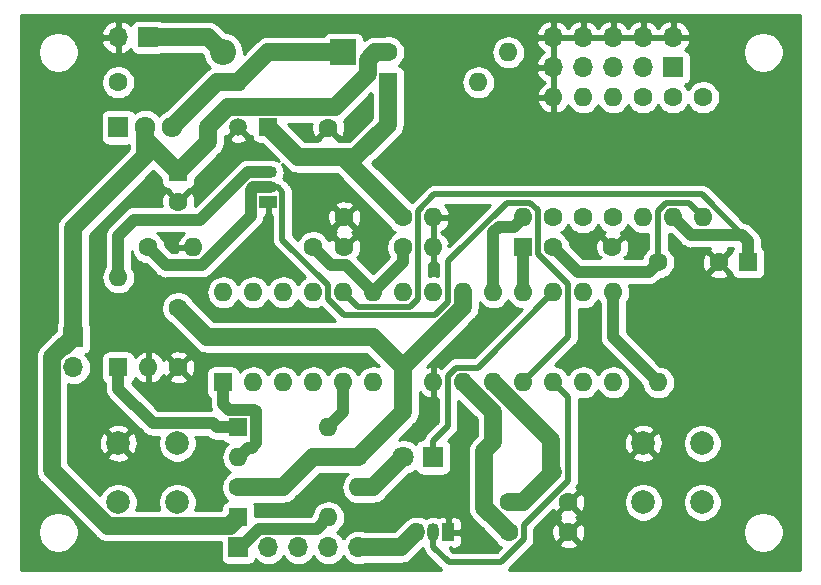
<source format=gbr>
G04 #@! TF.GenerationSoftware,KiCad,Pcbnew,(5.1.0)-1*
G04 #@! TF.CreationDate,2020-12-16T18:10:21+01:00*
G04 #@! TF.ProjectId,ECG Patient simulator,45434720-5061-4746-9965-6e742073696d,1.0*
G04 #@! TF.SameCoordinates,Original*
G04 #@! TF.FileFunction,Copper,L1,Top*
G04 #@! TF.FilePolarity,Positive*
%FSLAX46Y46*%
G04 Gerber Fmt 4.6, Leading zero omitted, Abs format (unit mm)*
G04 Created by KiCad (PCBNEW (5.1.0)-1) date 2020-12-16 18:10:21*
%MOMM*%
%LPD*%
G04 APERTURE LIST*
%ADD10R,1.600000X1.600000*%
%ADD11C,1.600000*%
%ADD12O,1.600000X1.600000*%
%ADD13R,2.200000X2.200000*%
%ADD14O,2.200000X2.200000*%
%ADD15R,1.800000X1.800000*%
%ADD16C,1.800000*%
%ADD17R,1.700000X1.700000*%
%ADD18O,1.700000X1.700000*%
%ADD19R,1.717500X1.800000*%
%ADD20O,1.717500X1.800000*%
%ADD21R,1.500000X1.050000*%
%ADD22O,1.500000X1.050000*%
%ADD23O,1.050000X1.500000*%
%ADD24R,1.050000X1.500000*%
%ADD25C,2.000000*%
%ADD26C,1.500000*%
%ADD27R,1.500000X1.500000*%
%ADD28C,1.500000*%
%ADD29C,1.000000*%
%ADD30C,0.500000*%
%ADD31C,0.254000*%
G04 APERTURE END LIST*
D10*
X123190000Y-90170000D03*
D11*
X123190000Y-92670000D03*
X135890000Y-86400000D03*
D10*
X135890000Y-88900000D03*
D11*
X137240000Y-93980000D03*
X142240000Y-93980000D03*
X123190000Y-101680000D03*
X123190000Y-106680000D03*
X156210000Y-120650000D03*
X151210000Y-120650000D03*
X151210000Y-118110000D03*
X156210000Y-118110000D03*
X142240000Y-96520000D03*
X137240000Y-96520000D03*
X154940000Y-96520000D03*
X159940000Y-96520000D03*
D10*
X171450000Y-97790000D03*
D11*
X168950000Y-97790000D03*
D12*
X118110000Y-99060000D03*
D10*
X118110000Y-106680000D03*
X128270000Y-111760000D03*
D12*
X135890000Y-111760000D03*
X135890000Y-119380000D03*
D10*
X128270000Y-119380000D03*
X140970000Y-82550000D03*
D12*
X148590000Y-82550000D03*
D13*
X137160000Y-80010000D03*
D14*
X127000000Y-80010000D03*
D15*
X144780000Y-114300000D03*
D16*
X142240000Y-114300000D03*
D17*
X120650000Y-78740000D03*
D18*
X118110000Y-78740000D03*
D17*
X165100000Y-81280000D03*
D18*
X165100000Y-78740000D03*
X162560000Y-81280000D03*
X162560000Y-78740000D03*
X160020000Y-81280000D03*
X160020000Y-78740000D03*
X157480000Y-81280000D03*
X157480000Y-78740000D03*
X154940000Y-81280000D03*
X154940000Y-78740000D03*
X114300000Y-106680000D03*
D17*
X114300000Y-104140000D03*
X128270000Y-121920000D03*
D18*
X130810000Y-121920000D03*
X133350000Y-121920000D03*
X135890000Y-121920000D03*
X138430000Y-121920000D03*
D19*
X118110000Y-86360000D03*
D20*
X120400000Y-86360000D03*
X122690000Y-86360000D03*
D21*
X130810000Y-92710000D03*
D22*
X130810000Y-90170000D03*
X130810000Y-91440000D03*
D23*
X144780000Y-120650000D03*
X143510000Y-120650000D03*
D24*
X146050000Y-120650000D03*
D12*
X128270000Y-82550000D03*
D11*
X118110000Y-82550000D03*
X120650000Y-96520000D03*
D12*
X120650000Y-106680000D03*
X138430000Y-116840000D03*
D11*
X128270000Y-116840000D03*
X138430000Y-114300000D03*
D12*
X128270000Y-114300000D03*
X151130000Y-80010000D03*
D11*
X140970000Y-80010000D03*
X134620000Y-96520000D03*
D12*
X124460000Y-96520000D03*
D11*
X163830000Y-97790000D03*
D12*
X163830000Y-107950000D03*
X167640000Y-93980000D03*
D11*
X167640000Y-83820000D03*
X165100000Y-83820000D03*
D12*
X165100000Y-93980000D03*
X162560000Y-93980000D03*
D11*
X162560000Y-83820000D03*
X160020000Y-93980000D03*
D12*
X160020000Y-83820000D03*
X157480000Y-83820000D03*
D11*
X157480000Y-93980000D03*
X154940000Y-93980000D03*
D12*
X154940000Y-83820000D03*
D25*
X123110000Y-118110000D03*
X123110000Y-113110000D03*
X118110000Y-113110000D03*
X118110000Y-118110000D03*
X162560000Y-118110000D03*
X162560000Y-113110000D03*
X167560000Y-113110000D03*
X167560000Y-118110000D03*
D10*
X152400000Y-96520000D03*
D12*
X144780000Y-93980000D03*
X152400000Y-93980000D03*
X144780000Y-96520000D03*
D10*
X127000000Y-107950000D03*
D12*
X160020000Y-100330000D03*
X129540000Y-107950000D03*
X157480000Y-100330000D03*
X132080000Y-107950000D03*
X154940000Y-100330000D03*
X134620000Y-107950000D03*
X152400000Y-100330000D03*
X137160000Y-107950000D03*
X149860000Y-100330000D03*
X139700000Y-107950000D03*
X147320000Y-100330000D03*
X142240000Y-107950000D03*
X144780000Y-100330000D03*
X144780000Y-107950000D03*
X142240000Y-100330000D03*
X147320000Y-107950000D03*
X139700000Y-100330000D03*
X149860000Y-107950000D03*
X137160000Y-100330000D03*
X152400000Y-107950000D03*
X134620000Y-100330000D03*
X154940000Y-107950000D03*
X132080000Y-100330000D03*
X157480000Y-107950000D03*
X129540000Y-100330000D03*
X160020000Y-107950000D03*
X127000000Y-100330000D03*
D26*
X128270000Y-86360000D03*
X125730000Y-86360000D03*
D27*
X130810000Y-86360000D03*
D26*
X149860000Y-113030000D03*
X154760000Y-113030000D03*
D28*
X120400000Y-87380000D02*
X123190000Y-90170000D01*
X120400000Y-86360000D02*
X120400000Y-87380000D01*
X123190000Y-90170000D02*
X125730000Y-87630000D01*
X125730000Y-87630000D02*
X125730000Y-86360000D01*
X114300000Y-101790000D02*
X114300000Y-104140000D01*
X114300000Y-94860000D02*
X114300000Y-101790000D01*
X120400000Y-88760000D02*
X114300000Y-94860000D01*
X120400000Y-86360000D02*
X120400000Y-88760000D01*
X127530001Y-120119999D02*
X128270000Y-119380000D01*
X114300000Y-104140000D02*
X113560001Y-104879999D01*
X113560001Y-104879999D02*
X113435999Y-104879999D01*
X113435999Y-104879999D02*
X112499999Y-105815999D01*
X112499999Y-105815999D02*
X112499999Y-115386001D01*
X112499999Y-115386001D02*
X117233997Y-120119999D01*
X117233997Y-120119999D02*
X127530001Y-120119999D01*
X139838630Y-80010000D02*
X140970000Y-80010000D01*
X139219999Y-80628631D02*
X139838630Y-80010000D01*
X139219999Y-81860003D02*
X139219999Y-80628631D01*
X136430003Y-84649999D02*
X139219999Y-81860003D01*
X127440001Y-84649999D02*
X136430003Y-84649999D01*
X125730000Y-86360000D02*
X127440001Y-84649999D01*
X130810000Y-86360000D02*
X133350000Y-88900000D01*
X133350000Y-88900000D02*
X135890000Y-88900000D01*
X137160000Y-88900000D02*
X142240000Y-93980000D01*
X135890000Y-88900000D02*
X137160000Y-88900000D01*
X138190000Y-88900000D02*
X140970000Y-86120000D01*
X135890000Y-88900000D02*
X138190000Y-88900000D01*
X140970000Y-86120000D02*
X140970000Y-82550000D01*
X142240000Y-107950000D02*
X142240000Y-106680000D01*
X147320000Y-101600000D02*
X147320000Y-100330000D01*
X142240000Y-106680000D02*
X147320000Y-101600000D01*
X142240000Y-106680000D02*
X139700000Y-104140000D01*
X125650000Y-104140000D02*
X123190000Y-101680000D01*
X139700000Y-104140000D02*
X125650000Y-104140000D01*
X142240000Y-110490000D02*
X138430000Y-114300000D01*
X142240000Y-107950000D02*
X142240000Y-110490000D01*
X138430000Y-114300000D02*
X134620000Y-114300000D01*
X132080000Y-116840000D02*
X128270000Y-116840000D01*
X134620000Y-114300000D02*
X132080000Y-116840000D01*
X151210000Y-120650000D02*
X149940000Y-119380000D01*
X149110001Y-118550001D02*
X149940000Y-119380000D01*
X149110001Y-113779999D02*
X149110001Y-118550001D01*
X149860000Y-113030000D02*
X149110001Y-113779999D01*
X149860000Y-110490000D02*
X147320000Y-107950000D01*
X149860000Y-113030000D02*
X149860000Y-110490000D01*
X151210000Y-118110000D02*
X152400000Y-118110000D01*
X152400000Y-118110000D02*
X154940000Y-115570000D01*
X154760000Y-115390000D02*
X154760000Y-113030000D01*
X154940000Y-115570000D02*
X154760000Y-115390000D01*
X154760000Y-112850000D02*
X154760000Y-113030000D01*
X149860000Y-107950000D02*
X154760000Y-112850000D01*
D29*
X138900001Y-99530001D02*
X139700000Y-100330000D01*
X137390001Y-98020001D02*
X138900001Y-99530001D01*
X136120001Y-98020001D02*
X137390001Y-98020001D01*
X134620000Y-96520000D02*
X136120001Y-98020001D01*
X142240000Y-97790000D02*
X139700000Y-100330000D01*
X142240000Y-96520000D02*
X142240000Y-97790000D01*
X155739999Y-97319999D02*
X154940000Y-96520000D01*
X157009999Y-98589999D02*
X155739999Y-97319999D01*
X163030001Y-98589999D02*
X157009999Y-98589999D01*
X163830000Y-97790000D02*
X163030001Y-98589999D01*
D30*
X163830000Y-96658630D02*
X163830000Y-97790000D01*
X163830000Y-93399998D02*
X163830000Y-96658630D01*
X164499999Y-92729999D02*
X163830000Y-93399998D01*
X166389999Y-92729999D02*
X164499999Y-92729999D01*
X167640000Y-93980000D02*
X166389999Y-92729999D01*
D29*
X129060000Y-90170000D02*
X130810000Y-90170000D01*
X125059999Y-94170001D02*
X129060000Y-90170000D01*
X119469997Y-94170001D02*
X125059999Y-94170001D01*
X118110000Y-95529998D02*
X119469997Y-94170001D01*
X118110000Y-99060000D02*
X118110000Y-95529998D01*
X128515998Y-121920000D02*
X128270000Y-121920000D01*
X130065999Y-120369999D02*
X128515998Y-121920000D01*
X134900001Y-120369999D02*
X130065999Y-120369999D01*
X135890000Y-119380000D02*
X134900001Y-120369999D01*
D28*
X130810000Y-80010000D02*
X128270000Y-82550000D01*
X126500000Y-82550000D02*
X122690000Y-86360000D01*
X128270000Y-82550000D02*
X126500000Y-82550000D01*
X137160000Y-80010000D02*
X130810000Y-80010000D01*
X125730000Y-78740000D02*
X127000000Y-80010000D01*
X120650000Y-78740000D02*
X125730000Y-78740000D01*
X142034990Y-121920000D02*
X143304990Y-120650000D01*
X138430000Y-121920000D02*
X142034990Y-121920000D01*
D29*
X129544998Y-91440000D02*
X130810000Y-91440000D01*
X129359999Y-91624999D02*
X129544998Y-91440000D01*
X129359999Y-93840003D02*
X129359999Y-91624999D01*
X125180001Y-98020001D02*
X129359999Y-93840003D01*
X122150001Y-98020001D02*
X125180001Y-98020001D01*
X120650000Y-96520000D02*
X122150001Y-98020001D01*
D30*
X131625002Y-91440000D02*
X130810000Y-91440000D01*
X132010001Y-91824999D02*
X131625002Y-91440000D01*
X132010001Y-95869999D02*
X132010001Y-91824999D01*
X135870001Y-99729999D02*
X132010001Y-95869999D01*
X135870001Y-100930001D02*
X135870001Y-99729999D01*
X137220011Y-102280011D02*
X135870001Y-100930001D01*
X144942919Y-102280011D02*
X137220011Y-102280011D01*
X146050000Y-101172930D02*
X144942919Y-102280011D01*
X146050000Y-97716483D02*
X146050000Y-101172930D01*
X151036484Y-92729999D02*
X146050000Y-97716483D01*
X153000001Y-92729999D02*
X151036484Y-92729999D01*
X153650001Y-93379999D02*
X153000001Y-92729999D01*
X153650001Y-97080003D02*
X153650001Y-93379999D01*
X156210000Y-99640002D02*
X153650001Y-97080003D01*
X156210000Y-104140000D02*
X156210000Y-99640002D01*
X152400000Y-107950000D02*
X156210000Y-104140000D01*
X152460001Y-121250001D02*
X150520002Y-123190000D01*
X152460001Y-120009997D02*
X152460001Y-121250001D01*
X156210000Y-116259998D02*
X152460001Y-120009997D01*
X154940000Y-107950000D02*
X156210000Y-109220000D01*
X156210000Y-109220000D02*
X156210000Y-116259998D01*
X144780000Y-121900000D02*
X144780000Y-120650000D01*
X146070000Y-123190000D02*
X144780000Y-121900000D01*
X150520002Y-123190000D02*
X146070000Y-123190000D01*
D29*
X160020000Y-104140000D02*
X163830000Y-107950000D01*
X160020000Y-100330000D02*
X160020000Y-104140000D01*
X152400000Y-100330000D02*
X152400000Y-96520000D01*
X149860000Y-99198630D02*
X149860000Y-100330000D01*
X149860000Y-95250000D02*
X149860000Y-99198630D01*
X150330001Y-94779999D02*
X149860000Y-95250000D01*
X151600001Y-94779999D02*
X150330001Y-94779999D01*
X152400000Y-93980000D02*
X151600001Y-94779999D01*
X171450000Y-95990000D02*
X171450000Y-97790000D01*
X170940001Y-95480001D02*
X171450000Y-95990000D01*
X166600001Y-95480001D02*
X170940001Y-95480001D01*
X165100000Y-93980000D02*
X166600001Y-95480001D01*
D30*
X143510000Y-93399998D02*
X144880009Y-92029989D01*
X142840001Y-101580001D02*
X143510000Y-100910002D01*
X143510000Y-100910002D02*
X143510000Y-93399998D01*
X138410001Y-101580001D02*
X142840001Y-101580001D01*
X137160000Y-100330000D02*
X138410001Y-101580001D01*
X164210046Y-92029989D02*
X153080011Y-92029989D01*
X167539991Y-92029989D02*
X164210046Y-92029989D01*
X171450000Y-95939998D02*
X167539991Y-92029989D01*
X171450000Y-97790000D02*
X171450000Y-95939998D01*
X144880009Y-92029989D02*
X153080011Y-92029989D01*
X153080011Y-92029989D02*
X153289953Y-92029989D01*
D29*
X126470000Y-111760000D02*
X128270000Y-111760000D01*
X126119999Y-111409999D02*
X126470000Y-111760000D01*
X121039999Y-111409999D02*
X126119999Y-111409999D01*
X118110000Y-108480000D02*
X121039999Y-111409999D01*
X118110000Y-106680000D02*
X118110000Y-108480000D01*
X137160000Y-110490000D02*
X135890000Y-111760000D01*
X137160000Y-107950000D02*
X137160000Y-110490000D01*
D30*
X144780000Y-112900000D02*
X144780000Y-114300000D01*
X146030001Y-111649999D02*
X144780000Y-112900000D01*
X146030001Y-107389997D02*
X146030001Y-111649999D01*
X146719999Y-106699999D02*
X146030001Y-107389997D01*
X148570001Y-106699999D02*
X146719999Y-106699999D01*
X154940000Y-100330000D02*
X148570001Y-106699999D01*
D28*
X139700000Y-116840000D02*
X142240000Y-114300000D01*
X138430000Y-116840000D02*
X139700000Y-116840000D01*
D29*
X129069999Y-113500001D02*
X128270000Y-114300000D01*
X129390001Y-113500001D02*
X129069999Y-113500001D01*
X129770001Y-113120001D02*
X129390001Y-113500001D01*
X129770001Y-110399999D02*
X129770001Y-113120001D01*
X129630001Y-110259999D02*
X129770001Y-110399999D01*
X127509999Y-110259999D02*
X129630001Y-110259999D01*
X127000000Y-109750000D02*
X127509999Y-110259999D01*
X127000000Y-107950000D02*
X127000000Y-109750000D01*
D31*
G36*
X175870000Y-123800000D02*
G01*
X151164262Y-123800000D01*
X151176536Y-123785044D01*
X153055050Y-121906531D01*
X153088818Y-121878818D01*
X153117253Y-121844171D01*
X153199412Y-121744060D01*
X153253588Y-121642702D01*
X155396903Y-121642702D01*
X155468486Y-121886671D01*
X155723996Y-122007571D01*
X155998184Y-122076300D01*
X156280512Y-122090217D01*
X156560130Y-122048787D01*
X156826292Y-121953603D01*
X156951514Y-121886671D01*
X157023097Y-121642702D01*
X156210000Y-120829605D01*
X155396903Y-121642702D01*
X153253588Y-121642702D01*
X153281589Y-121590315D01*
X153281590Y-121590314D01*
X153332196Y-121423491D01*
X153345001Y-121293478D01*
X153345001Y-121293470D01*
X153349282Y-121250001D01*
X153345001Y-121206532D01*
X153345001Y-120720512D01*
X154769783Y-120720512D01*
X154811213Y-121000130D01*
X154906397Y-121266292D01*
X154973329Y-121391514D01*
X155217298Y-121463097D01*
X156030395Y-120650000D01*
X156389605Y-120650000D01*
X157202702Y-121463097D01*
X157446671Y-121391514D01*
X157567571Y-121136004D01*
X157636300Y-120861816D01*
X157650217Y-120579488D01*
X157635346Y-120479117D01*
X170985000Y-120479117D01*
X170985000Y-120820883D01*
X171051675Y-121156081D01*
X171182463Y-121471831D01*
X171372337Y-121755998D01*
X171614002Y-121997663D01*
X171898169Y-122187537D01*
X172213919Y-122318325D01*
X172549117Y-122385000D01*
X172890883Y-122385000D01*
X173226081Y-122318325D01*
X173541831Y-122187537D01*
X173825998Y-121997663D01*
X174067663Y-121755998D01*
X174257537Y-121471831D01*
X174388325Y-121156081D01*
X174455000Y-120820883D01*
X174455000Y-120479117D01*
X174388325Y-120143919D01*
X174257537Y-119828169D01*
X174067663Y-119544002D01*
X173825998Y-119302337D01*
X173541831Y-119112463D01*
X173226081Y-118981675D01*
X172890883Y-118915000D01*
X172549117Y-118915000D01*
X172213919Y-118981675D01*
X171898169Y-119112463D01*
X171614002Y-119302337D01*
X171372337Y-119544002D01*
X171182463Y-119828169D01*
X171051675Y-120143919D01*
X170985000Y-120479117D01*
X157635346Y-120479117D01*
X157608787Y-120299870D01*
X157513603Y-120033708D01*
X157446671Y-119908486D01*
X157202702Y-119836903D01*
X156389605Y-120650000D01*
X156030395Y-120650000D01*
X155217298Y-119836903D01*
X154973329Y-119908486D01*
X154852429Y-120163996D01*
X154783700Y-120438184D01*
X154769783Y-120720512D01*
X153345001Y-120720512D01*
X153345001Y-120376575D01*
X154618874Y-119102702D01*
X155396903Y-119102702D01*
X155468486Y-119346671D01*
X155534636Y-119377971D01*
X155468486Y-119413329D01*
X155396903Y-119657298D01*
X156210000Y-120470395D01*
X157023097Y-119657298D01*
X156951514Y-119413329D01*
X156885364Y-119382029D01*
X156951514Y-119346671D01*
X157023097Y-119102702D01*
X156210000Y-118289605D01*
X155396903Y-119102702D01*
X154618874Y-119102702D01*
X154937359Y-118784218D01*
X154973329Y-118851514D01*
X155217298Y-118923097D01*
X156030395Y-118110000D01*
X156389605Y-118110000D01*
X157202702Y-118923097D01*
X157446671Y-118851514D01*
X157567571Y-118596004D01*
X157636300Y-118321816D01*
X157650217Y-118039488D01*
X157636805Y-117948967D01*
X160925000Y-117948967D01*
X160925000Y-118271033D01*
X160987832Y-118586912D01*
X161111082Y-118884463D01*
X161290013Y-119152252D01*
X161517748Y-119379987D01*
X161785537Y-119558918D01*
X162083088Y-119682168D01*
X162398967Y-119745000D01*
X162721033Y-119745000D01*
X163036912Y-119682168D01*
X163334463Y-119558918D01*
X163602252Y-119379987D01*
X163829987Y-119152252D01*
X164008918Y-118884463D01*
X164132168Y-118586912D01*
X164195000Y-118271033D01*
X164195000Y-117948967D01*
X165925000Y-117948967D01*
X165925000Y-118271033D01*
X165987832Y-118586912D01*
X166111082Y-118884463D01*
X166290013Y-119152252D01*
X166517748Y-119379987D01*
X166785537Y-119558918D01*
X167083088Y-119682168D01*
X167398967Y-119745000D01*
X167721033Y-119745000D01*
X168036912Y-119682168D01*
X168334463Y-119558918D01*
X168602252Y-119379987D01*
X168829987Y-119152252D01*
X169008918Y-118884463D01*
X169132168Y-118586912D01*
X169195000Y-118271033D01*
X169195000Y-117948967D01*
X169132168Y-117633088D01*
X169008918Y-117335537D01*
X168829987Y-117067748D01*
X168602252Y-116840013D01*
X168334463Y-116661082D01*
X168036912Y-116537832D01*
X167721033Y-116475000D01*
X167398967Y-116475000D01*
X167083088Y-116537832D01*
X166785537Y-116661082D01*
X166517748Y-116840013D01*
X166290013Y-117067748D01*
X166111082Y-117335537D01*
X165987832Y-117633088D01*
X165925000Y-117948967D01*
X164195000Y-117948967D01*
X164132168Y-117633088D01*
X164008918Y-117335537D01*
X163829987Y-117067748D01*
X163602252Y-116840013D01*
X163334463Y-116661082D01*
X163036912Y-116537832D01*
X162721033Y-116475000D01*
X162398967Y-116475000D01*
X162083088Y-116537832D01*
X161785537Y-116661082D01*
X161517748Y-116840013D01*
X161290013Y-117067748D01*
X161111082Y-117335537D01*
X160987832Y-117633088D01*
X160925000Y-117948967D01*
X157636805Y-117948967D01*
X157608787Y-117759870D01*
X157513603Y-117493708D01*
X157446671Y-117368486D01*
X157202702Y-117296903D01*
X156389605Y-118110000D01*
X156030395Y-118110000D01*
X156016253Y-118095858D01*
X156195858Y-117916253D01*
X156210000Y-117930395D01*
X157023097Y-117117298D01*
X156951514Y-116873329D01*
X156879494Y-116839251D01*
X156949411Y-116754057D01*
X157031589Y-116600311D01*
X157082195Y-116433488D01*
X157095000Y-116303475D01*
X157095000Y-116303465D01*
X157099281Y-116259999D01*
X157095000Y-116216533D01*
X157095000Y-114245413D01*
X161604192Y-114245413D01*
X161699956Y-114509814D01*
X161989571Y-114650704D01*
X162301108Y-114732384D01*
X162622595Y-114751718D01*
X162941675Y-114707961D01*
X163246088Y-114602795D01*
X163420044Y-114509814D01*
X163515808Y-114245413D01*
X162560000Y-113289605D01*
X161604192Y-114245413D01*
X157095000Y-114245413D01*
X157095000Y-113172595D01*
X160918282Y-113172595D01*
X160962039Y-113491675D01*
X161067205Y-113796088D01*
X161160186Y-113970044D01*
X161424587Y-114065808D01*
X162380395Y-113110000D01*
X162739605Y-113110000D01*
X163695413Y-114065808D01*
X163959814Y-113970044D01*
X164100704Y-113680429D01*
X164182384Y-113368892D01*
X164201718Y-113047405D01*
X164188219Y-112948967D01*
X165925000Y-112948967D01*
X165925000Y-113271033D01*
X165987832Y-113586912D01*
X166111082Y-113884463D01*
X166290013Y-114152252D01*
X166517748Y-114379987D01*
X166785537Y-114558918D01*
X167083088Y-114682168D01*
X167398967Y-114745000D01*
X167721033Y-114745000D01*
X168036912Y-114682168D01*
X168334463Y-114558918D01*
X168602252Y-114379987D01*
X168829987Y-114152252D01*
X169008918Y-113884463D01*
X169132168Y-113586912D01*
X169195000Y-113271033D01*
X169195000Y-112948967D01*
X169132168Y-112633088D01*
X169008918Y-112335537D01*
X168829987Y-112067748D01*
X168602252Y-111840013D01*
X168334463Y-111661082D01*
X168036912Y-111537832D01*
X167721033Y-111475000D01*
X167398967Y-111475000D01*
X167083088Y-111537832D01*
X166785537Y-111661082D01*
X166517748Y-111840013D01*
X166290013Y-112067748D01*
X166111082Y-112335537D01*
X165987832Y-112633088D01*
X165925000Y-112948967D01*
X164188219Y-112948967D01*
X164157961Y-112728325D01*
X164052795Y-112423912D01*
X163959814Y-112249956D01*
X163695413Y-112154192D01*
X162739605Y-113110000D01*
X162380395Y-113110000D01*
X161424587Y-112154192D01*
X161160186Y-112249956D01*
X161019296Y-112539571D01*
X160937616Y-112851108D01*
X160918282Y-113172595D01*
X157095000Y-113172595D01*
X157095000Y-111974587D01*
X161604192Y-111974587D01*
X162560000Y-112930395D01*
X163515808Y-111974587D01*
X163420044Y-111710186D01*
X163130429Y-111569296D01*
X162818892Y-111487616D01*
X162497405Y-111468282D01*
X162178325Y-111512039D01*
X161873912Y-111617205D01*
X161699956Y-111710186D01*
X161604192Y-111974587D01*
X157095000Y-111974587D01*
X157095000Y-109332782D01*
X157198691Y-109364236D01*
X157409508Y-109385000D01*
X157550492Y-109385000D01*
X157761309Y-109364236D01*
X158031808Y-109282182D01*
X158281101Y-109148932D01*
X158499608Y-108969608D01*
X158678932Y-108751101D01*
X158750000Y-108618142D01*
X158821068Y-108751101D01*
X159000392Y-108969608D01*
X159218899Y-109148932D01*
X159468192Y-109282182D01*
X159738691Y-109364236D01*
X159949508Y-109385000D01*
X160090492Y-109385000D01*
X160301309Y-109364236D01*
X160571808Y-109282182D01*
X160821101Y-109148932D01*
X161039608Y-108969608D01*
X161218932Y-108751101D01*
X161352182Y-108501808D01*
X161434236Y-108231309D01*
X161461943Y-107950000D01*
X161434236Y-107668691D01*
X161352182Y-107398192D01*
X161218932Y-107148899D01*
X161039608Y-106930392D01*
X160821101Y-106751068D01*
X160571808Y-106617818D01*
X160301309Y-106535764D01*
X160090492Y-106515000D01*
X159949508Y-106515000D01*
X159738691Y-106535764D01*
X159468192Y-106617818D01*
X159218899Y-106751068D01*
X159000392Y-106930392D01*
X158821068Y-107148899D01*
X158750000Y-107281858D01*
X158678932Y-107148899D01*
X158499608Y-106930392D01*
X158281101Y-106751068D01*
X158031808Y-106617818D01*
X157761309Y-106535764D01*
X157550492Y-106515000D01*
X157409508Y-106515000D01*
X157198691Y-106535764D01*
X156928192Y-106617818D01*
X156678899Y-106751068D01*
X156460392Y-106930392D01*
X156281068Y-107148899D01*
X156210000Y-107281858D01*
X156138932Y-107148899D01*
X155959608Y-106930392D01*
X155741101Y-106751068D01*
X155491808Y-106617818D01*
X155221309Y-106535764D01*
X155079756Y-106521822D01*
X156805050Y-104796529D01*
X156838817Y-104768817D01*
X156917798Y-104672580D01*
X156949411Y-104634059D01*
X157031589Y-104480314D01*
X157082195Y-104313490D01*
X157082195Y-104313489D01*
X157095000Y-104183477D01*
X157095000Y-104183469D01*
X157099281Y-104140000D01*
X157095000Y-104096531D01*
X157095000Y-101712782D01*
X157198691Y-101744236D01*
X157409508Y-101765000D01*
X157550492Y-101765000D01*
X157761309Y-101744236D01*
X158031808Y-101662182D01*
X158281101Y-101528932D01*
X158499608Y-101349608D01*
X158678932Y-101131101D01*
X158750000Y-100998142D01*
X158821068Y-101131101D01*
X158885000Y-101209003D01*
X158885001Y-104084239D01*
X158879509Y-104140000D01*
X158901423Y-104362498D01*
X158966324Y-104576446D01*
X158966325Y-104576447D01*
X159071717Y-104773623D01*
X159213552Y-104946449D01*
X159256860Y-104981991D01*
X162405886Y-108131019D01*
X162415764Y-108231309D01*
X162497818Y-108501808D01*
X162631068Y-108751101D01*
X162810392Y-108969608D01*
X163028899Y-109148932D01*
X163278192Y-109282182D01*
X163548691Y-109364236D01*
X163759508Y-109385000D01*
X163900492Y-109385000D01*
X164111309Y-109364236D01*
X164381808Y-109282182D01*
X164631101Y-109148932D01*
X164849608Y-108969608D01*
X165028932Y-108751101D01*
X165162182Y-108501808D01*
X165244236Y-108231309D01*
X165271943Y-107950000D01*
X165244236Y-107668691D01*
X165162182Y-107398192D01*
X165028932Y-107148899D01*
X164849608Y-106930392D01*
X164631101Y-106751068D01*
X164381808Y-106617818D01*
X164111309Y-106535764D01*
X164011019Y-106525886D01*
X161155000Y-103669869D01*
X161155000Y-101209002D01*
X161218932Y-101131101D01*
X161352182Y-100881808D01*
X161434236Y-100611309D01*
X161461943Y-100330000D01*
X161434236Y-100048691D01*
X161352182Y-99778192D01*
X161323750Y-99724999D01*
X162974250Y-99724999D01*
X163030001Y-99730490D01*
X163085752Y-99724999D01*
X163085753Y-99724999D01*
X163252500Y-99708576D01*
X163466448Y-99643675D01*
X163663624Y-99538283D01*
X163836450Y-99396448D01*
X163871996Y-99353135D01*
X164007282Y-99217850D01*
X164248574Y-99169853D01*
X164509727Y-99061680D01*
X164744759Y-98904637D01*
X164866694Y-98782702D01*
X168136903Y-98782702D01*
X168208486Y-99026671D01*
X168463996Y-99147571D01*
X168738184Y-99216300D01*
X169020512Y-99230217D01*
X169300130Y-99188787D01*
X169566292Y-99093603D01*
X169691514Y-99026671D01*
X169763097Y-98782702D01*
X168950000Y-97969605D01*
X168136903Y-98782702D01*
X164866694Y-98782702D01*
X164944637Y-98704759D01*
X165101680Y-98469727D01*
X165209853Y-98208574D01*
X165265000Y-97931335D01*
X165265000Y-97860512D01*
X167509783Y-97860512D01*
X167551213Y-98140130D01*
X167646397Y-98406292D01*
X167713329Y-98531514D01*
X167957298Y-98603097D01*
X168770395Y-97790000D01*
X167957298Y-96976903D01*
X167713329Y-97048486D01*
X167592429Y-97303996D01*
X167523700Y-97578184D01*
X167509783Y-97860512D01*
X165265000Y-97860512D01*
X165265000Y-97648665D01*
X165209853Y-97371426D01*
X165101680Y-97110273D01*
X164944637Y-96875241D01*
X164744759Y-96675363D01*
X164715000Y-96655479D01*
X164715000Y-95362782D01*
X164818691Y-95394236D01*
X164918983Y-95404114D01*
X165758009Y-96243141D01*
X165793552Y-96286450D01*
X165888276Y-96364188D01*
X165966378Y-96428285D01*
X166163554Y-96533677D01*
X166377502Y-96598578D01*
X166600001Y-96620492D01*
X166655753Y-96615001D01*
X168190391Y-96615001D01*
X168136903Y-96797298D01*
X168950000Y-97610395D01*
X169763097Y-96797298D01*
X169709609Y-96615001D01*
X170136291Y-96615001D01*
X170119463Y-96635506D01*
X170060498Y-96745820D01*
X170024188Y-96865518D01*
X170011928Y-96990000D01*
X170011928Y-96997215D01*
X169942702Y-96976903D01*
X169129605Y-97790000D01*
X169942702Y-98603097D01*
X170011928Y-98582785D01*
X170011928Y-98590000D01*
X170024188Y-98714482D01*
X170060498Y-98834180D01*
X170119463Y-98944494D01*
X170198815Y-99041185D01*
X170295506Y-99120537D01*
X170405820Y-99179502D01*
X170525518Y-99215812D01*
X170650000Y-99228072D01*
X172250000Y-99228072D01*
X172374482Y-99215812D01*
X172494180Y-99179502D01*
X172604494Y-99120537D01*
X172701185Y-99041185D01*
X172780537Y-98944494D01*
X172839502Y-98834180D01*
X172875812Y-98714482D01*
X172888072Y-98590000D01*
X172888072Y-96990000D01*
X172875812Y-96865518D01*
X172839502Y-96745820D01*
X172780537Y-96635506D01*
X172701185Y-96538815D01*
X172604494Y-96459463D01*
X172585000Y-96449043D01*
X172585000Y-96045752D01*
X172590491Y-95990000D01*
X172575095Y-95833675D01*
X172568577Y-95767501D01*
X172503676Y-95553553D01*
X172398284Y-95356377D01*
X172256449Y-95183551D01*
X172213140Y-95148008D01*
X171781996Y-94716865D01*
X171746450Y-94673552D01*
X171573624Y-94531717D01*
X171376448Y-94426325D01*
X171162500Y-94361424D01*
X171118690Y-94357109D01*
X168196525Y-91434945D01*
X168168808Y-91401172D01*
X168034050Y-91290578D01*
X167880304Y-91208400D01*
X167713481Y-91157794D01*
X167583468Y-91144989D01*
X167583460Y-91144989D01*
X167539991Y-91140708D01*
X167496522Y-91144989D01*
X144923474Y-91144989D01*
X144880008Y-91140708D01*
X144836542Y-91144989D01*
X144836532Y-91144989D01*
X144706519Y-91157794D01*
X144539696Y-91208400D01*
X144385950Y-91290578D01*
X144385948Y-91290579D01*
X144385949Y-91290579D01*
X144284962Y-91373457D01*
X144284960Y-91373459D01*
X144251192Y-91401172D01*
X144223479Y-91434940D01*
X142938553Y-92719867D01*
X139633685Y-89415000D01*
X141901241Y-87147445D01*
X141954080Y-87104081D01*
X141997445Y-87051241D01*
X141997452Y-87051234D01*
X142127157Y-86893188D01*
X142255764Y-86652581D01*
X142334960Y-86391507D01*
X142338797Y-86352548D01*
X142355000Y-86188037D01*
X142355000Y-86188029D01*
X142361700Y-86120000D01*
X142355000Y-86051971D01*
X142355000Y-84169040D01*
X153548091Y-84169040D01*
X153642930Y-84433881D01*
X153787615Y-84675131D01*
X153976586Y-84883519D01*
X154202580Y-85051037D01*
X154456913Y-85171246D01*
X154590961Y-85211904D01*
X154813000Y-85089915D01*
X154813000Y-83947000D01*
X153669376Y-83947000D01*
X153548091Y-84169040D01*
X142355000Y-84169040D01*
X142355000Y-83602603D01*
X142359502Y-83594180D01*
X142395812Y-83474482D01*
X142408072Y-83350000D01*
X142408072Y-82550000D01*
X147148057Y-82550000D01*
X147175764Y-82831309D01*
X147257818Y-83101808D01*
X147391068Y-83351101D01*
X147570392Y-83569608D01*
X147788899Y-83748932D01*
X148038192Y-83882182D01*
X148308691Y-83964236D01*
X148519508Y-83985000D01*
X148660492Y-83985000D01*
X148871309Y-83964236D01*
X149141808Y-83882182D01*
X149391101Y-83748932D01*
X149609608Y-83569608D01*
X149788932Y-83351101D01*
X149922182Y-83101808D01*
X150004236Y-82831309D01*
X150031943Y-82550000D01*
X150004236Y-82268691D01*
X149922182Y-81998192D01*
X149788932Y-81748899D01*
X149697010Y-81636891D01*
X153498519Y-81636891D01*
X153595843Y-81911252D01*
X153744822Y-82161355D01*
X153939731Y-82377588D01*
X154173080Y-82551641D01*
X154227103Y-82577372D01*
X154202580Y-82588963D01*
X153976586Y-82756481D01*
X153787615Y-82964869D01*
X153642930Y-83206119D01*
X153548091Y-83470960D01*
X153669376Y-83693000D01*
X154813000Y-83693000D01*
X154813000Y-81407000D01*
X153619186Y-81407000D01*
X153498519Y-81636891D01*
X149697010Y-81636891D01*
X149609608Y-81530392D01*
X149391101Y-81351068D01*
X149141808Y-81217818D01*
X148871309Y-81135764D01*
X148660492Y-81115000D01*
X148519508Y-81115000D01*
X148308691Y-81135764D01*
X148038192Y-81217818D01*
X147788899Y-81351068D01*
X147570392Y-81530392D01*
X147391068Y-81748899D01*
X147257818Y-81998192D01*
X147175764Y-82268691D01*
X147148057Y-82550000D01*
X142408072Y-82550000D01*
X142408072Y-81750000D01*
X142395812Y-81625518D01*
X142359502Y-81505820D01*
X142300537Y-81395506D01*
X142221185Y-81298815D01*
X142124494Y-81219463D01*
X142014180Y-81160498D01*
X141894482Y-81124188D01*
X141886039Y-81123357D01*
X142084637Y-80924759D01*
X142241680Y-80689727D01*
X142349853Y-80428574D01*
X142405000Y-80151335D01*
X142405000Y-80010000D01*
X149688057Y-80010000D01*
X149715764Y-80291309D01*
X149797818Y-80561808D01*
X149931068Y-80811101D01*
X150110392Y-81029608D01*
X150328899Y-81208932D01*
X150578192Y-81342182D01*
X150848691Y-81424236D01*
X151059508Y-81445000D01*
X151200492Y-81445000D01*
X151411309Y-81424236D01*
X151681808Y-81342182D01*
X151931101Y-81208932D01*
X152149608Y-81029608D01*
X152328932Y-80811101D01*
X152462182Y-80561808D01*
X152544236Y-80291309D01*
X152571943Y-80010000D01*
X152544236Y-79728691D01*
X152462182Y-79458192D01*
X152328932Y-79208899D01*
X152237010Y-79096891D01*
X153498519Y-79096891D01*
X153595843Y-79371252D01*
X153744822Y-79621355D01*
X153939731Y-79837588D01*
X154170880Y-80010000D01*
X153939731Y-80182412D01*
X153744822Y-80398645D01*
X153595843Y-80648748D01*
X153498519Y-80923109D01*
X153619186Y-81153000D01*
X154813000Y-81153000D01*
X154813000Y-78867000D01*
X155067000Y-78867000D01*
X155067000Y-81153000D01*
X155087000Y-81153000D01*
X155087000Y-81407000D01*
X155067000Y-81407000D01*
X155067000Y-83693000D01*
X155087000Y-83693000D01*
X155087000Y-83947000D01*
X155067000Y-83947000D01*
X155067000Y-85089915D01*
X155289039Y-85211904D01*
X155423087Y-85171246D01*
X155677420Y-85051037D01*
X155903414Y-84883519D01*
X156092385Y-84675131D01*
X156207421Y-84483318D01*
X156281068Y-84621101D01*
X156460392Y-84839608D01*
X156678899Y-85018932D01*
X156928192Y-85152182D01*
X157198691Y-85234236D01*
X157409508Y-85255000D01*
X157550492Y-85255000D01*
X157761309Y-85234236D01*
X158031808Y-85152182D01*
X158281101Y-85018932D01*
X158499608Y-84839608D01*
X158678932Y-84621101D01*
X158750000Y-84488142D01*
X158821068Y-84621101D01*
X159000392Y-84839608D01*
X159218899Y-85018932D01*
X159468192Y-85152182D01*
X159738691Y-85234236D01*
X159949508Y-85255000D01*
X160090492Y-85255000D01*
X160301309Y-85234236D01*
X160571808Y-85152182D01*
X160821101Y-85018932D01*
X161039608Y-84839608D01*
X161218932Y-84621101D01*
X161286350Y-84494971D01*
X161288320Y-84499727D01*
X161445363Y-84734759D01*
X161645241Y-84934637D01*
X161880273Y-85091680D01*
X162141426Y-85199853D01*
X162418665Y-85255000D01*
X162701335Y-85255000D01*
X162978574Y-85199853D01*
X163239727Y-85091680D01*
X163474759Y-84934637D01*
X163674637Y-84734759D01*
X163830000Y-84502241D01*
X163985363Y-84734759D01*
X164185241Y-84934637D01*
X164420273Y-85091680D01*
X164681426Y-85199853D01*
X164958665Y-85255000D01*
X165241335Y-85255000D01*
X165518574Y-85199853D01*
X165779727Y-85091680D01*
X166014759Y-84934637D01*
X166214637Y-84734759D01*
X166370000Y-84502241D01*
X166525363Y-84734759D01*
X166725241Y-84934637D01*
X166960273Y-85091680D01*
X167221426Y-85199853D01*
X167498665Y-85255000D01*
X167781335Y-85255000D01*
X168058574Y-85199853D01*
X168319727Y-85091680D01*
X168554759Y-84934637D01*
X168754637Y-84734759D01*
X168911680Y-84499727D01*
X169019853Y-84238574D01*
X169075000Y-83961335D01*
X169075000Y-83678665D01*
X169019853Y-83401426D01*
X168911680Y-83140273D01*
X168754637Y-82905241D01*
X168554759Y-82705363D01*
X168319727Y-82548320D01*
X168058574Y-82440147D01*
X167781335Y-82385000D01*
X167498665Y-82385000D01*
X167221426Y-82440147D01*
X166960273Y-82548320D01*
X166725241Y-82705363D01*
X166525363Y-82905241D01*
X166370000Y-83137759D01*
X166214637Y-82905241D01*
X166066039Y-82756643D01*
X166074482Y-82755812D01*
X166194180Y-82719502D01*
X166304494Y-82660537D01*
X166401185Y-82581185D01*
X166480537Y-82484494D01*
X166539502Y-82374180D01*
X166575812Y-82254482D01*
X166588072Y-82130000D01*
X166588072Y-80430000D01*
X166575812Y-80305518D01*
X166539502Y-80185820D01*
X166480537Y-80075506D01*
X166401185Y-79978815D01*
X166304494Y-79899463D01*
X166194180Y-79840498D01*
X166189628Y-79839117D01*
X170985000Y-79839117D01*
X170985000Y-80180883D01*
X171051675Y-80516081D01*
X171182463Y-80831831D01*
X171372337Y-81115998D01*
X171614002Y-81357663D01*
X171898169Y-81547537D01*
X172213919Y-81678325D01*
X172549117Y-81745000D01*
X172890883Y-81745000D01*
X173226081Y-81678325D01*
X173541831Y-81547537D01*
X173825998Y-81357663D01*
X174067663Y-81115998D01*
X174257537Y-80831831D01*
X174388325Y-80516081D01*
X174455000Y-80180883D01*
X174455000Y-79839117D01*
X174388325Y-79503919D01*
X174257537Y-79188169D01*
X174067663Y-78904002D01*
X173825998Y-78662337D01*
X173541831Y-78472463D01*
X173226081Y-78341675D01*
X172890883Y-78275000D01*
X172549117Y-78275000D01*
X172213919Y-78341675D01*
X171898169Y-78472463D01*
X171614002Y-78662337D01*
X171372337Y-78904002D01*
X171182463Y-79188169D01*
X171051675Y-79503919D01*
X170985000Y-79839117D01*
X166189628Y-79839117D01*
X166118374Y-79817502D01*
X166295178Y-79621355D01*
X166444157Y-79371252D01*
X166541481Y-79096891D01*
X166420814Y-78867000D01*
X165227000Y-78867000D01*
X165227000Y-78887000D01*
X164973000Y-78887000D01*
X164973000Y-78867000D01*
X162687000Y-78867000D01*
X162687000Y-78887000D01*
X162433000Y-78887000D01*
X162433000Y-78867000D01*
X160147000Y-78867000D01*
X160147000Y-78887000D01*
X159893000Y-78887000D01*
X159893000Y-78867000D01*
X157607000Y-78867000D01*
X157607000Y-78887000D01*
X157353000Y-78887000D01*
X157353000Y-78867000D01*
X155067000Y-78867000D01*
X154813000Y-78867000D01*
X153619186Y-78867000D01*
X153498519Y-79096891D01*
X152237010Y-79096891D01*
X152149608Y-78990392D01*
X151931101Y-78811068D01*
X151681808Y-78677818D01*
X151411309Y-78595764D01*
X151200492Y-78575000D01*
X151059508Y-78575000D01*
X150848691Y-78595764D01*
X150578192Y-78677818D01*
X150328899Y-78811068D01*
X150110392Y-78990392D01*
X149931068Y-79208899D01*
X149797818Y-79458192D01*
X149715764Y-79728691D01*
X149688057Y-80010000D01*
X142405000Y-80010000D01*
X142405000Y-79868665D01*
X142349853Y-79591426D01*
X142241680Y-79330273D01*
X142084637Y-79095241D01*
X141884759Y-78895363D01*
X141649727Y-78738320D01*
X141388574Y-78630147D01*
X141111335Y-78575000D01*
X140828665Y-78575000D01*
X140577301Y-78625000D01*
X139906656Y-78625000D01*
X139838629Y-78618300D01*
X139770602Y-78625000D01*
X139770593Y-78625000D01*
X139567123Y-78645040D01*
X139306049Y-78724236D01*
X139065442Y-78852843D01*
X138898072Y-78990200D01*
X138898072Y-78910000D01*
X138885812Y-78785518D01*
X138849502Y-78665820D01*
X138790537Y-78555506D01*
X138711185Y-78458815D01*
X138618937Y-78383109D01*
X153498519Y-78383109D01*
X153619186Y-78613000D01*
X154813000Y-78613000D01*
X154813000Y-77419845D01*
X155067000Y-77419845D01*
X155067000Y-78613000D01*
X157353000Y-78613000D01*
X157353000Y-77419845D01*
X157607000Y-77419845D01*
X157607000Y-78613000D01*
X159893000Y-78613000D01*
X159893000Y-77419845D01*
X160147000Y-77419845D01*
X160147000Y-78613000D01*
X162433000Y-78613000D01*
X162433000Y-77419845D01*
X162687000Y-77419845D01*
X162687000Y-78613000D01*
X164973000Y-78613000D01*
X164973000Y-77419845D01*
X165227000Y-77419845D01*
X165227000Y-78613000D01*
X166420814Y-78613000D01*
X166541481Y-78383109D01*
X166444157Y-78108748D01*
X166295178Y-77858645D01*
X166100269Y-77642412D01*
X165866920Y-77468359D01*
X165604099Y-77343175D01*
X165456890Y-77298524D01*
X165227000Y-77419845D01*
X164973000Y-77419845D01*
X164743110Y-77298524D01*
X164595901Y-77343175D01*
X164333080Y-77468359D01*
X164099731Y-77642412D01*
X163904822Y-77858645D01*
X163830000Y-77984255D01*
X163755178Y-77858645D01*
X163560269Y-77642412D01*
X163326920Y-77468359D01*
X163064099Y-77343175D01*
X162916890Y-77298524D01*
X162687000Y-77419845D01*
X162433000Y-77419845D01*
X162203110Y-77298524D01*
X162055901Y-77343175D01*
X161793080Y-77468359D01*
X161559731Y-77642412D01*
X161364822Y-77858645D01*
X161290000Y-77984255D01*
X161215178Y-77858645D01*
X161020269Y-77642412D01*
X160786920Y-77468359D01*
X160524099Y-77343175D01*
X160376890Y-77298524D01*
X160147000Y-77419845D01*
X159893000Y-77419845D01*
X159663110Y-77298524D01*
X159515901Y-77343175D01*
X159253080Y-77468359D01*
X159019731Y-77642412D01*
X158824822Y-77858645D01*
X158750000Y-77984255D01*
X158675178Y-77858645D01*
X158480269Y-77642412D01*
X158246920Y-77468359D01*
X157984099Y-77343175D01*
X157836890Y-77298524D01*
X157607000Y-77419845D01*
X157353000Y-77419845D01*
X157123110Y-77298524D01*
X156975901Y-77343175D01*
X156713080Y-77468359D01*
X156479731Y-77642412D01*
X156284822Y-77858645D01*
X156210000Y-77984255D01*
X156135178Y-77858645D01*
X155940269Y-77642412D01*
X155706920Y-77468359D01*
X155444099Y-77343175D01*
X155296890Y-77298524D01*
X155067000Y-77419845D01*
X154813000Y-77419845D01*
X154583110Y-77298524D01*
X154435901Y-77343175D01*
X154173080Y-77468359D01*
X153939731Y-77642412D01*
X153744822Y-77858645D01*
X153595843Y-78108748D01*
X153498519Y-78383109D01*
X138618937Y-78383109D01*
X138614494Y-78379463D01*
X138504180Y-78320498D01*
X138384482Y-78284188D01*
X138260000Y-78271928D01*
X136060000Y-78271928D01*
X135935518Y-78284188D01*
X135815820Y-78320498D01*
X135705506Y-78379463D01*
X135608815Y-78458815D01*
X135529463Y-78555506D01*
X135492317Y-78625000D01*
X130878026Y-78625000D01*
X130809999Y-78618300D01*
X130741972Y-78625000D01*
X130741963Y-78625000D01*
X130538493Y-78645040D01*
X130277419Y-78724236D01*
X130036812Y-78852843D01*
X129825919Y-79025919D01*
X129782546Y-79078769D01*
X128731603Y-80129712D01*
X128743394Y-80010000D01*
X128709895Y-79669881D01*
X128610686Y-79342832D01*
X128449579Y-79041422D01*
X128232766Y-78777234D01*
X127968578Y-78560421D01*
X127667168Y-78399314D01*
X127340119Y-78300105D01*
X127238813Y-78290127D01*
X126757454Y-77808769D01*
X126714081Y-77755919D01*
X126503188Y-77582843D01*
X126262581Y-77454236D01*
X126001507Y-77375040D01*
X125798037Y-77355000D01*
X125798029Y-77355000D01*
X125730000Y-77348300D01*
X125661971Y-77355000D01*
X121846144Y-77355000D01*
X121744180Y-77300498D01*
X121624482Y-77264188D01*
X121500000Y-77251928D01*
X119800000Y-77251928D01*
X119675518Y-77264188D01*
X119555820Y-77300498D01*
X119445506Y-77359463D01*
X119348815Y-77438815D01*
X119269463Y-77535506D01*
X119210498Y-77645820D01*
X119186034Y-77726466D01*
X119110269Y-77642412D01*
X118876920Y-77468359D01*
X118614099Y-77343175D01*
X118466890Y-77298524D01*
X118237000Y-77419845D01*
X118237000Y-78613000D01*
X118257000Y-78613000D01*
X118257000Y-78867000D01*
X118237000Y-78867000D01*
X118237000Y-80060155D01*
X118466890Y-80181476D01*
X118614099Y-80136825D01*
X118876920Y-80011641D01*
X119110269Y-79837588D01*
X119186034Y-79753534D01*
X119210498Y-79834180D01*
X119269463Y-79944494D01*
X119348815Y-80041185D01*
X119445506Y-80120537D01*
X119555820Y-80179502D01*
X119675518Y-80215812D01*
X119800000Y-80228072D01*
X121500000Y-80228072D01*
X121624482Y-80215812D01*
X121744180Y-80179502D01*
X121846144Y-80125000D01*
X125156315Y-80125000D01*
X125280127Y-80248813D01*
X125290105Y-80350119D01*
X125389314Y-80677168D01*
X125550421Y-80978578D01*
X125767234Y-81242766D01*
X125862033Y-81320566D01*
X125726812Y-81392843D01*
X125568766Y-81522548D01*
X125568764Y-81522550D01*
X125515919Y-81565919D01*
X125472550Y-81618764D01*
X122178309Y-84913006D01*
X122115601Y-84932028D01*
X121856102Y-85070733D01*
X121628649Y-85257399D01*
X121545000Y-85359326D01*
X121461351Y-85257399D01*
X121233897Y-85070733D01*
X120974398Y-84932028D01*
X120692825Y-84846614D01*
X120400000Y-84817773D01*
X120107174Y-84846614D01*
X119825601Y-84932028D01*
X119566102Y-85070733D01*
X119506740Y-85119450D01*
X119499287Y-85105506D01*
X119419935Y-85008815D01*
X119323244Y-84929463D01*
X119212930Y-84870498D01*
X119093232Y-84834188D01*
X118968750Y-84821928D01*
X117251250Y-84821928D01*
X117126768Y-84834188D01*
X117007070Y-84870498D01*
X116896756Y-84929463D01*
X116800065Y-85008815D01*
X116720713Y-85105506D01*
X116661748Y-85215820D01*
X116625438Y-85335518D01*
X116613178Y-85460000D01*
X116613178Y-87260000D01*
X116625438Y-87384482D01*
X116661748Y-87504180D01*
X116720713Y-87614494D01*
X116800065Y-87711185D01*
X116896756Y-87790537D01*
X117007070Y-87849502D01*
X117126768Y-87885812D01*
X117251250Y-87898072D01*
X118968750Y-87898072D01*
X119015001Y-87893517D01*
X119015001Y-88186313D01*
X113368765Y-93832550D01*
X113315919Y-93875920D01*
X113272550Y-93928765D01*
X113272548Y-93928767D01*
X113180359Y-94041100D01*
X113142843Y-94086813D01*
X113041481Y-94276449D01*
X113014236Y-94327420D01*
X112937097Y-94581714D01*
X112935040Y-94588494D01*
X112915000Y-94791964D01*
X112915000Y-94791971D01*
X112908300Y-94860000D01*
X112915000Y-94928029D01*
X112915001Y-101721954D01*
X112915000Y-101721964D01*
X112915000Y-102943855D01*
X112860498Y-103045820D01*
X112824188Y-103165518D01*
X112811928Y-103290000D01*
X112811928Y-103643137D01*
X112662811Y-103722842D01*
X112553107Y-103812874D01*
X112504765Y-103852547D01*
X112504763Y-103852549D01*
X112451918Y-103895918D01*
X112408549Y-103948763D01*
X111568763Y-104788549D01*
X111515918Y-104831919D01*
X111472549Y-104884764D01*
X111472547Y-104884766D01*
X111449223Y-104913187D01*
X111342842Y-105042812D01*
X111276221Y-105167452D01*
X111214235Y-105283419D01*
X111138920Y-105531700D01*
X111135039Y-105544493D01*
X111114999Y-105747963D01*
X111114999Y-105747970D01*
X111108299Y-105815999D01*
X111114999Y-105884028D01*
X111115000Y-115317962D01*
X111108299Y-115386001D01*
X111135039Y-115657508D01*
X111214235Y-115918581D01*
X111342843Y-116159189D01*
X111472547Y-116317234D01*
X111472550Y-116317237D01*
X111515919Y-116370082D01*
X111568763Y-116413450D01*
X116206547Y-121051235D01*
X116249916Y-121104080D01*
X116302761Y-121147449D01*
X116302763Y-121147451D01*
X116415096Y-121239640D01*
X116460809Y-121277156D01*
X116701416Y-121405763D01*
X116962490Y-121484959D01*
X117165960Y-121504999D01*
X117165969Y-121504999D01*
X117233996Y-121511699D01*
X117302023Y-121504999D01*
X126781928Y-121504999D01*
X126781928Y-122770000D01*
X126794188Y-122894482D01*
X126830498Y-123014180D01*
X126889463Y-123124494D01*
X126968815Y-123221185D01*
X127065506Y-123300537D01*
X127175820Y-123359502D01*
X127295518Y-123395812D01*
X127420000Y-123408072D01*
X129120000Y-123408072D01*
X129244482Y-123395812D01*
X129364180Y-123359502D01*
X129474494Y-123300537D01*
X129571185Y-123221185D01*
X129650537Y-123124494D01*
X129709502Y-123014180D01*
X129730393Y-122945313D01*
X129754866Y-122975134D01*
X129980986Y-123160706D01*
X130238966Y-123298599D01*
X130518889Y-123383513D01*
X130737050Y-123405000D01*
X130882950Y-123405000D01*
X131101111Y-123383513D01*
X131381034Y-123298599D01*
X131639014Y-123160706D01*
X131865134Y-122975134D01*
X132050706Y-122749014D01*
X132080000Y-122694209D01*
X132109294Y-122749014D01*
X132294866Y-122975134D01*
X132520986Y-123160706D01*
X132778966Y-123298599D01*
X133058889Y-123383513D01*
X133277050Y-123405000D01*
X133422950Y-123405000D01*
X133641111Y-123383513D01*
X133921034Y-123298599D01*
X134179014Y-123160706D01*
X134405134Y-122975134D01*
X134590706Y-122749014D01*
X134620000Y-122694209D01*
X134649294Y-122749014D01*
X134834866Y-122975134D01*
X135060986Y-123160706D01*
X135318966Y-123298599D01*
X135598889Y-123383513D01*
X135817050Y-123405000D01*
X135962950Y-123405000D01*
X136181111Y-123383513D01*
X136461034Y-123298599D01*
X136719014Y-123160706D01*
X136945134Y-122975134D01*
X137130706Y-122749014D01*
X137160000Y-122694209D01*
X137189294Y-122749014D01*
X137374866Y-122975134D01*
X137600986Y-123160706D01*
X137858966Y-123298599D01*
X138138889Y-123383513D01*
X138357050Y-123405000D01*
X138502950Y-123405000D01*
X138721111Y-123383513D01*
X138979933Y-123305000D01*
X141966961Y-123305000D01*
X142034990Y-123311700D01*
X142103019Y-123305000D01*
X142103027Y-123305000D01*
X142306497Y-123284960D01*
X142567571Y-123205764D01*
X142808178Y-123077157D01*
X143019071Y-122904081D01*
X143062444Y-122851231D01*
X143901742Y-122011933D01*
X143902361Y-122018215D01*
X143907805Y-122073490D01*
X143911297Y-122085000D01*
X143958411Y-122240312D01*
X144040589Y-122394058D01*
X144151183Y-122528817D01*
X144184956Y-122556534D01*
X145413470Y-123785049D01*
X145425740Y-123800000D01*
X109880000Y-123800000D01*
X109880000Y-120479117D01*
X111295000Y-120479117D01*
X111295000Y-120820883D01*
X111361675Y-121156081D01*
X111492463Y-121471831D01*
X111682337Y-121755998D01*
X111924002Y-121997663D01*
X112208169Y-122187537D01*
X112523919Y-122318325D01*
X112859117Y-122385000D01*
X113200883Y-122385000D01*
X113536081Y-122318325D01*
X113851831Y-122187537D01*
X114135998Y-121997663D01*
X114377663Y-121755998D01*
X114567537Y-121471831D01*
X114698325Y-121156081D01*
X114765000Y-120820883D01*
X114765000Y-120479117D01*
X114698325Y-120143919D01*
X114567537Y-119828169D01*
X114377663Y-119544002D01*
X114135998Y-119302337D01*
X113851831Y-119112463D01*
X113536081Y-118981675D01*
X113200883Y-118915000D01*
X112859117Y-118915000D01*
X112523919Y-118981675D01*
X112208169Y-119112463D01*
X111924002Y-119302337D01*
X111682337Y-119544002D01*
X111492463Y-119828169D01*
X111361675Y-120143919D01*
X111295000Y-120479117D01*
X109880000Y-120479117D01*
X109880000Y-82408665D01*
X116675000Y-82408665D01*
X116675000Y-82691335D01*
X116730147Y-82968574D01*
X116838320Y-83229727D01*
X116995363Y-83464759D01*
X117195241Y-83664637D01*
X117430273Y-83821680D01*
X117691426Y-83929853D01*
X117968665Y-83985000D01*
X118251335Y-83985000D01*
X118528574Y-83929853D01*
X118789727Y-83821680D01*
X119024759Y-83664637D01*
X119224637Y-83464759D01*
X119381680Y-83229727D01*
X119489853Y-82968574D01*
X119545000Y-82691335D01*
X119545000Y-82408665D01*
X119489853Y-82131426D01*
X119381680Y-81870273D01*
X119224637Y-81635241D01*
X119024759Y-81435363D01*
X118789727Y-81278320D01*
X118528574Y-81170147D01*
X118251335Y-81115000D01*
X117968665Y-81115000D01*
X117691426Y-81170147D01*
X117430273Y-81278320D01*
X117195241Y-81435363D01*
X116995363Y-81635241D01*
X116838320Y-81870273D01*
X116730147Y-82131426D01*
X116675000Y-82408665D01*
X109880000Y-82408665D01*
X109880000Y-79839117D01*
X111295000Y-79839117D01*
X111295000Y-80180883D01*
X111361675Y-80516081D01*
X111492463Y-80831831D01*
X111682337Y-81115998D01*
X111924002Y-81357663D01*
X112208169Y-81547537D01*
X112523919Y-81678325D01*
X112859117Y-81745000D01*
X113200883Y-81745000D01*
X113536081Y-81678325D01*
X113851831Y-81547537D01*
X114135998Y-81357663D01*
X114377663Y-81115998D01*
X114567537Y-80831831D01*
X114698325Y-80516081D01*
X114765000Y-80180883D01*
X114765000Y-79839117D01*
X114698325Y-79503919D01*
X114567537Y-79188169D01*
X114506548Y-79096891D01*
X116668519Y-79096891D01*
X116765843Y-79371252D01*
X116914822Y-79621355D01*
X117109731Y-79837588D01*
X117343080Y-80011641D01*
X117605901Y-80136825D01*
X117753110Y-80181476D01*
X117983000Y-80060155D01*
X117983000Y-78867000D01*
X116789186Y-78867000D01*
X116668519Y-79096891D01*
X114506548Y-79096891D01*
X114377663Y-78904002D01*
X114135998Y-78662337D01*
X113851831Y-78472463D01*
X113636112Y-78383109D01*
X116668519Y-78383109D01*
X116789186Y-78613000D01*
X117983000Y-78613000D01*
X117983000Y-77419845D01*
X117753110Y-77298524D01*
X117605901Y-77343175D01*
X117343080Y-77468359D01*
X117109731Y-77642412D01*
X116914822Y-77858645D01*
X116765843Y-78108748D01*
X116668519Y-78383109D01*
X113636112Y-78383109D01*
X113536081Y-78341675D01*
X113200883Y-78275000D01*
X112859117Y-78275000D01*
X112523919Y-78341675D01*
X112208169Y-78472463D01*
X111924002Y-78662337D01*
X111682337Y-78904002D01*
X111492463Y-79188169D01*
X111361675Y-79503919D01*
X111295000Y-79839117D01*
X109880000Y-79839117D01*
X109880000Y-76860000D01*
X175870001Y-76860000D01*
X175870000Y-123800000D01*
X175870000Y-123800000D01*
G37*
X175870000Y-123800000D02*
X151164262Y-123800000D01*
X151176536Y-123785044D01*
X153055050Y-121906531D01*
X153088818Y-121878818D01*
X153117253Y-121844171D01*
X153199412Y-121744060D01*
X153253588Y-121642702D01*
X155396903Y-121642702D01*
X155468486Y-121886671D01*
X155723996Y-122007571D01*
X155998184Y-122076300D01*
X156280512Y-122090217D01*
X156560130Y-122048787D01*
X156826292Y-121953603D01*
X156951514Y-121886671D01*
X157023097Y-121642702D01*
X156210000Y-120829605D01*
X155396903Y-121642702D01*
X153253588Y-121642702D01*
X153281589Y-121590315D01*
X153281590Y-121590314D01*
X153332196Y-121423491D01*
X153345001Y-121293478D01*
X153345001Y-121293470D01*
X153349282Y-121250001D01*
X153345001Y-121206532D01*
X153345001Y-120720512D01*
X154769783Y-120720512D01*
X154811213Y-121000130D01*
X154906397Y-121266292D01*
X154973329Y-121391514D01*
X155217298Y-121463097D01*
X156030395Y-120650000D01*
X156389605Y-120650000D01*
X157202702Y-121463097D01*
X157446671Y-121391514D01*
X157567571Y-121136004D01*
X157636300Y-120861816D01*
X157650217Y-120579488D01*
X157635346Y-120479117D01*
X170985000Y-120479117D01*
X170985000Y-120820883D01*
X171051675Y-121156081D01*
X171182463Y-121471831D01*
X171372337Y-121755998D01*
X171614002Y-121997663D01*
X171898169Y-122187537D01*
X172213919Y-122318325D01*
X172549117Y-122385000D01*
X172890883Y-122385000D01*
X173226081Y-122318325D01*
X173541831Y-122187537D01*
X173825998Y-121997663D01*
X174067663Y-121755998D01*
X174257537Y-121471831D01*
X174388325Y-121156081D01*
X174455000Y-120820883D01*
X174455000Y-120479117D01*
X174388325Y-120143919D01*
X174257537Y-119828169D01*
X174067663Y-119544002D01*
X173825998Y-119302337D01*
X173541831Y-119112463D01*
X173226081Y-118981675D01*
X172890883Y-118915000D01*
X172549117Y-118915000D01*
X172213919Y-118981675D01*
X171898169Y-119112463D01*
X171614002Y-119302337D01*
X171372337Y-119544002D01*
X171182463Y-119828169D01*
X171051675Y-120143919D01*
X170985000Y-120479117D01*
X157635346Y-120479117D01*
X157608787Y-120299870D01*
X157513603Y-120033708D01*
X157446671Y-119908486D01*
X157202702Y-119836903D01*
X156389605Y-120650000D01*
X156030395Y-120650000D01*
X155217298Y-119836903D01*
X154973329Y-119908486D01*
X154852429Y-120163996D01*
X154783700Y-120438184D01*
X154769783Y-120720512D01*
X153345001Y-120720512D01*
X153345001Y-120376575D01*
X154618874Y-119102702D01*
X155396903Y-119102702D01*
X155468486Y-119346671D01*
X155534636Y-119377971D01*
X155468486Y-119413329D01*
X155396903Y-119657298D01*
X156210000Y-120470395D01*
X157023097Y-119657298D01*
X156951514Y-119413329D01*
X156885364Y-119382029D01*
X156951514Y-119346671D01*
X157023097Y-119102702D01*
X156210000Y-118289605D01*
X155396903Y-119102702D01*
X154618874Y-119102702D01*
X154937359Y-118784218D01*
X154973329Y-118851514D01*
X155217298Y-118923097D01*
X156030395Y-118110000D01*
X156389605Y-118110000D01*
X157202702Y-118923097D01*
X157446671Y-118851514D01*
X157567571Y-118596004D01*
X157636300Y-118321816D01*
X157650217Y-118039488D01*
X157636805Y-117948967D01*
X160925000Y-117948967D01*
X160925000Y-118271033D01*
X160987832Y-118586912D01*
X161111082Y-118884463D01*
X161290013Y-119152252D01*
X161517748Y-119379987D01*
X161785537Y-119558918D01*
X162083088Y-119682168D01*
X162398967Y-119745000D01*
X162721033Y-119745000D01*
X163036912Y-119682168D01*
X163334463Y-119558918D01*
X163602252Y-119379987D01*
X163829987Y-119152252D01*
X164008918Y-118884463D01*
X164132168Y-118586912D01*
X164195000Y-118271033D01*
X164195000Y-117948967D01*
X165925000Y-117948967D01*
X165925000Y-118271033D01*
X165987832Y-118586912D01*
X166111082Y-118884463D01*
X166290013Y-119152252D01*
X166517748Y-119379987D01*
X166785537Y-119558918D01*
X167083088Y-119682168D01*
X167398967Y-119745000D01*
X167721033Y-119745000D01*
X168036912Y-119682168D01*
X168334463Y-119558918D01*
X168602252Y-119379987D01*
X168829987Y-119152252D01*
X169008918Y-118884463D01*
X169132168Y-118586912D01*
X169195000Y-118271033D01*
X169195000Y-117948967D01*
X169132168Y-117633088D01*
X169008918Y-117335537D01*
X168829987Y-117067748D01*
X168602252Y-116840013D01*
X168334463Y-116661082D01*
X168036912Y-116537832D01*
X167721033Y-116475000D01*
X167398967Y-116475000D01*
X167083088Y-116537832D01*
X166785537Y-116661082D01*
X166517748Y-116840013D01*
X166290013Y-117067748D01*
X166111082Y-117335537D01*
X165987832Y-117633088D01*
X165925000Y-117948967D01*
X164195000Y-117948967D01*
X164132168Y-117633088D01*
X164008918Y-117335537D01*
X163829987Y-117067748D01*
X163602252Y-116840013D01*
X163334463Y-116661082D01*
X163036912Y-116537832D01*
X162721033Y-116475000D01*
X162398967Y-116475000D01*
X162083088Y-116537832D01*
X161785537Y-116661082D01*
X161517748Y-116840013D01*
X161290013Y-117067748D01*
X161111082Y-117335537D01*
X160987832Y-117633088D01*
X160925000Y-117948967D01*
X157636805Y-117948967D01*
X157608787Y-117759870D01*
X157513603Y-117493708D01*
X157446671Y-117368486D01*
X157202702Y-117296903D01*
X156389605Y-118110000D01*
X156030395Y-118110000D01*
X156016253Y-118095858D01*
X156195858Y-117916253D01*
X156210000Y-117930395D01*
X157023097Y-117117298D01*
X156951514Y-116873329D01*
X156879494Y-116839251D01*
X156949411Y-116754057D01*
X157031589Y-116600311D01*
X157082195Y-116433488D01*
X157095000Y-116303475D01*
X157095000Y-116303465D01*
X157099281Y-116259999D01*
X157095000Y-116216533D01*
X157095000Y-114245413D01*
X161604192Y-114245413D01*
X161699956Y-114509814D01*
X161989571Y-114650704D01*
X162301108Y-114732384D01*
X162622595Y-114751718D01*
X162941675Y-114707961D01*
X163246088Y-114602795D01*
X163420044Y-114509814D01*
X163515808Y-114245413D01*
X162560000Y-113289605D01*
X161604192Y-114245413D01*
X157095000Y-114245413D01*
X157095000Y-113172595D01*
X160918282Y-113172595D01*
X160962039Y-113491675D01*
X161067205Y-113796088D01*
X161160186Y-113970044D01*
X161424587Y-114065808D01*
X162380395Y-113110000D01*
X162739605Y-113110000D01*
X163695413Y-114065808D01*
X163959814Y-113970044D01*
X164100704Y-113680429D01*
X164182384Y-113368892D01*
X164201718Y-113047405D01*
X164188219Y-112948967D01*
X165925000Y-112948967D01*
X165925000Y-113271033D01*
X165987832Y-113586912D01*
X166111082Y-113884463D01*
X166290013Y-114152252D01*
X166517748Y-114379987D01*
X166785537Y-114558918D01*
X167083088Y-114682168D01*
X167398967Y-114745000D01*
X167721033Y-114745000D01*
X168036912Y-114682168D01*
X168334463Y-114558918D01*
X168602252Y-114379987D01*
X168829987Y-114152252D01*
X169008918Y-113884463D01*
X169132168Y-113586912D01*
X169195000Y-113271033D01*
X169195000Y-112948967D01*
X169132168Y-112633088D01*
X169008918Y-112335537D01*
X168829987Y-112067748D01*
X168602252Y-111840013D01*
X168334463Y-111661082D01*
X168036912Y-111537832D01*
X167721033Y-111475000D01*
X167398967Y-111475000D01*
X167083088Y-111537832D01*
X166785537Y-111661082D01*
X166517748Y-111840013D01*
X166290013Y-112067748D01*
X166111082Y-112335537D01*
X165987832Y-112633088D01*
X165925000Y-112948967D01*
X164188219Y-112948967D01*
X164157961Y-112728325D01*
X164052795Y-112423912D01*
X163959814Y-112249956D01*
X163695413Y-112154192D01*
X162739605Y-113110000D01*
X162380395Y-113110000D01*
X161424587Y-112154192D01*
X161160186Y-112249956D01*
X161019296Y-112539571D01*
X160937616Y-112851108D01*
X160918282Y-113172595D01*
X157095000Y-113172595D01*
X157095000Y-111974587D01*
X161604192Y-111974587D01*
X162560000Y-112930395D01*
X163515808Y-111974587D01*
X163420044Y-111710186D01*
X163130429Y-111569296D01*
X162818892Y-111487616D01*
X162497405Y-111468282D01*
X162178325Y-111512039D01*
X161873912Y-111617205D01*
X161699956Y-111710186D01*
X161604192Y-111974587D01*
X157095000Y-111974587D01*
X157095000Y-109332782D01*
X157198691Y-109364236D01*
X157409508Y-109385000D01*
X157550492Y-109385000D01*
X157761309Y-109364236D01*
X158031808Y-109282182D01*
X158281101Y-109148932D01*
X158499608Y-108969608D01*
X158678932Y-108751101D01*
X158750000Y-108618142D01*
X158821068Y-108751101D01*
X159000392Y-108969608D01*
X159218899Y-109148932D01*
X159468192Y-109282182D01*
X159738691Y-109364236D01*
X159949508Y-109385000D01*
X160090492Y-109385000D01*
X160301309Y-109364236D01*
X160571808Y-109282182D01*
X160821101Y-109148932D01*
X161039608Y-108969608D01*
X161218932Y-108751101D01*
X161352182Y-108501808D01*
X161434236Y-108231309D01*
X161461943Y-107950000D01*
X161434236Y-107668691D01*
X161352182Y-107398192D01*
X161218932Y-107148899D01*
X161039608Y-106930392D01*
X160821101Y-106751068D01*
X160571808Y-106617818D01*
X160301309Y-106535764D01*
X160090492Y-106515000D01*
X159949508Y-106515000D01*
X159738691Y-106535764D01*
X159468192Y-106617818D01*
X159218899Y-106751068D01*
X159000392Y-106930392D01*
X158821068Y-107148899D01*
X158750000Y-107281858D01*
X158678932Y-107148899D01*
X158499608Y-106930392D01*
X158281101Y-106751068D01*
X158031808Y-106617818D01*
X157761309Y-106535764D01*
X157550492Y-106515000D01*
X157409508Y-106515000D01*
X157198691Y-106535764D01*
X156928192Y-106617818D01*
X156678899Y-106751068D01*
X156460392Y-106930392D01*
X156281068Y-107148899D01*
X156210000Y-107281858D01*
X156138932Y-107148899D01*
X155959608Y-106930392D01*
X155741101Y-106751068D01*
X155491808Y-106617818D01*
X155221309Y-106535764D01*
X155079756Y-106521822D01*
X156805050Y-104796529D01*
X156838817Y-104768817D01*
X156917798Y-104672580D01*
X156949411Y-104634059D01*
X157031589Y-104480314D01*
X157082195Y-104313490D01*
X157082195Y-104313489D01*
X157095000Y-104183477D01*
X157095000Y-104183469D01*
X157099281Y-104140000D01*
X157095000Y-104096531D01*
X157095000Y-101712782D01*
X157198691Y-101744236D01*
X157409508Y-101765000D01*
X157550492Y-101765000D01*
X157761309Y-101744236D01*
X158031808Y-101662182D01*
X158281101Y-101528932D01*
X158499608Y-101349608D01*
X158678932Y-101131101D01*
X158750000Y-100998142D01*
X158821068Y-101131101D01*
X158885000Y-101209003D01*
X158885001Y-104084239D01*
X158879509Y-104140000D01*
X158901423Y-104362498D01*
X158966324Y-104576446D01*
X158966325Y-104576447D01*
X159071717Y-104773623D01*
X159213552Y-104946449D01*
X159256860Y-104981991D01*
X162405886Y-108131019D01*
X162415764Y-108231309D01*
X162497818Y-108501808D01*
X162631068Y-108751101D01*
X162810392Y-108969608D01*
X163028899Y-109148932D01*
X163278192Y-109282182D01*
X163548691Y-109364236D01*
X163759508Y-109385000D01*
X163900492Y-109385000D01*
X164111309Y-109364236D01*
X164381808Y-109282182D01*
X164631101Y-109148932D01*
X164849608Y-108969608D01*
X165028932Y-108751101D01*
X165162182Y-108501808D01*
X165244236Y-108231309D01*
X165271943Y-107950000D01*
X165244236Y-107668691D01*
X165162182Y-107398192D01*
X165028932Y-107148899D01*
X164849608Y-106930392D01*
X164631101Y-106751068D01*
X164381808Y-106617818D01*
X164111309Y-106535764D01*
X164011019Y-106525886D01*
X161155000Y-103669869D01*
X161155000Y-101209002D01*
X161218932Y-101131101D01*
X161352182Y-100881808D01*
X161434236Y-100611309D01*
X161461943Y-100330000D01*
X161434236Y-100048691D01*
X161352182Y-99778192D01*
X161323750Y-99724999D01*
X162974250Y-99724999D01*
X163030001Y-99730490D01*
X163085752Y-99724999D01*
X163085753Y-99724999D01*
X163252500Y-99708576D01*
X163466448Y-99643675D01*
X163663624Y-99538283D01*
X163836450Y-99396448D01*
X163871996Y-99353135D01*
X164007282Y-99217850D01*
X164248574Y-99169853D01*
X164509727Y-99061680D01*
X164744759Y-98904637D01*
X164866694Y-98782702D01*
X168136903Y-98782702D01*
X168208486Y-99026671D01*
X168463996Y-99147571D01*
X168738184Y-99216300D01*
X169020512Y-99230217D01*
X169300130Y-99188787D01*
X169566292Y-99093603D01*
X169691514Y-99026671D01*
X169763097Y-98782702D01*
X168950000Y-97969605D01*
X168136903Y-98782702D01*
X164866694Y-98782702D01*
X164944637Y-98704759D01*
X165101680Y-98469727D01*
X165209853Y-98208574D01*
X165265000Y-97931335D01*
X165265000Y-97860512D01*
X167509783Y-97860512D01*
X167551213Y-98140130D01*
X167646397Y-98406292D01*
X167713329Y-98531514D01*
X167957298Y-98603097D01*
X168770395Y-97790000D01*
X167957298Y-96976903D01*
X167713329Y-97048486D01*
X167592429Y-97303996D01*
X167523700Y-97578184D01*
X167509783Y-97860512D01*
X165265000Y-97860512D01*
X165265000Y-97648665D01*
X165209853Y-97371426D01*
X165101680Y-97110273D01*
X164944637Y-96875241D01*
X164744759Y-96675363D01*
X164715000Y-96655479D01*
X164715000Y-95362782D01*
X164818691Y-95394236D01*
X164918983Y-95404114D01*
X165758009Y-96243141D01*
X165793552Y-96286450D01*
X165888276Y-96364188D01*
X165966378Y-96428285D01*
X166163554Y-96533677D01*
X166377502Y-96598578D01*
X166600001Y-96620492D01*
X166655753Y-96615001D01*
X168190391Y-96615001D01*
X168136903Y-96797298D01*
X168950000Y-97610395D01*
X169763097Y-96797298D01*
X169709609Y-96615001D01*
X170136291Y-96615001D01*
X170119463Y-96635506D01*
X170060498Y-96745820D01*
X170024188Y-96865518D01*
X170011928Y-96990000D01*
X170011928Y-96997215D01*
X169942702Y-96976903D01*
X169129605Y-97790000D01*
X169942702Y-98603097D01*
X170011928Y-98582785D01*
X170011928Y-98590000D01*
X170024188Y-98714482D01*
X170060498Y-98834180D01*
X170119463Y-98944494D01*
X170198815Y-99041185D01*
X170295506Y-99120537D01*
X170405820Y-99179502D01*
X170525518Y-99215812D01*
X170650000Y-99228072D01*
X172250000Y-99228072D01*
X172374482Y-99215812D01*
X172494180Y-99179502D01*
X172604494Y-99120537D01*
X172701185Y-99041185D01*
X172780537Y-98944494D01*
X172839502Y-98834180D01*
X172875812Y-98714482D01*
X172888072Y-98590000D01*
X172888072Y-96990000D01*
X172875812Y-96865518D01*
X172839502Y-96745820D01*
X172780537Y-96635506D01*
X172701185Y-96538815D01*
X172604494Y-96459463D01*
X172585000Y-96449043D01*
X172585000Y-96045752D01*
X172590491Y-95990000D01*
X172575095Y-95833675D01*
X172568577Y-95767501D01*
X172503676Y-95553553D01*
X172398284Y-95356377D01*
X172256449Y-95183551D01*
X172213140Y-95148008D01*
X171781996Y-94716865D01*
X171746450Y-94673552D01*
X171573624Y-94531717D01*
X171376448Y-94426325D01*
X171162500Y-94361424D01*
X171118690Y-94357109D01*
X168196525Y-91434945D01*
X168168808Y-91401172D01*
X168034050Y-91290578D01*
X167880304Y-91208400D01*
X167713481Y-91157794D01*
X167583468Y-91144989D01*
X167583460Y-91144989D01*
X167539991Y-91140708D01*
X167496522Y-91144989D01*
X144923474Y-91144989D01*
X144880008Y-91140708D01*
X144836542Y-91144989D01*
X144836532Y-91144989D01*
X144706519Y-91157794D01*
X144539696Y-91208400D01*
X144385950Y-91290578D01*
X144385948Y-91290579D01*
X144385949Y-91290579D01*
X144284962Y-91373457D01*
X144284960Y-91373459D01*
X144251192Y-91401172D01*
X144223479Y-91434940D01*
X142938553Y-92719867D01*
X139633685Y-89415000D01*
X141901241Y-87147445D01*
X141954080Y-87104081D01*
X141997445Y-87051241D01*
X141997452Y-87051234D01*
X142127157Y-86893188D01*
X142255764Y-86652581D01*
X142334960Y-86391507D01*
X142338797Y-86352548D01*
X142355000Y-86188037D01*
X142355000Y-86188029D01*
X142361700Y-86120000D01*
X142355000Y-86051971D01*
X142355000Y-84169040D01*
X153548091Y-84169040D01*
X153642930Y-84433881D01*
X153787615Y-84675131D01*
X153976586Y-84883519D01*
X154202580Y-85051037D01*
X154456913Y-85171246D01*
X154590961Y-85211904D01*
X154813000Y-85089915D01*
X154813000Y-83947000D01*
X153669376Y-83947000D01*
X153548091Y-84169040D01*
X142355000Y-84169040D01*
X142355000Y-83602603D01*
X142359502Y-83594180D01*
X142395812Y-83474482D01*
X142408072Y-83350000D01*
X142408072Y-82550000D01*
X147148057Y-82550000D01*
X147175764Y-82831309D01*
X147257818Y-83101808D01*
X147391068Y-83351101D01*
X147570392Y-83569608D01*
X147788899Y-83748932D01*
X148038192Y-83882182D01*
X148308691Y-83964236D01*
X148519508Y-83985000D01*
X148660492Y-83985000D01*
X148871309Y-83964236D01*
X149141808Y-83882182D01*
X149391101Y-83748932D01*
X149609608Y-83569608D01*
X149788932Y-83351101D01*
X149922182Y-83101808D01*
X150004236Y-82831309D01*
X150031943Y-82550000D01*
X150004236Y-82268691D01*
X149922182Y-81998192D01*
X149788932Y-81748899D01*
X149697010Y-81636891D01*
X153498519Y-81636891D01*
X153595843Y-81911252D01*
X153744822Y-82161355D01*
X153939731Y-82377588D01*
X154173080Y-82551641D01*
X154227103Y-82577372D01*
X154202580Y-82588963D01*
X153976586Y-82756481D01*
X153787615Y-82964869D01*
X153642930Y-83206119D01*
X153548091Y-83470960D01*
X153669376Y-83693000D01*
X154813000Y-83693000D01*
X154813000Y-81407000D01*
X153619186Y-81407000D01*
X153498519Y-81636891D01*
X149697010Y-81636891D01*
X149609608Y-81530392D01*
X149391101Y-81351068D01*
X149141808Y-81217818D01*
X148871309Y-81135764D01*
X148660492Y-81115000D01*
X148519508Y-81115000D01*
X148308691Y-81135764D01*
X148038192Y-81217818D01*
X147788899Y-81351068D01*
X147570392Y-81530392D01*
X147391068Y-81748899D01*
X147257818Y-81998192D01*
X147175764Y-82268691D01*
X147148057Y-82550000D01*
X142408072Y-82550000D01*
X142408072Y-81750000D01*
X142395812Y-81625518D01*
X142359502Y-81505820D01*
X142300537Y-81395506D01*
X142221185Y-81298815D01*
X142124494Y-81219463D01*
X142014180Y-81160498D01*
X141894482Y-81124188D01*
X141886039Y-81123357D01*
X142084637Y-80924759D01*
X142241680Y-80689727D01*
X142349853Y-80428574D01*
X142405000Y-80151335D01*
X142405000Y-80010000D01*
X149688057Y-80010000D01*
X149715764Y-80291309D01*
X149797818Y-80561808D01*
X149931068Y-80811101D01*
X150110392Y-81029608D01*
X150328899Y-81208932D01*
X150578192Y-81342182D01*
X150848691Y-81424236D01*
X151059508Y-81445000D01*
X151200492Y-81445000D01*
X151411309Y-81424236D01*
X151681808Y-81342182D01*
X151931101Y-81208932D01*
X152149608Y-81029608D01*
X152328932Y-80811101D01*
X152462182Y-80561808D01*
X152544236Y-80291309D01*
X152571943Y-80010000D01*
X152544236Y-79728691D01*
X152462182Y-79458192D01*
X152328932Y-79208899D01*
X152237010Y-79096891D01*
X153498519Y-79096891D01*
X153595843Y-79371252D01*
X153744822Y-79621355D01*
X153939731Y-79837588D01*
X154170880Y-80010000D01*
X153939731Y-80182412D01*
X153744822Y-80398645D01*
X153595843Y-80648748D01*
X153498519Y-80923109D01*
X153619186Y-81153000D01*
X154813000Y-81153000D01*
X154813000Y-78867000D01*
X155067000Y-78867000D01*
X155067000Y-81153000D01*
X155087000Y-81153000D01*
X155087000Y-81407000D01*
X155067000Y-81407000D01*
X155067000Y-83693000D01*
X155087000Y-83693000D01*
X155087000Y-83947000D01*
X155067000Y-83947000D01*
X155067000Y-85089915D01*
X155289039Y-85211904D01*
X155423087Y-85171246D01*
X155677420Y-85051037D01*
X155903414Y-84883519D01*
X156092385Y-84675131D01*
X156207421Y-84483318D01*
X156281068Y-84621101D01*
X156460392Y-84839608D01*
X156678899Y-85018932D01*
X156928192Y-85152182D01*
X157198691Y-85234236D01*
X157409508Y-85255000D01*
X157550492Y-85255000D01*
X157761309Y-85234236D01*
X158031808Y-85152182D01*
X158281101Y-85018932D01*
X158499608Y-84839608D01*
X158678932Y-84621101D01*
X158750000Y-84488142D01*
X158821068Y-84621101D01*
X159000392Y-84839608D01*
X159218899Y-85018932D01*
X159468192Y-85152182D01*
X159738691Y-85234236D01*
X159949508Y-85255000D01*
X160090492Y-85255000D01*
X160301309Y-85234236D01*
X160571808Y-85152182D01*
X160821101Y-85018932D01*
X161039608Y-84839608D01*
X161218932Y-84621101D01*
X161286350Y-84494971D01*
X161288320Y-84499727D01*
X161445363Y-84734759D01*
X161645241Y-84934637D01*
X161880273Y-85091680D01*
X162141426Y-85199853D01*
X162418665Y-85255000D01*
X162701335Y-85255000D01*
X162978574Y-85199853D01*
X163239727Y-85091680D01*
X163474759Y-84934637D01*
X163674637Y-84734759D01*
X163830000Y-84502241D01*
X163985363Y-84734759D01*
X164185241Y-84934637D01*
X164420273Y-85091680D01*
X164681426Y-85199853D01*
X164958665Y-85255000D01*
X165241335Y-85255000D01*
X165518574Y-85199853D01*
X165779727Y-85091680D01*
X166014759Y-84934637D01*
X166214637Y-84734759D01*
X166370000Y-84502241D01*
X166525363Y-84734759D01*
X166725241Y-84934637D01*
X166960273Y-85091680D01*
X167221426Y-85199853D01*
X167498665Y-85255000D01*
X167781335Y-85255000D01*
X168058574Y-85199853D01*
X168319727Y-85091680D01*
X168554759Y-84934637D01*
X168754637Y-84734759D01*
X168911680Y-84499727D01*
X169019853Y-84238574D01*
X169075000Y-83961335D01*
X169075000Y-83678665D01*
X169019853Y-83401426D01*
X168911680Y-83140273D01*
X168754637Y-82905241D01*
X168554759Y-82705363D01*
X168319727Y-82548320D01*
X168058574Y-82440147D01*
X167781335Y-82385000D01*
X167498665Y-82385000D01*
X167221426Y-82440147D01*
X166960273Y-82548320D01*
X166725241Y-82705363D01*
X166525363Y-82905241D01*
X166370000Y-83137759D01*
X166214637Y-82905241D01*
X166066039Y-82756643D01*
X166074482Y-82755812D01*
X166194180Y-82719502D01*
X166304494Y-82660537D01*
X166401185Y-82581185D01*
X166480537Y-82484494D01*
X166539502Y-82374180D01*
X166575812Y-82254482D01*
X166588072Y-82130000D01*
X166588072Y-80430000D01*
X166575812Y-80305518D01*
X166539502Y-80185820D01*
X166480537Y-80075506D01*
X166401185Y-79978815D01*
X166304494Y-79899463D01*
X166194180Y-79840498D01*
X166189628Y-79839117D01*
X170985000Y-79839117D01*
X170985000Y-80180883D01*
X171051675Y-80516081D01*
X171182463Y-80831831D01*
X171372337Y-81115998D01*
X171614002Y-81357663D01*
X171898169Y-81547537D01*
X172213919Y-81678325D01*
X172549117Y-81745000D01*
X172890883Y-81745000D01*
X173226081Y-81678325D01*
X173541831Y-81547537D01*
X173825998Y-81357663D01*
X174067663Y-81115998D01*
X174257537Y-80831831D01*
X174388325Y-80516081D01*
X174455000Y-80180883D01*
X174455000Y-79839117D01*
X174388325Y-79503919D01*
X174257537Y-79188169D01*
X174067663Y-78904002D01*
X173825998Y-78662337D01*
X173541831Y-78472463D01*
X173226081Y-78341675D01*
X172890883Y-78275000D01*
X172549117Y-78275000D01*
X172213919Y-78341675D01*
X171898169Y-78472463D01*
X171614002Y-78662337D01*
X171372337Y-78904002D01*
X171182463Y-79188169D01*
X171051675Y-79503919D01*
X170985000Y-79839117D01*
X166189628Y-79839117D01*
X166118374Y-79817502D01*
X166295178Y-79621355D01*
X166444157Y-79371252D01*
X166541481Y-79096891D01*
X166420814Y-78867000D01*
X165227000Y-78867000D01*
X165227000Y-78887000D01*
X164973000Y-78887000D01*
X164973000Y-78867000D01*
X162687000Y-78867000D01*
X162687000Y-78887000D01*
X162433000Y-78887000D01*
X162433000Y-78867000D01*
X160147000Y-78867000D01*
X160147000Y-78887000D01*
X159893000Y-78887000D01*
X159893000Y-78867000D01*
X157607000Y-78867000D01*
X157607000Y-78887000D01*
X157353000Y-78887000D01*
X157353000Y-78867000D01*
X155067000Y-78867000D01*
X154813000Y-78867000D01*
X153619186Y-78867000D01*
X153498519Y-79096891D01*
X152237010Y-79096891D01*
X152149608Y-78990392D01*
X151931101Y-78811068D01*
X151681808Y-78677818D01*
X151411309Y-78595764D01*
X151200492Y-78575000D01*
X151059508Y-78575000D01*
X150848691Y-78595764D01*
X150578192Y-78677818D01*
X150328899Y-78811068D01*
X150110392Y-78990392D01*
X149931068Y-79208899D01*
X149797818Y-79458192D01*
X149715764Y-79728691D01*
X149688057Y-80010000D01*
X142405000Y-80010000D01*
X142405000Y-79868665D01*
X142349853Y-79591426D01*
X142241680Y-79330273D01*
X142084637Y-79095241D01*
X141884759Y-78895363D01*
X141649727Y-78738320D01*
X141388574Y-78630147D01*
X141111335Y-78575000D01*
X140828665Y-78575000D01*
X140577301Y-78625000D01*
X139906656Y-78625000D01*
X139838629Y-78618300D01*
X139770602Y-78625000D01*
X139770593Y-78625000D01*
X139567123Y-78645040D01*
X139306049Y-78724236D01*
X139065442Y-78852843D01*
X138898072Y-78990200D01*
X138898072Y-78910000D01*
X138885812Y-78785518D01*
X138849502Y-78665820D01*
X138790537Y-78555506D01*
X138711185Y-78458815D01*
X138618937Y-78383109D01*
X153498519Y-78383109D01*
X153619186Y-78613000D01*
X154813000Y-78613000D01*
X154813000Y-77419845D01*
X155067000Y-77419845D01*
X155067000Y-78613000D01*
X157353000Y-78613000D01*
X157353000Y-77419845D01*
X157607000Y-77419845D01*
X157607000Y-78613000D01*
X159893000Y-78613000D01*
X159893000Y-77419845D01*
X160147000Y-77419845D01*
X160147000Y-78613000D01*
X162433000Y-78613000D01*
X162433000Y-77419845D01*
X162687000Y-77419845D01*
X162687000Y-78613000D01*
X164973000Y-78613000D01*
X164973000Y-77419845D01*
X165227000Y-77419845D01*
X165227000Y-78613000D01*
X166420814Y-78613000D01*
X166541481Y-78383109D01*
X166444157Y-78108748D01*
X166295178Y-77858645D01*
X166100269Y-77642412D01*
X165866920Y-77468359D01*
X165604099Y-77343175D01*
X165456890Y-77298524D01*
X165227000Y-77419845D01*
X164973000Y-77419845D01*
X164743110Y-77298524D01*
X164595901Y-77343175D01*
X164333080Y-77468359D01*
X164099731Y-77642412D01*
X163904822Y-77858645D01*
X163830000Y-77984255D01*
X163755178Y-77858645D01*
X163560269Y-77642412D01*
X163326920Y-77468359D01*
X163064099Y-77343175D01*
X162916890Y-77298524D01*
X162687000Y-77419845D01*
X162433000Y-77419845D01*
X162203110Y-77298524D01*
X162055901Y-77343175D01*
X161793080Y-77468359D01*
X161559731Y-77642412D01*
X161364822Y-77858645D01*
X161290000Y-77984255D01*
X161215178Y-77858645D01*
X161020269Y-77642412D01*
X160786920Y-77468359D01*
X160524099Y-77343175D01*
X160376890Y-77298524D01*
X160147000Y-77419845D01*
X159893000Y-77419845D01*
X159663110Y-77298524D01*
X159515901Y-77343175D01*
X159253080Y-77468359D01*
X159019731Y-77642412D01*
X158824822Y-77858645D01*
X158750000Y-77984255D01*
X158675178Y-77858645D01*
X158480269Y-77642412D01*
X158246920Y-77468359D01*
X157984099Y-77343175D01*
X157836890Y-77298524D01*
X157607000Y-77419845D01*
X157353000Y-77419845D01*
X157123110Y-77298524D01*
X156975901Y-77343175D01*
X156713080Y-77468359D01*
X156479731Y-77642412D01*
X156284822Y-77858645D01*
X156210000Y-77984255D01*
X156135178Y-77858645D01*
X155940269Y-77642412D01*
X155706920Y-77468359D01*
X155444099Y-77343175D01*
X155296890Y-77298524D01*
X155067000Y-77419845D01*
X154813000Y-77419845D01*
X154583110Y-77298524D01*
X154435901Y-77343175D01*
X154173080Y-77468359D01*
X153939731Y-77642412D01*
X153744822Y-77858645D01*
X153595843Y-78108748D01*
X153498519Y-78383109D01*
X138618937Y-78383109D01*
X138614494Y-78379463D01*
X138504180Y-78320498D01*
X138384482Y-78284188D01*
X138260000Y-78271928D01*
X136060000Y-78271928D01*
X135935518Y-78284188D01*
X135815820Y-78320498D01*
X135705506Y-78379463D01*
X135608815Y-78458815D01*
X135529463Y-78555506D01*
X135492317Y-78625000D01*
X130878026Y-78625000D01*
X130809999Y-78618300D01*
X130741972Y-78625000D01*
X130741963Y-78625000D01*
X130538493Y-78645040D01*
X130277419Y-78724236D01*
X130036812Y-78852843D01*
X129825919Y-79025919D01*
X129782546Y-79078769D01*
X128731603Y-80129712D01*
X128743394Y-80010000D01*
X128709895Y-79669881D01*
X128610686Y-79342832D01*
X128449579Y-79041422D01*
X128232766Y-78777234D01*
X127968578Y-78560421D01*
X127667168Y-78399314D01*
X127340119Y-78300105D01*
X127238813Y-78290127D01*
X126757454Y-77808769D01*
X126714081Y-77755919D01*
X126503188Y-77582843D01*
X126262581Y-77454236D01*
X126001507Y-77375040D01*
X125798037Y-77355000D01*
X125798029Y-77355000D01*
X125730000Y-77348300D01*
X125661971Y-77355000D01*
X121846144Y-77355000D01*
X121744180Y-77300498D01*
X121624482Y-77264188D01*
X121500000Y-77251928D01*
X119800000Y-77251928D01*
X119675518Y-77264188D01*
X119555820Y-77300498D01*
X119445506Y-77359463D01*
X119348815Y-77438815D01*
X119269463Y-77535506D01*
X119210498Y-77645820D01*
X119186034Y-77726466D01*
X119110269Y-77642412D01*
X118876920Y-77468359D01*
X118614099Y-77343175D01*
X118466890Y-77298524D01*
X118237000Y-77419845D01*
X118237000Y-78613000D01*
X118257000Y-78613000D01*
X118257000Y-78867000D01*
X118237000Y-78867000D01*
X118237000Y-80060155D01*
X118466890Y-80181476D01*
X118614099Y-80136825D01*
X118876920Y-80011641D01*
X119110269Y-79837588D01*
X119186034Y-79753534D01*
X119210498Y-79834180D01*
X119269463Y-79944494D01*
X119348815Y-80041185D01*
X119445506Y-80120537D01*
X119555820Y-80179502D01*
X119675518Y-80215812D01*
X119800000Y-80228072D01*
X121500000Y-80228072D01*
X121624482Y-80215812D01*
X121744180Y-80179502D01*
X121846144Y-80125000D01*
X125156315Y-80125000D01*
X125280127Y-80248813D01*
X125290105Y-80350119D01*
X125389314Y-80677168D01*
X125550421Y-80978578D01*
X125767234Y-81242766D01*
X125862033Y-81320566D01*
X125726812Y-81392843D01*
X125568766Y-81522548D01*
X125568764Y-81522550D01*
X125515919Y-81565919D01*
X125472550Y-81618764D01*
X122178309Y-84913006D01*
X122115601Y-84932028D01*
X121856102Y-85070733D01*
X121628649Y-85257399D01*
X121545000Y-85359326D01*
X121461351Y-85257399D01*
X121233897Y-85070733D01*
X120974398Y-84932028D01*
X120692825Y-84846614D01*
X120400000Y-84817773D01*
X120107174Y-84846614D01*
X119825601Y-84932028D01*
X119566102Y-85070733D01*
X119506740Y-85119450D01*
X119499287Y-85105506D01*
X119419935Y-85008815D01*
X119323244Y-84929463D01*
X119212930Y-84870498D01*
X119093232Y-84834188D01*
X118968750Y-84821928D01*
X117251250Y-84821928D01*
X117126768Y-84834188D01*
X117007070Y-84870498D01*
X116896756Y-84929463D01*
X116800065Y-85008815D01*
X116720713Y-85105506D01*
X116661748Y-85215820D01*
X116625438Y-85335518D01*
X116613178Y-85460000D01*
X116613178Y-87260000D01*
X116625438Y-87384482D01*
X116661748Y-87504180D01*
X116720713Y-87614494D01*
X116800065Y-87711185D01*
X116896756Y-87790537D01*
X117007070Y-87849502D01*
X117126768Y-87885812D01*
X117251250Y-87898072D01*
X118968750Y-87898072D01*
X119015001Y-87893517D01*
X119015001Y-88186313D01*
X113368765Y-93832550D01*
X113315919Y-93875920D01*
X113272550Y-93928765D01*
X113272548Y-93928767D01*
X113180359Y-94041100D01*
X113142843Y-94086813D01*
X113041481Y-94276449D01*
X113014236Y-94327420D01*
X112937097Y-94581714D01*
X112935040Y-94588494D01*
X112915000Y-94791964D01*
X112915000Y-94791971D01*
X112908300Y-94860000D01*
X112915000Y-94928029D01*
X112915001Y-101721954D01*
X112915000Y-101721964D01*
X112915000Y-102943855D01*
X112860498Y-103045820D01*
X112824188Y-103165518D01*
X112811928Y-103290000D01*
X112811928Y-103643137D01*
X112662811Y-103722842D01*
X112553107Y-103812874D01*
X112504765Y-103852547D01*
X112504763Y-103852549D01*
X112451918Y-103895918D01*
X112408549Y-103948763D01*
X111568763Y-104788549D01*
X111515918Y-104831919D01*
X111472549Y-104884764D01*
X111472547Y-104884766D01*
X111449223Y-104913187D01*
X111342842Y-105042812D01*
X111276221Y-105167452D01*
X111214235Y-105283419D01*
X111138920Y-105531700D01*
X111135039Y-105544493D01*
X111114999Y-105747963D01*
X111114999Y-105747970D01*
X111108299Y-105815999D01*
X111114999Y-105884028D01*
X111115000Y-115317962D01*
X111108299Y-115386001D01*
X111135039Y-115657508D01*
X111214235Y-115918581D01*
X111342843Y-116159189D01*
X111472547Y-116317234D01*
X111472550Y-116317237D01*
X111515919Y-116370082D01*
X111568763Y-116413450D01*
X116206547Y-121051235D01*
X116249916Y-121104080D01*
X116302761Y-121147449D01*
X116302763Y-121147451D01*
X116415096Y-121239640D01*
X116460809Y-121277156D01*
X116701416Y-121405763D01*
X116962490Y-121484959D01*
X117165960Y-121504999D01*
X117165969Y-121504999D01*
X117233996Y-121511699D01*
X117302023Y-121504999D01*
X126781928Y-121504999D01*
X126781928Y-122770000D01*
X126794188Y-122894482D01*
X126830498Y-123014180D01*
X126889463Y-123124494D01*
X126968815Y-123221185D01*
X127065506Y-123300537D01*
X127175820Y-123359502D01*
X127295518Y-123395812D01*
X127420000Y-123408072D01*
X129120000Y-123408072D01*
X129244482Y-123395812D01*
X129364180Y-123359502D01*
X129474494Y-123300537D01*
X129571185Y-123221185D01*
X129650537Y-123124494D01*
X129709502Y-123014180D01*
X129730393Y-122945313D01*
X129754866Y-122975134D01*
X129980986Y-123160706D01*
X130238966Y-123298599D01*
X130518889Y-123383513D01*
X130737050Y-123405000D01*
X130882950Y-123405000D01*
X131101111Y-123383513D01*
X131381034Y-123298599D01*
X131639014Y-123160706D01*
X131865134Y-122975134D01*
X132050706Y-122749014D01*
X132080000Y-122694209D01*
X132109294Y-122749014D01*
X132294866Y-122975134D01*
X132520986Y-123160706D01*
X132778966Y-123298599D01*
X133058889Y-123383513D01*
X133277050Y-123405000D01*
X133422950Y-123405000D01*
X133641111Y-123383513D01*
X133921034Y-123298599D01*
X134179014Y-123160706D01*
X134405134Y-122975134D01*
X134590706Y-122749014D01*
X134620000Y-122694209D01*
X134649294Y-122749014D01*
X134834866Y-122975134D01*
X135060986Y-123160706D01*
X135318966Y-123298599D01*
X135598889Y-123383513D01*
X135817050Y-123405000D01*
X135962950Y-123405000D01*
X136181111Y-123383513D01*
X136461034Y-123298599D01*
X136719014Y-123160706D01*
X136945134Y-122975134D01*
X137130706Y-122749014D01*
X137160000Y-122694209D01*
X137189294Y-122749014D01*
X137374866Y-122975134D01*
X137600986Y-123160706D01*
X137858966Y-123298599D01*
X138138889Y-123383513D01*
X138357050Y-123405000D01*
X138502950Y-123405000D01*
X138721111Y-123383513D01*
X138979933Y-123305000D01*
X141966961Y-123305000D01*
X142034990Y-123311700D01*
X142103019Y-123305000D01*
X142103027Y-123305000D01*
X142306497Y-123284960D01*
X142567571Y-123205764D01*
X142808178Y-123077157D01*
X143019071Y-122904081D01*
X143062444Y-122851231D01*
X143901742Y-122011933D01*
X143902361Y-122018215D01*
X143907805Y-122073490D01*
X143911297Y-122085000D01*
X143958411Y-122240312D01*
X144040589Y-122394058D01*
X144151183Y-122528817D01*
X144184956Y-122556534D01*
X145413470Y-123785049D01*
X145425740Y-123800000D01*
X109880000Y-123800000D01*
X109880000Y-120479117D01*
X111295000Y-120479117D01*
X111295000Y-120820883D01*
X111361675Y-121156081D01*
X111492463Y-121471831D01*
X111682337Y-121755998D01*
X111924002Y-121997663D01*
X112208169Y-122187537D01*
X112523919Y-122318325D01*
X112859117Y-122385000D01*
X113200883Y-122385000D01*
X113536081Y-122318325D01*
X113851831Y-122187537D01*
X114135998Y-121997663D01*
X114377663Y-121755998D01*
X114567537Y-121471831D01*
X114698325Y-121156081D01*
X114765000Y-120820883D01*
X114765000Y-120479117D01*
X114698325Y-120143919D01*
X114567537Y-119828169D01*
X114377663Y-119544002D01*
X114135998Y-119302337D01*
X113851831Y-119112463D01*
X113536081Y-118981675D01*
X113200883Y-118915000D01*
X112859117Y-118915000D01*
X112523919Y-118981675D01*
X112208169Y-119112463D01*
X111924002Y-119302337D01*
X111682337Y-119544002D01*
X111492463Y-119828169D01*
X111361675Y-120143919D01*
X111295000Y-120479117D01*
X109880000Y-120479117D01*
X109880000Y-82408665D01*
X116675000Y-82408665D01*
X116675000Y-82691335D01*
X116730147Y-82968574D01*
X116838320Y-83229727D01*
X116995363Y-83464759D01*
X117195241Y-83664637D01*
X117430273Y-83821680D01*
X117691426Y-83929853D01*
X117968665Y-83985000D01*
X118251335Y-83985000D01*
X118528574Y-83929853D01*
X118789727Y-83821680D01*
X119024759Y-83664637D01*
X119224637Y-83464759D01*
X119381680Y-83229727D01*
X119489853Y-82968574D01*
X119545000Y-82691335D01*
X119545000Y-82408665D01*
X119489853Y-82131426D01*
X119381680Y-81870273D01*
X119224637Y-81635241D01*
X119024759Y-81435363D01*
X118789727Y-81278320D01*
X118528574Y-81170147D01*
X118251335Y-81115000D01*
X117968665Y-81115000D01*
X117691426Y-81170147D01*
X117430273Y-81278320D01*
X117195241Y-81435363D01*
X116995363Y-81635241D01*
X116838320Y-81870273D01*
X116730147Y-82131426D01*
X116675000Y-82408665D01*
X109880000Y-82408665D01*
X109880000Y-79839117D01*
X111295000Y-79839117D01*
X111295000Y-80180883D01*
X111361675Y-80516081D01*
X111492463Y-80831831D01*
X111682337Y-81115998D01*
X111924002Y-81357663D01*
X112208169Y-81547537D01*
X112523919Y-81678325D01*
X112859117Y-81745000D01*
X113200883Y-81745000D01*
X113536081Y-81678325D01*
X113851831Y-81547537D01*
X114135998Y-81357663D01*
X114377663Y-81115998D01*
X114567537Y-80831831D01*
X114698325Y-80516081D01*
X114765000Y-80180883D01*
X114765000Y-79839117D01*
X114698325Y-79503919D01*
X114567537Y-79188169D01*
X114506548Y-79096891D01*
X116668519Y-79096891D01*
X116765843Y-79371252D01*
X116914822Y-79621355D01*
X117109731Y-79837588D01*
X117343080Y-80011641D01*
X117605901Y-80136825D01*
X117753110Y-80181476D01*
X117983000Y-80060155D01*
X117983000Y-78867000D01*
X116789186Y-78867000D01*
X116668519Y-79096891D01*
X114506548Y-79096891D01*
X114377663Y-78904002D01*
X114135998Y-78662337D01*
X113851831Y-78472463D01*
X113636112Y-78383109D01*
X116668519Y-78383109D01*
X116789186Y-78613000D01*
X117983000Y-78613000D01*
X117983000Y-77419845D01*
X117753110Y-77298524D01*
X117605901Y-77343175D01*
X117343080Y-77468359D01*
X117109731Y-77642412D01*
X116914822Y-77858645D01*
X116765843Y-78108748D01*
X116668519Y-78383109D01*
X113636112Y-78383109D01*
X113536081Y-78341675D01*
X113200883Y-78275000D01*
X112859117Y-78275000D01*
X112523919Y-78341675D01*
X112208169Y-78472463D01*
X111924002Y-78662337D01*
X111682337Y-78904002D01*
X111492463Y-79188169D01*
X111361675Y-79503919D01*
X111295000Y-79839117D01*
X109880000Y-79839117D01*
X109880000Y-76860000D01*
X175870001Y-76860000D01*
X175870000Y-123800000D01*
G36*
X148475001Y-111063686D02*
G01*
X148475000Y-112456315D01*
X148178766Y-112752549D01*
X148125920Y-112795919D01*
X148082551Y-112848764D01*
X148082549Y-112848766D01*
X148028192Y-112915000D01*
X147952844Y-113006812D01*
X147828035Y-113240313D01*
X147824237Y-113247419D01*
X147747617Y-113500002D01*
X147745041Y-113508493D01*
X147725001Y-113711963D01*
X147725001Y-113711970D01*
X147718301Y-113779999D01*
X147725001Y-113848028D01*
X147725002Y-118481962D01*
X147718301Y-118550001D01*
X147745041Y-118821508D01*
X147824237Y-119082581D01*
X147952845Y-119323189D01*
X148082549Y-119481234D01*
X148082552Y-119481237D01*
X148125921Y-119534082D01*
X148178766Y-119577451D01*
X148912548Y-120311233D01*
X149952977Y-121351663D01*
X150095363Y-121564759D01*
X150295241Y-121764637D01*
X150530273Y-121921680D01*
X150534848Y-121923575D01*
X150153424Y-122305000D01*
X146436579Y-122305000D01*
X146166578Y-122035000D01*
X146177002Y-122035000D01*
X146177002Y-121876252D01*
X146335750Y-122035000D01*
X146575000Y-122038072D01*
X146699482Y-122025812D01*
X146819180Y-121989502D01*
X146929494Y-121930537D01*
X147026185Y-121851185D01*
X147105537Y-121754494D01*
X147164502Y-121644180D01*
X147200812Y-121524482D01*
X147213072Y-121400000D01*
X147210000Y-120935750D01*
X147051250Y-120777000D01*
X146177000Y-120777000D01*
X146177000Y-120797000D01*
X145940000Y-120797000D01*
X145940000Y-120368022D01*
X145923215Y-120197601D01*
X145923000Y-120196892D01*
X145923000Y-119423750D01*
X146177000Y-119423750D01*
X146177000Y-120523000D01*
X147051250Y-120523000D01*
X147210000Y-120364250D01*
X147213072Y-119900000D01*
X147200812Y-119775518D01*
X147164502Y-119655820D01*
X147105537Y-119545506D01*
X147026185Y-119448815D01*
X146929494Y-119369463D01*
X146819180Y-119310498D01*
X146699482Y-119274188D01*
X146575000Y-119261928D01*
X146335750Y-119265000D01*
X146177000Y-119423750D01*
X145923000Y-119423750D01*
X145764250Y-119265000D01*
X145525000Y-119261928D01*
X145400518Y-119274188D01*
X145280820Y-119310498D01*
X145216098Y-119345093D01*
X145007400Y-119281785D01*
X144780000Y-119259388D01*
X144552601Y-119281785D01*
X144333941Y-119348115D01*
X144145000Y-119449106D01*
X143956060Y-119348115D01*
X143737400Y-119281785D01*
X143510000Y-119259388D01*
X143413018Y-119268940D01*
X143304989Y-119258300D01*
X143033482Y-119285041D01*
X142772409Y-119364237D01*
X142531801Y-119492844D01*
X142373756Y-119622548D01*
X141461305Y-120535000D01*
X138979933Y-120535000D01*
X138721111Y-120456487D01*
X138502950Y-120435000D01*
X138357050Y-120435000D01*
X138138889Y-120456487D01*
X137858966Y-120541401D01*
X137600986Y-120679294D01*
X137374866Y-120864866D01*
X137189294Y-121090986D01*
X137160000Y-121145791D01*
X137130706Y-121090986D01*
X136945134Y-120864866D01*
X136719014Y-120679294D01*
X136611175Y-120621653D01*
X136691101Y-120578932D01*
X136909608Y-120399608D01*
X137088932Y-120181101D01*
X137222182Y-119931808D01*
X137304236Y-119661309D01*
X137331943Y-119380000D01*
X137304236Y-119098691D01*
X137222182Y-118828192D01*
X137088932Y-118578899D01*
X136909608Y-118360392D01*
X136691101Y-118181068D01*
X136441808Y-118047818D01*
X136171309Y-117965764D01*
X135960492Y-117945000D01*
X135819508Y-117945000D01*
X135608691Y-117965764D01*
X135338192Y-118047818D01*
X135088899Y-118181068D01*
X134870392Y-118360392D01*
X134691068Y-118578899D01*
X134557818Y-118828192D01*
X134475764Y-119098691D01*
X134465886Y-119198983D01*
X134429870Y-119234999D01*
X130121740Y-119234999D01*
X130065998Y-119229509D01*
X130010256Y-119234999D01*
X130010247Y-119234999D01*
X129843500Y-119251422D01*
X129708072Y-119292504D01*
X129708072Y-118580000D01*
X129695812Y-118455518D01*
X129659502Y-118335820D01*
X129600537Y-118225506D01*
X129600122Y-118225000D01*
X132011971Y-118225000D01*
X132080000Y-118231700D01*
X132148029Y-118225000D01*
X132148037Y-118225000D01*
X132351507Y-118204960D01*
X132612581Y-118125764D01*
X132853188Y-117997157D01*
X133064081Y-117824081D01*
X133107454Y-117771231D01*
X135193685Y-115685000D01*
X137575368Y-115685000D01*
X137410392Y-115820392D01*
X137231068Y-116038899D01*
X137097818Y-116288192D01*
X137015764Y-116558691D01*
X136988057Y-116840000D01*
X137015764Y-117121309D01*
X137097818Y-117391808D01*
X137231068Y-117641101D01*
X137410392Y-117859608D01*
X137628899Y-118038932D01*
X137878192Y-118172182D01*
X138148691Y-118254236D01*
X138359508Y-118275000D01*
X138500492Y-118275000D01*
X138711309Y-118254236D01*
X138807688Y-118225000D01*
X139631971Y-118225000D01*
X139700000Y-118231700D01*
X139768029Y-118225000D01*
X139768037Y-118225000D01*
X139971507Y-118204960D01*
X140232581Y-118125764D01*
X140473188Y-117997157D01*
X140684081Y-117824081D01*
X140727454Y-117771231D01*
X142747374Y-115751311D01*
X142967095Y-115660299D01*
X143218505Y-115492312D01*
X143284944Y-115425873D01*
X143290498Y-115444180D01*
X143349463Y-115554494D01*
X143428815Y-115651185D01*
X143525506Y-115730537D01*
X143635820Y-115789502D01*
X143755518Y-115825812D01*
X143880000Y-115838072D01*
X145680000Y-115838072D01*
X145804482Y-115825812D01*
X145924180Y-115789502D01*
X146034494Y-115730537D01*
X146131185Y-115651185D01*
X146210537Y-115554494D01*
X146269502Y-115444180D01*
X146305812Y-115324482D01*
X146318072Y-115200000D01*
X146318072Y-113400000D01*
X146305812Y-113275518D01*
X146269502Y-113155820D01*
X146210537Y-113045506D01*
X146131185Y-112948815D01*
X146049665Y-112881913D01*
X146625050Y-112306529D01*
X146658818Y-112278816D01*
X146710004Y-112216447D01*
X146769411Y-112144059D01*
X146769412Y-112144058D01*
X146851590Y-111990312D01*
X146902196Y-111823489D01*
X146915001Y-111693476D01*
X146915001Y-111693466D01*
X146919282Y-111650000D01*
X146915001Y-111606534D01*
X146915001Y-109503686D01*
X148475001Y-111063686D01*
X148475001Y-111063686D01*
G37*
X148475001Y-111063686D02*
X148475000Y-112456315D01*
X148178766Y-112752549D01*
X148125920Y-112795919D01*
X148082551Y-112848764D01*
X148082549Y-112848766D01*
X148028192Y-112915000D01*
X147952844Y-113006812D01*
X147828035Y-113240313D01*
X147824237Y-113247419D01*
X147747617Y-113500002D01*
X147745041Y-113508493D01*
X147725001Y-113711963D01*
X147725001Y-113711970D01*
X147718301Y-113779999D01*
X147725001Y-113848028D01*
X147725002Y-118481962D01*
X147718301Y-118550001D01*
X147745041Y-118821508D01*
X147824237Y-119082581D01*
X147952845Y-119323189D01*
X148082549Y-119481234D01*
X148082552Y-119481237D01*
X148125921Y-119534082D01*
X148178766Y-119577451D01*
X148912548Y-120311233D01*
X149952977Y-121351663D01*
X150095363Y-121564759D01*
X150295241Y-121764637D01*
X150530273Y-121921680D01*
X150534848Y-121923575D01*
X150153424Y-122305000D01*
X146436579Y-122305000D01*
X146166578Y-122035000D01*
X146177002Y-122035000D01*
X146177002Y-121876252D01*
X146335750Y-122035000D01*
X146575000Y-122038072D01*
X146699482Y-122025812D01*
X146819180Y-121989502D01*
X146929494Y-121930537D01*
X147026185Y-121851185D01*
X147105537Y-121754494D01*
X147164502Y-121644180D01*
X147200812Y-121524482D01*
X147213072Y-121400000D01*
X147210000Y-120935750D01*
X147051250Y-120777000D01*
X146177000Y-120777000D01*
X146177000Y-120797000D01*
X145940000Y-120797000D01*
X145940000Y-120368022D01*
X145923215Y-120197601D01*
X145923000Y-120196892D01*
X145923000Y-119423750D01*
X146177000Y-119423750D01*
X146177000Y-120523000D01*
X147051250Y-120523000D01*
X147210000Y-120364250D01*
X147213072Y-119900000D01*
X147200812Y-119775518D01*
X147164502Y-119655820D01*
X147105537Y-119545506D01*
X147026185Y-119448815D01*
X146929494Y-119369463D01*
X146819180Y-119310498D01*
X146699482Y-119274188D01*
X146575000Y-119261928D01*
X146335750Y-119265000D01*
X146177000Y-119423750D01*
X145923000Y-119423750D01*
X145764250Y-119265000D01*
X145525000Y-119261928D01*
X145400518Y-119274188D01*
X145280820Y-119310498D01*
X145216098Y-119345093D01*
X145007400Y-119281785D01*
X144780000Y-119259388D01*
X144552601Y-119281785D01*
X144333941Y-119348115D01*
X144145000Y-119449106D01*
X143956060Y-119348115D01*
X143737400Y-119281785D01*
X143510000Y-119259388D01*
X143413018Y-119268940D01*
X143304989Y-119258300D01*
X143033482Y-119285041D01*
X142772409Y-119364237D01*
X142531801Y-119492844D01*
X142373756Y-119622548D01*
X141461305Y-120535000D01*
X138979933Y-120535000D01*
X138721111Y-120456487D01*
X138502950Y-120435000D01*
X138357050Y-120435000D01*
X138138889Y-120456487D01*
X137858966Y-120541401D01*
X137600986Y-120679294D01*
X137374866Y-120864866D01*
X137189294Y-121090986D01*
X137160000Y-121145791D01*
X137130706Y-121090986D01*
X136945134Y-120864866D01*
X136719014Y-120679294D01*
X136611175Y-120621653D01*
X136691101Y-120578932D01*
X136909608Y-120399608D01*
X137088932Y-120181101D01*
X137222182Y-119931808D01*
X137304236Y-119661309D01*
X137331943Y-119380000D01*
X137304236Y-119098691D01*
X137222182Y-118828192D01*
X137088932Y-118578899D01*
X136909608Y-118360392D01*
X136691101Y-118181068D01*
X136441808Y-118047818D01*
X136171309Y-117965764D01*
X135960492Y-117945000D01*
X135819508Y-117945000D01*
X135608691Y-117965764D01*
X135338192Y-118047818D01*
X135088899Y-118181068D01*
X134870392Y-118360392D01*
X134691068Y-118578899D01*
X134557818Y-118828192D01*
X134475764Y-119098691D01*
X134465886Y-119198983D01*
X134429870Y-119234999D01*
X130121740Y-119234999D01*
X130065998Y-119229509D01*
X130010256Y-119234999D01*
X130010247Y-119234999D01*
X129843500Y-119251422D01*
X129708072Y-119292504D01*
X129708072Y-118580000D01*
X129695812Y-118455518D01*
X129659502Y-118335820D01*
X129600537Y-118225506D01*
X129600122Y-118225000D01*
X132011971Y-118225000D01*
X132080000Y-118231700D01*
X132148029Y-118225000D01*
X132148037Y-118225000D01*
X132351507Y-118204960D01*
X132612581Y-118125764D01*
X132853188Y-117997157D01*
X133064081Y-117824081D01*
X133107454Y-117771231D01*
X135193685Y-115685000D01*
X137575368Y-115685000D01*
X137410392Y-115820392D01*
X137231068Y-116038899D01*
X137097818Y-116288192D01*
X137015764Y-116558691D01*
X136988057Y-116840000D01*
X137015764Y-117121309D01*
X137097818Y-117391808D01*
X137231068Y-117641101D01*
X137410392Y-117859608D01*
X137628899Y-118038932D01*
X137878192Y-118172182D01*
X138148691Y-118254236D01*
X138359508Y-118275000D01*
X138500492Y-118275000D01*
X138711309Y-118254236D01*
X138807688Y-118225000D01*
X139631971Y-118225000D01*
X139700000Y-118231700D01*
X139768029Y-118225000D01*
X139768037Y-118225000D01*
X139971507Y-118204960D01*
X140232581Y-118125764D01*
X140473188Y-117997157D01*
X140684081Y-117824081D01*
X140727454Y-117771231D01*
X142747374Y-115751311D01*
X142967095Y-115660299D01*
X143218505Y-115492312D01*
X143284944Y-115425873D01*
X143290498Y-115444180D01*
X143349463Y-115554494D01*
X143428815Y-115651185D01*
X143525506Y-115730537D01*
X143635820Y-115789502D01*
X143755518Y-115825812D01*
X143880000Y-115838072D01*
X145680000Y-115838072D01*
X145804482Y-115825812D01*
X145924180Y-115789502D01*
X146034494Y-115730537D01*
X146131185Y-115651185D01*
X146210537Y-115554494D01*
X146269502Y-115444180D01*
X146305812Y-115324482D01*
X146318072Y-115200000D01*
X146318072Y-113400000D01*
X146305812Y-113275518D01*
X146269502Y-113155820D01*
X146210537Y-113045506D01*
X146131185Y-112948815D01*
X146049665Y-112881913D01*
X146625050Y-112306529D01*
X146658818Y-112278816D01*
X146710004Y-112216447D01*
X146769411Y-112144059D01*
X146769412Y-112144058D01*
X146851590Y-111990312D01*
X146902196Y-111823489D01*
X146915001Y-111693476D01*
X146915001Y-111693466D01*
X146919282Y-111650000D01*
X146915001Y-111606534D01*
X146915001Y-109503686D01*
X148475001Y-111063686D01*
G36*
X128463748Y-86345858D02*
G01*
X128449605Y-86360000D01*
X129226993Y-87137388D01*
X129421928Y-87083914D01*
X129421928Y-87110000D01*
X129434188Y-87234482D01*
X129470498Y-87354180D01*
X129529463Y-87464494D01*
X129608815Y-87561185D01*
X129705506Y-87640537D01*
X129815820Y-87699502D01*
X129935518Y-87735812D01*
X130060000Y-87748072D01*
X130239387Y-87748072D01*
X131735919Y-89244604D01*
X131682579Y-89200829D01*
X131481060Y-89093115D01*
X131262400Y-89026785D01*
X131091979Y-89010000D01*
X130528021Y-89010000D01*
X130357600Y-89026785D01*
X130330519Y-89035000D01*
X129115752Y-89035000D01*
X129060000Y-89029509D01*
X128837501Y-89051423D01*
X128623553Y-89116324D01*
X128426377Y-89221716D01*
X128296856Y-89328011D01*
X128296854Y-89328013D01*
X128253551Y-89363551D01*
X128218013Y-89406854D01*
X124589868Y-93035001D01*
X124577902Y-93035001D01*
X124616300Y-92881816D01*
X124630217Y-92599488D01*
X124588787Y-92319870D01*
X124493603Y-92053708D01*
X124426671Y-91928486D01*
X124182702Y-91856903D01*
X123369605Y-92670000D01*
X123383748Y-92684143D01*
X123204143Y-92863748D01*
X123190000Y-92849605D01*
X123175858Y-92863748D01*
X122996253Y-92684143D01*
X123010395Y-92670000D01*
X122197298Y-91856903D01*
X121953329Y-91928486D01*
X121832429Y-92183996D01*
X121763700Y-92458184D01*
X121749783Y-92740512D01*
X121791213Y-93020130D01*
X121796531Y-93035001D01*
X119525740Y-93035001D01*
X119469996Y-93029511D01*
X119414252Y-93035001D01*
X119414245Y-93035001D01*
X119268490Y-93049357D01*
X119247497Y-93051424D01*
X119220265Y-93059685D01*
X119033550Y-93116325D01*
X118836374Y-93221717D01*
X118663548Y-93363552D01*
X118628008Y-93406858D01*
X117346860Y-94688007D01*
X117303552Y-94723549D01*
X117161717Y-94896375D01*
X117128468Y-94958580D01*
X117056324Y-95093552D01*
X116991423Y-95307500D01*
X116969509Y-95529998D01*
X116975001Y-95585759D01*
X116975000Y-98180997D01*
X116911068Y-98258899D01*
X116777818Y-98508192D01*
X116695764Y-98778691D01*
X116668057Y-99060000D01*
X116695764Y-99341309D01*
X116777818Y-99611808D01*
X116911068Y-99861101D01*
X117090392Y-100079608D01*
X117308899Y-100258932D01*
X117558192Y-100392182D01*
X117828691Y-100474236D01*
X118039508Y-100495000D01*
X118180492Y-100495000D01*
X118391309Y-100474236D01*
X118661808Y-100392182D01*
X118911101Y-100258932D01*
X119129608Y-100079608D01*
X119308932Y-99861101D01*
X119442182Y-99611808D01*
X119524236Y-99341309D01*
X119551943Y-99060000D01*
X119524236Y-98778691D01*
X119442182Y-98508192D01*
X119308932Y-98258899D01*
X119245000Y-98180998D01*
X119245000Y-96812153D01*
X119270147Y-96938574D01*
X119378320Y-97199727D01*
X119535363Y-97434759D01*
X119735241Y-97634637D01*
X119970273Y-97791680D01*
X120231426Y-97899853D01*
X120472718Y-97947850D01*
X121308009Y-98783141D01*
X121343552Y-98826450D01*
X121443624Y-98908577D01*
X121516378Y-98968285D01*
X121713554Y-99073677D01*
X121927502Y-99138578D01*
X122150001Y-99160492D01*
X122205753Y-99155001D01*
X125124250Y-99155001D01*
X125180001Y-99160492D01*
X125235752Y-99155001D01*
X125235753Y-99155001D01*
X125402500Y-99138578D01*
X125616448Y-99073677D01*
X125813624Y-98968285D01*
X125986450Y-98826450D01*
X126021997Y-98783136D01*
X130123140Y-94681994D01*
X130166448Y-94646452D01*
X130308283Y-94473626D01*
X130413675Y-94276450D01*
X130478576Y-94062502D01*
X130494999Y-93895755D01*
X130494999Y-93895754D01*
X130497518Y-93870177D01*
X130524250Y-93870000D01*
X130683000Y-93711250D01*
X130683000Y-92837000D01*
X130663000Y-92837000D01*
X130663000Y-92600000D01*
X130957000Y-92600000D01*
X130957000Y-92837000D01*
X130937000Y-92837000D01*
X130937000Y-93711250D01*
X131095750Y-93870000D01*
X131125001Y-93870194D01*
X131125001Y-95826530D01*
X131120720Y-95869999D01*
X131125001Y-95913468D01*
X131125001Y-95913475D01*
X131137806Y-96043488D01*
X131188412Y-96210311D01*
X131270590Y-96364057D01*
X131381184Y-96498816D01*
X131414957Y-96526533D01*
X133949620Y-99061196D01*
X133818899Y-99131068D01*
X133600392Y-99310392D01*
X133421068Y-99528899D01*
X133350000Y-99661858D01*
X133278932Y-99528899D01*
X133099608Y-99310392D01*
X132881101Y-99131068D01*
X132631808Y-98997818D01*
X132361309Y-98915764D01*
X132150492Y-98895000D01*
X132009508Y-98895000D01*
X131798691Y-98915764D01*
X131528192Y-98997818D01*
X131278899Y-99131068D01*
X131060392Y-99310392D01*
X130881068Y-99528899D01*
X130810000Y-99661858D01*
X130738932Y-99528899D01*
X130559608Y-99310392D01*
X130341101Y-99131068D01*
X130091808Y-98997818D01*
X129821309Y-98915764D01*
X129610492Y-98895000D01*
X129469508Y-98895000D01*
X129258691Y-98915764D01*
X128988192Y-98997818D01*
X128738899Y-99131068D01*
X128520392Y-99310392D01*
X128341068Y-99528899D01*
X128270000Y-99661858D01*
X128198932Y-99528899D01*
X128019608Y-99310392D01*
X127801101Y-99131068D01*
X127551808Y-98997818D01*
X127281309Y-98915764D01*
X127070492Y-98895000D01*
X126929508Y-98895000D01*
X126718691Y-98915764D01*
X126448192Y-98997818D01*
X126198899Y-99131068D01*
X125980392Y-99310392D01*
X125801068Y-99528899D01*
X125667818Y-99778192D01*
X125585764Y-100048691D01*
X125558057Y-100330000D01*
X125585764Y-100611309D01*
X125667818Y-100881808D01*
X125801068Y-101131101D01*
X125980392Y-101349608D01*
X126198899Y-101528932D01*
X126448192Y-101662182D01*
X126718691Y-101744236D01*
X126929508Y-101765000D01*
X127070492Y-101765000D01*
X127281309Y-101744236D01*
X127551808Y-101662182D01*
X127801101Y-101528932D01*
X128019608Y-101349608D01*
X128198932Y-101131101D01*
X128270000Y-100998142D01*
X128341068Y-101131101D01*
X128520392Y-101349608D01*
X128738899Y-101528932D01*
X128988192Y-101662182D01*
X129258691Y-101744236D01*
X129469508Y-101765000D01*
X129610492Y-101765000D01*
X129821309Y-101744236D01*
X130091808Y-101662182D01*
X130341101Y-101528932D01*
X130559608Y-101349608D01*
X130738932Y-101131101D01*
X130810000Y-100998142D01*
X130881068Y-101131101D01*
X131060392Y-101349608D01*
X131278899Y-101528932D01*
X131528192Y-101662182D01*
X131798691Y-101744236D01*
X132009508Y-101765000D01*
X132150492Y-101765000D01*
X132361309Y-101744236D01*
X132631808Y-101662182D01*
X132881101Y-101528932D01*
X133099608Y-101349608D01*
X133278932Y-101131101D01*
X133350000Y-100998142D01*
X133421068Y-101131101D01*
X133600392Y-101349608D01*
X133818899Y-101528932D01*
X134068192Y-101662182D01*
X134338691Y-101744236D01*
X134549508Y-101765000D01*
X134690492Y-101765000D01*
X134901309Y-101744236D01*
X135171808Y-101662182D01*
X135288325Y-101599903D01*
X136443421Y-102755000D01*
X126223686Y-102755000D01*
X124447024Y-100978339D01*
X124304637Y-100765241D01*
X124104759Y-100565363D01*
X123869727Y-100408320D01*
X123608574Y-100300147D01*
X123331335Y-100245000D01*
X123048665Y-100245000D01*
X122771426Y-100300147D01*
X122510273Y-100408320D01*
X122275241Y-100565363D01*
X122075363Y-100765241D01*
X121918320Y-101000273D01*
X121810147Y-101261426D01*
X121755000Y-101538665D01*
X121755000Y-101821335D01*
X121810147Y-102098574D01*
X121918320Y-102359727D01*
X122075363Y-102594759D01*
X122275241Y-102794637D01*
X122488339Y-102937024D01*
X124622550Y-105071236D01*
X124665919Y-105124081D01*
X124718764Y-105167450D01*
X124718766Y-105167452D01*
X124806902Y-105239783D01*
X124876812Y-105297157D01*
X125117419Y-105425764D01*
X125378493Y-105504960D01*
X125581963Y-105525000D01*
X125581972Y-105525000D01*
X125649999Y-105531700D01*
X125718026Y-105525000D01*
X139126315Y-105525000D01*
X140204905Y-106603590D01*
X139981309Y-106535764D01*
X139770492Y-106515000D01*
X139629508Y-106515000D01*
X139418691Y-106535764D01*
X139148192Y-106617818D01*
X138898899Y-106751068D01*
X138680392Y-106930392D01*
X138501068Y-107148899D01*
X138430000Y-107281858D01*
X138358932Y-107148899D01*
X138179608Y-106930392D01*
X137961101Y-106751068D01*
X137711808Y-106617818D01*
X137441309Y-106535764D01*
X137230492Y-106515000D01*
X137089508Y-106515000D01*
X136878691Y-106535764D01*
X136608192Y-106617818D01*
X136358899Y-106751068D01*
X136140392Y-106930392D01*
X135961068Y-107148899D01*
X135890000Y-107281858D01*
X135818932Y-107148899D01*
X135639608Y-106930392D01*
X135421101Y-106751068D01*
X135171808Y-106617818D01*
X134901309Y-106535764D01*
X134690492Y-106515000D01*
X134549508Y-106515000D01*
X134338691Y-106535764D01*
X134068192Y-106617818D01*
X133818899Y-106751068D01*
X133600392Y-106930392D01*
X133421068Y-107148899D01*
X133350000Y-107281858D01*
X133278932Y-107148899D01*
X133099608Y-106930392D01*
X132881101Y-106751068D01*
X132631808Y-106617818D01*
X132361309Y-106535764D01*
X132150492Y-106515000D01*
X132009508Y-106515000D01*
X131798691Y-106535764D01*
X131528192Y-106617818D01*
X131278899Y-106751068D01*
X131060392Y-106930392D01*
X130881068Y-107148899D01*
X130810000Y-107281858D01*
X130738932Y-107148899D01*
X130559608Y-106930392D01*
X130341101Y-106751068D01*
X130091808Y-106617818D01*
X129821309Y-106535764D01*
X129610492Y-106515000D01*
X129469508Y-106515000D01*
X129258691Y-106535764D01*
X128988192Y-106617818D01*
X128738899Y-106751068D01*
X128520392Y-106930392D01*
X128427581Y-107043482D01*
X128425812Y-107025518D01*
X128389502Y-106905820D01*
X128330537Y-106795506D01*
X128251185Y-106698815D01*
X128154494Y-106619463D01*
X128044180Y-106560498D01*
X127924482Y-106524188D01*
X127800000Y-106511928D01*
X126200000Y-106511928D01*
X126075518Y-106524188D01*
X125955820Y-106560498D01*
X125845506Y-106619463D01*
X125748815Y-106698815D01*
X125669463Y-106795506D01*
X125610498Y-106905820D01*
X125574188Y-107025518D01*
X125561928Y-107150000D01*
X125561928Y-108750000D01*
X125574188Y-108874482D01*
X125610498Y-108994180D01*
X125669463Y-109104494D01*
X125748815Y-109201185D01*
X125845506Y-109280537D01*
X125865000Y-109290957D01*
X125865000Y-109694249D01*
X125859509Y-109750000D01*
X125881423Y-109972498D01*
X125946324Y-110186446D01*
X125946325Y-110186447D01*
X125993657Y-110274999D01*
X121510131Y-110274999D01*
X119252226Y-108017095D01*
X119264494Y-108010537D01*
X119361185Y-107931185D01*
X119440537Y-107834494D01*
X119499502Y-107724180D01*
X119535812Y-107604482D01*
X119538231Y-107579920D01*
X119686586Y-107743519D01*
X119912580Y-107911037D01*
X120166913Y-108031246D01*
X120300961Y-108071904D01*
X120523000Y-107949915D01*
X120523000Y-106807000D01*
X120503000Y-106807000D01*
X120503000Y-106553000D01*
X120523000Y-106553000D01*
X120523000Y-105410085D01*
X120777000Y-105410085D01*
X120777000Y-106553000D01*
X120797000Y-106553000D01*
X120797000Y-106807000D01*
X120777000Y-106807000D01*
X120777000Y-107949915D01*
X120999039Y-108071904D01*
X121133087Y-108031246D01*
X121387420Y-107911037D01*
X121613414Y-107743519D01*
X121677632Y-107672702D01*
X122376903Y-107672702D01*
X122448486Y-107916671D01*
X122703996Y-108037571D01*
X122978184Y-108106300D01*
X123260512Y-108120217D01*
X123540130Y-108078787D01*
X123806292Y-107983603D01*
X123931514Y-107916671D01*
X124003097Y-107672702D01*
X123190000Y-106859605D01*
X122376903Y-107672702D01*
X121677632Y-107672702D01*
X121802385Y-107535131D01*
X121914308Y-107348510D01*
X121953329Y-107421514D01*
X122197298Y-107493097D01*
X123010395Y-106680000D01*
X123369605Y-106680000D01*
X124182702Y-107493097D01*
X124426671Y-107421514D01*
X124547571Y-107166004D01*
X124616300Y-106891816D01*
X124630217Y-106609488D01*
X124588787Y-106329870D01*
X124493603Y-106063708D01*
X124426671Y-105938486D01*
X124182702Y-105866903D01*
X123369605Y-106680000D01*
X123010395Y-106680000D01*
X122197298Y-105866903D01*
X121953329Y-105938486D01*
X121916811Y-106015664D01*
X121802385Y-105824869D01*
X121677633Y-105687298D01*
X122376903Y-105687298D01*
X123190000Y-106500395D01*
X124003097Y-105687298D01*
X123931514Y-105443329D01*
X123676004Y-105322429D01*
X123401816Y-105253700D01*
X123119488Y-105239783D01*
X122839870Y-105281213D01*
X122573708Y-105376397D01*
X122448486Y-105443329D01*
X122376903Y-105687298D01*
X121677633Y-105687298D01*
X121613414Y-105616481D01*
X121387420Y-105448963D01*
X121133087Y-105328754D01*
X120999039Y-105288096D01*
X120777000Y-105410085D01*
X120523000Y-105410085D01*
X120300961Y-105288096D01*
X120166913Y-105328754D01*
X119912580Y-105448963D01*
X119686586Y-105616481D01*
X119538231Y-105780080D01*
X119535812Y-105755518D01*
X119499502Y-105635820D01*
X119440537Y-105525506D01*
X119361185Y-105428815D01*
X119264494Y-105349463D01*
X119154180Y-105290498D01*
X119034482Y-105254188D01*
X118910000Y-105241928D01*
X117310000Y-105241928D01*
X117185518Y-105254188D01*
X117065820Y-105290498D01*
X116955506Y-105349463D01*
X116858815Y-105428815D01*
X116779463Y-105525506D01*
X116720498Y-105635820D01*
X116684188Y-105755518D01*
X116671928Y-105880000D01*
X116671928Y-107480000D01*
X116684188Y-107604482D01*
X116720498Y-107724180D01*
X116779463Y-107834494D01*
X116858815Y-107931185D01*
X116955506Y-108010537D01*
X116975000Y-108020957D01*
X116975000Y-108424249D01*
X116969509Y-108480000D01*
X116991423Y-108702498D01*
X117056324Y-108916446D01*
X117084740Y-108969608D01*
X117161717Y-109113623D01*
X117303552Y-109286449D01*
X117346860Y-109321991D01*
X120198008Y-112173140D01*
X120233550Y-112216448D01*
X120406376Y-112358283D01*
X120603552Y-112463675D01*
X120817500Y-112528576D01*
X120984247Y-112544999D01*
X120984256Y-112544999D01*
X121039998Y-112550489D01*
X121095740Y-112544999D01*
X121574320Y-112544999D01*
X121537832Y-112633088D01*
X121475000Y-112948967D01*
X121475000Y-113271033D01*
X121537832Y-113586912D01*
X121661082Y-113884463D01*
X121840013Y-114152252D01*
X122067748Y-114379987D01*
X122335537Y-114558918D01*
X122633088Y-114682168D01*
X122948967Y-114745000D01*
X123271033Y-114745000D01*
X123586912Y-114682168D01*
X123884463Y-114558918D01*
X124152252Y-114379987D01*
X124379987Y-114152252D01*
X124558918Y-113884463D01*
X124682168Y-113586912D01*
X124745000Y-113271033D01*
X124745000Y-112948967D01*
X124682168Y-112633088D01*
X124645680Y-112544999D01*
X125645947Y-112544999D01*
X125663551Y-112566449D01*
X125836377Y-112708284D01*
X126033553Y-112813676D01*
X126174803Y-112856524D01*
X126247500Y-112878577D01*
X126268493Y-112880644D01*
X126414248Y-112895000D01*
X126414255Y-112895000D01*
X126469999Y-112900490D01*
X126525743Y-112895000D01*
X126929043Y-112895000D01*
X126939463Y-112914494D01*
X127018815Y-113011185D01*
X127115506Y-113090537D01*
X127225820Y-113149502D01*
X127345518Y-113185812D01*
X127363482Y-113187581D01*
X127250392Y-113280392D01*
X127071068Y-113498899D01*
X126937818Y-113748192D01*
X126855764Y-114018691D01*
X126828057Y-114300000D01*
X126855764Y-114581309D01*
X126937818Y-114851808D01*
X127071068Y-115101101D01*
X127250392Y-115319608D01*
X127468899Y-115498932D01*
X127595029Y-115566350D01*
X127590273Y-115568320D01*
X127355241Y-115725363D01*
X127155363Y-115925241D01*
X126998320Y-116160273D01*
X126890147Y-116421426D01*
X126835000Y-116698665D01*
X126835000Y-116981335D01*
X126890147Y-117258574D01*
X126998320Y-117519727D01*
X127155363Y-117754759D01*
X127353961Y-117953357D01*
X127345518Y-117954188D01*
X127225820Y-117990498D01*
X127115506Y-118049463D01*
X127018815Y-118128815D01*
X126939463Y-118225506D01*
X126880498Y-118335820D01*
X126844188Y-118455518D01*
X126831928Y-118580000D01*
X126831928Y-118734999D01*
X124620828Y-118734999D01*
X124682168Y-118586912D01*
X124745000Y-118271033D01*
X124745000Y-117948967D01*
X124682168Y-117633088D01*
X124558918Y-117335537D01*
X124379987Y-117067748D01*
X124152252Y-116840013D01*
X123884463Y-116661082D01*
X123586912Y-116537832D01*
X123271033Y-116475000D01*
X122948967Y-116475000D01*
X122633088Y-116537832D01*
X122335537Y-116661082D01*
X122067748Y-116840013D01*
X121840013Y-117067748D01*
X121661082Y-117335537D01*
X121537832Y-117633088D01*
X121475000Y-117948967D01*
X121475000Y-118271033D01*
X121537832Y-118586912D01*
X121599172Y-118734999D01*
X119620828Y-118734999D01*
X119682168Y-118586912D01*
X119745000Y-118271033D01*
X119745000Y-117948967D01*
X119682168Y-117633088D01*
X119558918Y-117335537D01*
X119379987Y-117067748D01*
X119152252Y-116840013D01*
X118884463Y-116661082D01*
X118586912Y-116537832D01*
X118271033Y-116475000D01*
X117948967Y-116475000D01*
X117633088Y-116537832D01*
X117335537Y-116661082D01*
X117067748Y-116840013D01*
X116840013Y-117067748D01*
X116661082Y-117335537D01*
X116587020Y-117514337D01*
X113884999Y-114812316D01*
X113884999Y-114245413D01*
X117154192Y-114245413D01*
X117249956Y-114509814D01*
X117539571Y-114650704D01*
X117851108Y-114732384D01*
X118172595Y-114751718D01*
X118491675Y-114707961D01*
X118796088Y-114602795D01*
X118970044Y-114509814D01*
X119065808Y-114245413D01*
X118110000Y-113289605D01*
X117154192Y-114245413D01*
X113884999Y-114245413D01*
X113884999Y-113172595D01*
X116468282Y-113172595D01*
X116512039Y-113491675D01*
X116617205Y-113796088D01*
X116710186Y-113970044D01*
X116974587Y-114065808D01*
X117930395Y-113110000D01*
X118289605Y-113110000D01*
X119245413Y-114065808D01*
X119509814Y-113970044D01*
X119650704Y-113680429D01*
X119732384Y-113368892D01*
X119751718Y-113047405D01*
X119707961Y-112728325D01*
X119602795Y-112423912D01*
X119509814Y-112249956D01*
X119245413Y-112154192D01*
X118289605Y-113110000D01*
X117930395Y-113110000D01*
X116974587Y-112154192D01*
X116710186Y-112249956D01*
X116569296Y-112539571D01*
X116487616Y-112851108D01*
X116468282Y-113172595D01*
X113884999Y-113172595D01*
X113884999Y-111974587D01*
X117154192Y-111974587D01*
X118110000Y-112930395D01*
X119065808Y-111974587D01*
X118970044Y-111710186D01*
X118680429Y-111569296D01*
X118368892Y-111487616D01*
X118047405Y-111468282D01*
X117728325Y-111512039D01*
X117423912Y-111617205D01*
X117249956Y-111710186D01*
X117154192Y-111974587D01*
X113884999Y-111974587D01*
X113884999Y-108105931D01*
X114008889Y-108143513D01*
X114227050Y-108165000D01*
X114372950Y-108165000D01*
X114591111Y-108143513D01*
X114871034Y-108058599D01*
X115129014Y-107920706D01*
X115355134Y-107735134D01*
X115540706Y-107509014D01*
X115678599Y-107251034D01*
X115763513Y-106971111D01*
X115792185Y-106680000D01*
X115763513Y-106388889D01*
X115678599Y-106108966D01*
X115540706Y-105850986D01*
X115355134Y-105624866D01*
X115325313Y-105600393D01*
X115394180Y-105579502D01*
X115504494Y-105520537D01*
X115601185Y-105441185D01*
X115680537Y-105344494D01*
X115739502Y-105234180D01*
X115775812Y-105114482D01*
X115788072Y-104990000D01*
X115788072Y-103290000D01*
X115775812Y-103165518D01*
X115739502Y-103045820D01*
X115685000Y-102943856D01*
X115685000Y-95433685D01*
X121090000Y-90028686D01*
X121751928Y-90690614D01*
X121751928Y-90970000D01*
X121764188Y-91094482D01*
X121800498Y-91214180D01*
X121859463Y-91324494D01*
X121938815Y-91421185D01*
X122035506Y-91500537D01*
X122145820Y-91559502D01*
X122265518Y-91595812D01*
X122390000Y-91608072D01*
X122397215Y-91608072D01*
X122376903Y-91677298D01*
X123190000Y-92490395D01*
X124003097Y-91677298D01*
X123982785Y-91608072D01*
X123990000Y-91608072D01*
X124114482Y-91595812D01*
X124234180Y-91559502D01*
X124344494Y-91500537D01*
X124441185Y-91421185D01*
X124520537Y-91324494D01*
X124579502Y-91214180D01*
X124615812Y-91094482D01*
X124628072Y-90970000D01*
X124628072Y-90690613D01*
X126661235Y-88657450D01*
X126714080Y-88614081D01*
X126777211Y-88537157D01*
X126887156Y-88403189D01*
X126887157Y-88403188D01*
X127015764Y-88162581D01*
X127094960Y-87901507D01*
X127115000Y-87698037D01*
X127115000Y-87698028D01*
X127121700Y-87630001D01*
X127115000Y-87561974D01*
X127115000Y-87316993D01*
X127492612Y-87316993D01*
X127558137Y-87555860D01*
X127805116Y-87671760D01*
X128069960Y-87737250D01*
X128342492Y-87749812D01*
X128612238Y-87708965D01*
X128868832Y-87616277D01*
X128981863Y-87555860D01*
X129047388Y-87316993D01*
X128270000Y-86539605D01*
X127492612Y-87316993D01*
X127115000Y-87316993D01*
X127115000Y-87083072D01*
X127313007Y-87137388D01*
X128090395Y-86360000D01*
X128076253Y-86345858D01*
X128255858Y-86166253D01*
X128270000Y-86180395D01*
X128284143Y-86166253D01*
X128463748Y-86345858D01*
X128463748Y-86345858D01*
G37*
X128463748Y-86345858D02*
X128449605Y-86360000D01*
X129226993Y-87137388D01*
X129421928Y-87083914D01*
X129421928Y-87110000D01*
X129434188Y-87234482D01*
X129470498Y-87354180D01*
X129529463Y-87464494D01*
X129608815Y-87561185D01*
X129705506Y-87640537D01*
X129815820Y-87699502D01*
X129935518Y-87735812D01*
X130060000Y-87748072D01*
X130239387Y-87748072D01*
X131735919Y-89244604D01*
X131682579Y-89200829D01*
X131481060Y-89093115D01*
X131262400Y-89026785D01*
X131091979Y-89010000D01*
X130528021Y-89010000D01*
X130357600Y-89026785D01*
X130330519Y-89035000D01*
X129115752Y-89035000D01*
X129060000Y-89029509D01*
X128837501Y-89051423D01*
X128623553Y-89116324D01*
X128426377Y-89221716D01*
X128296856Y-89328011D01*
X128296854Y-89328013D01*
X128253551Y-89363551D01*
X128218013Y-89406854D01*
X124589868Y-93035001D01*
X124577902Y-93035001D01*
X124616300Y-92881816D01*
X124630217Y-92599488D01*
X124588787Y-92319870D01*
X124493603Y-92053708D01*
X124426671Y-91928486D01*
X124182702Y-91856903D01*
X123369605Y-92670000D01*
X123383748Y-92684143D01*
X123204143Y-92863748D01*
X123190000Y-92849605D01*
X123175858Y-92863748D01*
X122996253Y-92684143D01*
X123010395Y-92670000D01*
X122197298Y-91856903D01*
X121953329Y-91928486D01*
X121832429Y-92183996D01*
X121763700Y-92458184D01*
X121749783Y-92740512D01*
X121791213Y-93020130D01*
X121796531Y-93035001D01*
X119525740Y-93035001D01*
X119469996Y-93029511D01*
X119414252Y-93035001D01*
X119414245Y-93035001D01*
X119268490Y-93049357D01*
X119247497Y-93051424D01*
X119220265Y-93059685D01*
X119033550Y-93116325D01*
X118836374Y-93221717D01*
X118663548Y-93363552D01*
X118628008Y-93406858D01*
X117346860Y-94688007D01*
X117303552Y-94723549D01*
X117161717Y-94896375D01*
X117128468Y-94958580D01*
X117056324Y-95093552D01*
X116991423Y-95307500D01*
X116969509Y-95529998D01*
X116975001Y-95585759D01*
X116975000Y-98180997D01*
X116911068Y-98258899D01*
X116777818Y-98508192D01*
X116695764Y-98778691D01*
X116668057Y-99060000D01*
X116695764Y-99341309D01*
X116777818Y-99611808D01*
X116911068Y-99861101D01*
X117090392Y-100079608D01*
X117308899Y-100258932D01*
X117558192Y-100392182D01*
X117828691Y-100474236D01*
X118039508Y-100495000D01*
X118180492Y-100495000D01*
X118391309Y-100474236D01*
X118661808Y-100392182D01*
X118911101Y-100258932D01*
X119129608Y-100079608D01*
X119308932Y-99861101D01*
X119442182Y-99611808D01*
X119524236Y-99341309D01*
X119551943Y-99060000D01*
X119524236Y-98778691D01*
X119442182Y-98508192D01*
X119308932Y-98258899D01*
X119245000Y-98180998D01*
X119245000Y-96812153D01*
X119270147Y-96938574D01*
X119378320Y-97199727D01*
X119535363Y-97434759D01*
X119735241Y-97634637D01*
X119970273Y-97791680D01*
X120231426Y-97899853D01*
X120472718Y-97947850D01*
X121308009Y-98783141D01*
X121343552Y-98826450D01*
X121443624Y-98908577D01*
X121516378Y-98968285D01*
X121713554Y-99073677D01*
X121927502Y-99138578D01*
X122150001Y-99160492D01*
X122205753Y-99155001D01*
X125124250Y-99155001D01*
X125180001Y-99160492D01*
X125235752Y-99155001D01*
X125235753Y-99155001D01*
X125402500Y-99138578D01*
X125616448Y-99073677D01*
X125813624Y-98968285D01*
X125986450Y-98826450D01*
X126021997Y-98783136D01*
X130123140Y-94681994D01*
X130166448Y-94646452D01*
X130308283Y-94473626D01*
X130413675Y-94276450D01*
X130478576Y-94062502D01*
X130494999Y-93895755D01*
X130494999Y-93895754D01*
X130497518Y-93870177D01*
X130524250Y-93870000D01*
X130683000Y-93711250D01*
X130683000Y-92837000D01*
X130663000Y-92837000D01*
X130663000Y-92600000D01*
X130957000Y-92600000D01*
X130957000Y-92837000D01*
X130937000Y-92837000D01*
X130937000Y-93711250D01*
X131095750Y-93870000D01*
X131125001Y-93870194D01*
X131125001Y-95826530D01*
X131120720Y-95869999D01*
X131125001Y-95913468D01*
X131125001Y-95913475D01*
X131137806Y-96043488D01*
X131188412Y-96210311D01*
X131270590Y-96364057D01*
X131381184Y-96498816D01*
X131414957Y-96526533D01*
X133949620Y-99061196D01*
X133818899Y-99131068D01*
X133600392Y-99310392D01*
X133421068Y-99528899D01*
X133350000Y-99661858D01*
X133278932Y-99528899D01*
X133099608Y-99310392D01*
X132881101Y-99131068D01*
X132631808Y-98997818D01*
X132361309Y-98915764D01*
X132150492Y-98895000D01*
X132009508Y-98895000D01*
X131798691Y-98915764D01*
X131528192Y-98997818D01*
X131278899Y-99131068D01*
X131060392Y-99310392D01*
X130881068Y-99528899D01*
X130810000Y-99661858D01*
X130738932Y-99528899D01*
X130559608Y-99310392D01*
X130341101Y-99131068D01*
X130091808Y-98997818D01*
X129821309Y-98915764D01*
X129610492Y-98895000D01*
X129469508Y-98895000D01*
X129258691Y-98915764D01*
X128988192Y-98997818D01*
X128738899Y-99131068D01*
X128520392Y-99310392D01*
X128341068Y-99528899D01*
X128270000Y-99661858D01*
X128198932Y-99528899D01*
X128019608Y-99310392D01*
X127801101Y-99131068D01*
X127551808Y-98997818D01*
X127281309Y-98915764D01*
X127070492Y-98895000D01*
X126929508Y-98895000D01*
X126718691Y-98915764D01*
X126448192Y-98997818D01*
X126198899Y-99131068D01*
X125980392Y-99310392D01*
X125801068Y-99528899D01*
X125667818Y-99778192D01*
X125585764Y-100048691D01*
X125558057Y-100330000D01*
X125585764Y-100611309D01*
X125667818Y-100881808D01*
X125801068Y-101131101D01*
X125980392Y-101349608D01*
X126198899Y-101528932D01*
X126448192Y-101662182D01*
X126718691Y-101744236D01*
X126929508Y-101765000D01*
X127070492Y-101765000D01*
X127281309Y-101744236D01*
X127551808Y-101662182D01*
X127801101Y-101528932D01*
X128019608Y-101349608D01*
X128198932Y-101131101D01*
X128270000Y-100998142D01*
X128341068Y-101131101D01*
X128520392Y-101349608D01*
X128738899Y-101528932D01*
X128988192Y-101662182D01*
X129258691Y-101744236D01*
X129469508Y-101765000D01*
X129610492Y-101765000D01*
X129821309Y-101744236D01*
X130091808Y-101662182D01*
X130341101Y-101528932D01*
X130559608Y-101349608D01*
X130738932Y-101131101D01*
X130810000Y-100998142D01*
X130881068Y-101131101D01*
X131060392Y-101349608D01*
X131278899Y-101528932D01*
X131528192Y-101662182D01*
X131798691Y-101744236D01*
X132009508Y-101765000D01*
X132150492Y-101765000D01*
X132361309Y-101744236D01*
X132631808Y-101662182D01*
X132881101Y-101528932D01*
X133099608Y-101349608D01*
X133278932Y-101131101D01*
X133350000Y-100998142D01*
X133421068Y-101131101D01*
X133600392Y-101349608D01*
X133818899Y-101528932D01*
X134068192Y-101662182D01*
X134338691Y-101744236D01*
X134549508Y-101765000D01*
X134690492Y-101765000D01*
X134901309Y-101744236D01*
X135171808Y-101662182D01*
X135288325Y-101599903D01*
X136443421Y-102755000D01*
X126223686Y-102755000D01*
X124447024Y-100978339D01*
X124304637Y-100765241D01*
X124104759Y-100565363D01*
X123869727Y-100408320D01*
X123608574Y-100300147D01*
X123331335Y-100245000D01*
X123048665Y-100245000D01*
X122771426Y-100300147D01*
X122510273Y-100408320D01*
X122275241Y-100565363D01*
X122075363Y-100765241D01*
X121918320Y-101000273D01*
X121810147Y-101261426D01*
X121755000Y-101538665D01*
X121755000Y-101821335D01*
X121810147Y-102098574D01*
X121918320Y-102359727D01*
X122075363Y-102594759D01*
X122275241Y-102794637D01*
X122488339Y-102937024D01*
X124622550Y-105071236D01*
X124665919Y-105124081D01*
X124718764Y-105167450D01*
X124718766Y-105167452D01*
X124806902Y-105239783D01*
X124876812Y-105297157D01*
X125117419Y-105425764D01*
X125378493Y-105504960D01*
X125581963Y-105525000D01*
X125581972Y-105525000D01*
X125649999Y-105531700D01*
X125718026Y-105525000D01*
X139126315Y-105525000D01*
X140204905Y-106603590D01*
X139981309Y-106535764D01*
X139770492Y-106515000D01*
X139629508Y-106515000D01*
X139418691Y-106535764D01*
X139148192Y-106617818D01*
X138898899Y-106751068D01*
X138680392Y-106930392D01*
X138501068Y-107148899D01*
X138430000Y-107281858D01*
X138358932Y-107148899D01*
X138179608Y-106930392D01*
X137961101Y-106751068D01*
X137711808Y-106617818D01*
X137441309Y-106535764D01*
X137230492Y-106515000D01*
X137089508Y-106515000D01*
X136878691Y-106535764D01*
X136608192Y-106617818D01*
X136358899Y-106751068D01*
X136140392Y-106930392D01*
X135961068Y-107148899D01*
X135890000Y-107281858D01*
X135818932Y-107148899D01*
X135639608Y-106930392D01*
X135421101Y-106751068D01*
X135171808Y-106617818D01*
X134901309Y-106535764D01*
X134690492Y-106515000D01*
X134549508Y-106515000D01*
X134338691Y-106535764D01*
X134068192Y-106617818D01*
X133818899Y-106751068D01*
X133600392Y-106930392D01*
X133421068Y-107148899D01*
X133350000Y-107281858D01*
X133278932Y-107148899D01*
X133099608Y-106930392D01*
X132881101Y-106751068D01*
X132631808Y-106617818D01*
X132361309Y-106535764D01*
X132150492Y-106515000D01*
X132009508Y-106515000D01*
X131798691Y-106535764D01*
X131528192Y-106617818D01*
X131278899Y-106751068D01*
X131060392Y-106930392D01*
X130881068Y-107148899D01*
X130810000Y-107281858D01*
X130738932Y-107148899D01*
X130559608Y-106930392D01*
X130341101Y-106751068D01*
X130091808Y-106617818D01*
X129821309Y-106535764D01*
X129610492Y-106515000D01*
X129469508Y-106515000D01*
X129258691Y-106535764D01*
X128988192Y-106617818D01*
X128738899Y-106751068D01*
X128520392Y-106930392D01*
X128427581Y-107043482D01*
X128425812Y-107025518D01*
X128389502Y-106905820D01*
X128330537Y-106795506D01*
X128251185Y-106698815D01*
X128154494Y-106619463D01*
X128044180Y-106560498D01*
X127924482Y-106524188D01*
X127800000Y-106511928D01*
X126200000Y-106511928D01*
X126075518Y-106524188D01*
X125955820Y-106560498D01*
X125845506Y-106619463D01*
X125748815Y-106698815D01*
X125669463Y-106795506D01*
X125610498Y-106905820D01*
X125574188Y-107025518D01*
X125561928Y-107150000D01*
X125561928Y-108750000D01*
X125574188Y-108874482D01*
X125610498Y-108994180D01*
X125669463Y-109104494D01*
X125748815Y-109201185D01*
X125845506Y-109280537D01*
X125865000Y-109290957D01*
X125865000Y-109694249D01*
X125859509Y-109750000D01*
X125881423Y-109972498D01*
X125946324Y-110186446D01*
X125946325Y-110186447D01*
X125993657Y-110274999D01*
X121510131Y-110274999D01*
X119252226Y-108017095D01*
X119264494Y-108010537D01*
X119361185Y-107931185D01*
X119440537Y-107834494D01*
X119499502Y-107724180D01*
X119535812Y-107604482D01*
X119538231Y-107579920D01*
X119686586Y-107743519D01*
X119912580Y-107911037D01*
X120166913Y-108031246D01*
X120300961Y-108071904D01*
X120523000Y-107949915D01*
X120523000Y-106807000D01*
X120503000Y-106807000D01*
X120503000Y-106553000D01*
X120523000Y-106553000D01*
X120523000Y-105410085D01*
X120777000Y-105410085D01*
X120777000Y-106553000D01*
X120797000Y-106553000D01*
X120797000Y-106807000D01*
X120777000Y-106807000D01*
X120777000Y-107949915D01*
X120999039Y-108071904D01*
X121133087Y-108031246D01*
X121387420Y-107911037D01*
X121613414Y-107743519D01*
X121677632Y-107672702D01*
X122376903Y-107672702D01*
X122448486Y-107916671D01*
X122703996Y-108037571D01*
X122978184Y-108106300D01*
X123260512Y-108120217D01*
X123540130Y-108078787D01*
X123806292Y-107983603D01*
X123931514Y-107916671D01*
X124003097Y-107672702D01*
X123190000Y-106859605D01*
X122376903Y-107672702D01*
X121677632Y-107672702D01*
X121802385Y-107535131D01*
X121914308Y-107348510D01*
X121953329Y-107421514D01*
X122197298Y-107493097D01*
X123010395Y-106680000D01*
X123369605Y-106680000D01*
X124182702Y-107493097D01*
X124426671Y-107421514D01*
X124547571Y-107166004D01*
X124616300Y-106891816D01*
X124630217Y-106609488D01*
X124588787Y-106329870D01*
X124493603Y-106063708D01*
X124426671Y-105938486D01*
X124182702Y-105866903D01*
X123369605Y-106680000D01*
X123010395Y-106680000D01*
X122197298Y-105866903D01*
X121953329Y-105938486D01*
X121916811Y-106015664D01*
X121802385Y-105824869D01*
X121677633Y-105687298D01*
X122376903Y-105687298D01*
X123190000Y-106500395D01*
X124003097Y-105687298D01*
X123931514Y-105443329D01*
X123676004Y-105322429D01*
X123401816Y-105253700D01*
X123119488Y-105239783D01*
X122839870Y-105281213D01*
X122573708Y-105376397D01*
X122448486Y-105443329D01*
X122376903Y-105687298D01*
X121677633Y-105687298D01*
X121613414Y-105616481D01*
X121387420Y-105448963D01*
X121133087Y-105328754D01*
X120999039Y-105288096D01*
X120777000Y-105410085D01*
X120523000Y-105410085D01*
X120300961Y-105288096D01*
X120166913Y-105328754D01*
X119912580Y-105448963D01*
X119686586Y-105616481D01*
X119538231Y-105780080D01*
X119535812Y-105755518D01*
X119499502Y-105635820D01*
X119440537Y-105525506D01*
X119361185Y-105428815D01*
X119264494Y-105349463D01*
X119154180Y-105290498D01*
X119034482Y-105254188D01*
X118910000Y-105241928D01*
X117310000Y-105241928D01*
X117185518Y-105254188D01*
X117065820Y-105290498D01*
X116955506Y-105349463D01*
X116858815Y-105428815D01*
X116779463Y-105525506D01*
X116720498Y-105635820D01*
X116684188Y-105755518D01*
X116671928Y-105880000D01*
X116671928Y-107480000D01*
X116684188Y-107604482D01*
X116720498Y-107724180D01*
X116779463Y-107834494D01*
X116858815Y-107931185D01*
X116955506Y-108010537D01*
X116975000Y-108020957D01*
X116975000Y-108424249D01*
X116969509Y-108480000D01*
X116991423Y-108702498D01*
X117056324Y-108916446D01*
X117084740Y-108969608D01*
X117161717Y-109113623D01*
X117303552Y-109286449D01*
X117346860Y-109321991D01*
X120198008Y-112173140D01*
X120233550Y-112216448D01*
X120406376Y-112358283D01*
X120603552Y-112463675D01*
X120817500Y-112528576D01*
X120984247Y-112544999D01*
X120984256Y-112544999D01*
X121039998Y-112550489D01*
X121095740Y-112544999D01*
X121574320Y-112544999D01*
X121537832Y-112633088D01*
X121475000Y-112948967D01*
X121475000Y-113271033D01*
X121537832Y-113586912D01*
X121661082Y-113884463D01*
X121840013Y-114152252D01*
X122067748Y-114379987D01*
X122335537Y-114558918D01*
X122633088Y-114682168D01*
X122948967Y-114745000D01*
X123271033Y-114745000D01*
X123586912Y-114682168D01*
X123884463Y-114558918D01*
X124152252Y-114379987D01*
X124379987Y-114152252D01*
X124558918Y-113884463D01*
X124682168Y-113586912D01*
X124745000Y-113271033D01*
X124745000Y-112948967D01*
X124682168Y-112633088D01*
X124645680Y-112544999D01*
X125645947Y-112544999D01*
X125663551Y-112566449D01*
X125836377Y-112708284D01*
X126033553Y-112813676D01*
X126174803Y-112856524D01*
X126247500Y-112878577D01*
X126268493Y-112880644D01*
X126414248Y-112895000D01*
X126414255Y-112895000D01*
X126469999Y-112900490D01*
X126525743Y-112895000D01*
X126929043Y-112895000D01*
X126939463Y-112914494D01*
X127018815Y-113011185D01*
X127115506Y-113090537D01*
X127225820Y-113149502D01*
X127345518Y-113185812D01*
X127363482Y-113187581D01*
X127250392Y-113280392D01*
X127071068Y-113498899D01*
X126937818Y-113748192D01*
X126855764Y-114018691D01*
X126828057Y-114300000D01*
X126855764Y-114581309D01*
X126937818Y-114851808D01*
X127071068Y-115101101D01*
X127250392Y-115319608D01*
X127468899Y-115498932D01*
X127595029Y-115566350D01*
X127590273Y-115568320D01*
X127355241Y-115725363D01*
X127155363Y-115925241D01*
X126998320Y-116160273D01*
X126890147Y-116421426D01*
X126835000Y-116698665D01*
X126835000Y-116981335D01*
X126890147Y-117258574D01*
X126998320Y-117519727D01*
X127155363Y-117754759D01*
X127353961Y-117953357D01*
X127345518Y-117954188D01*
X127225820Y-117990498D01*
X127115506Y-118049463D01*
X127018815Y-118128815D01*
X126939463Y-118225506D01*
X126880498Y-118335820D01*
X126844188Y-118455518D01*
X126831928Y-118580000D01*
X126831928Y-118734999D01*
X124620828Y-118734999D01*
X124682168Y-118586912D01*
X124745000Y-118271033D01*
X124745000Y-117948967D01*
X124682168Y-117633088D01*
X124558918Y-117335537D01*
X124379987Y-117067748D01*
X124152252Y-116840013D01*
X123884463Y-116661082D01*
X123586912Y-116537832D01*
X123271033Y-116475000D01*
X122948967Y-116475000D01*
X122633088Y-116537832D01*
X122335537Y-116661082D01*
X122067748Y-116840013D01*
X121840013Y-117067748D01*
X121661082Y-117335537D01*
X121537832Y-117633088D01*
X121475000Y-117948967D01*
X121475000Y-118271033D01*
X121537832Y-118586912D01*
X121599172Y-118734999D01*
X119620828Y-118734999D01*
X119682168Y-118586912D01*
X119745000Y-118271033D01*
X119745000Y-117948967D01*
X119682168Y-117633088D01*
X119558918Y-117335537D01*
X119379987Y-117067748D01*
X119152252Y-116840013D01*
X118884463Y-116661082D01*
X118586912Y-116537832D01*
X118271033Y-116475000D01*
X117948967Y-116475000D01*
X117633088Y-116537832D01*
X117335537Y-116661082D01*
X117067748Y-116840013D01*
X116840013Y-117067748D01*
X116661082Y-117335537D01*
X116587020Y-117514337D01*
X113884999Y-114812316D01*
X113884999Y-114245413D01*
X117154192Y-114245413D01*
X117249956Y-114509814D01*
X117539571Y-114650704D01*
X117851108Y-114732384D01*
X118172595Y-114751718D01*
X118491675Y-114707961D01*
X118796088Y-114602795D01*
X118970044Y-114509814D01*
X119065808Y-114245413D01*
X118110000Y-113289605D01*
X117154192Y-114245413D01*
X113884999Y-114245413D01*
X113884999Y-113172595D01*
X116468282Y-113172595D01*
X116512039Y-113491675D01*
X116617205Y-113796088D01*
X116710186Y-113970044D01*
X116974587Y-114065808D01*
X117930395Y-113110000D01*
X118289605Y-113110000D01*
X119245413Y-114065808D01*
X119509814Y-113970044D01*
X119650704Y-113680429D01*
X119732384Y-113368892D01*
X119751718Y-113047405D01*
X119707961Y-112728325D01*
X119602795Y-112423912D01*
X119509814Y-112249956D01*
X119245413Y-112154192D01*
X118289605Y-113110000D01*
X117930395Y-113110000D01*
X116974587Y-112154192D01*
X116710186Y-112249956D01*
X116569296Y-112539571D01*
X116487616Y-112851108D01*
X116468282Y-113172595D01*
X113884999Y-113172595D01*
X113884999Y-111974587D01*
X117154192Y-111974587D01*
X118110000Y-112930395D01*
X119065808Y-111974587D01*
X118970044Y-111710186D01*
X118680429Y-111569296D01*
X118368892Y-111487616D01*
X118047405Y-111468282D01*
X117728325Y-111512039D01*
X117423912Y-111617205D01*
X117249956Y-111710186D01*
X117154192Y-111974587D01*
X113884999Y-111974587D01*
X113884999Y-108105931D01*
X114008889Y-108143513D01*
X114227050Y-108165000D01*
X114372950Y-108165000D01*
X114591111Y-108143513D01*
X114871034Y-108058599D01*
X115129014Y-107920706D01*
X115355134Y-107735134D01*
X115540706Y-107509014D01*
X115678599Y-107251034D01*
X115763513Y-106971111D01*
X115792185Y-106680000D01*
X115763513Y-106388889D01*
X115678599Y-106108966D01*
X115540706Y-105850986D01*
X115355134Y-105624866D01*
X115325313Y-105600393D01*
X115394180Y-105579502D01*
X115504494Y-105520537D01*
X115601185Y-105441185D01*
X115680537Y-105344494D01*
X115739502Y-105234180D01*
X115775812Y-105114482D01*
X115788072Y-104990000D01*
X115788072Y-103290000D01*
X115775812Y-103165518D01*
X115739502Y-103045820D01*
X115685000Y-102943856D01*
X115685000Y-95433685D01*
X121090000Y-90028686D01*
X121751928Y-90690614D01*
X121751928Y-90970000D01*
X121764188Y-91094482D01*
X121800498Y-91214180D01*
X121859463Y-91324494D01*
X121938815Y-91421185D01*
X122035506Y-91500537D01*
X122145820Y-91559502D01*
X122265518Y-91595812D01*
X122390000Y-91608072D01*
X122397215Y-91608072D01*
X122376903Y-91677298D01*
X123190000Y-92490395D01*
X124003097Y-91677298D01*
X123982785Y-91608072D01*
X123990000Y-91608072D01*
X124114482Y-91595812D01*
X124234180Y-91559502D01*
X124344494Y-91500537D01*
X124441185Y-91421185D01*
X124520537Y-91324494D01*
X124579502Y-91214180D01*
X124615812Y-91094482D01*
X124628072Y-90970000D01*
X124628072Y-90690613D01*
X126661235Y-88657450D01*
X126714080Y-88614081D01*
X126777211Y-88537157D01*
X126887156Y-88403189D01*
X126887157Y-88403188D01*
X127015764Y-88162581D01*
X127094960Y-87901507D01*
X127115000Y-87698037D01*
X127115000Y-87698028D01*
X127121700Y-87630001D01*
X127115000Y-87561974D01*
X127115000Y-87316993D01*
X127492612Y-87316993D01*
X127558137Y-87555860D01*
X127805116Y-87671760D01*
X128069960Y-87737250D01*
X128342492Y-87749812D01*
X128612238Y-87708965D01*
X128868832Y-87616277D01*
X128981863Y-87555860D01*
X129047388Y-87316993D01*
X128270000Y-86539605D01*
X127492612Y-87316993D01*
X127115000Y-87316993D01*
X127115000Y-87083072D01*
X127313007Y-87137388D01*
X128090395Y-86360000D01*
X128076253Y-86345858D01*
X128255858Y-86166253D01*
X128270000Y-86180395D01*
X128284143Y-86166253D01*
X128463748Y-86345858D01*
G36*
X151201068Y-101131101D02*
G01*
X151380392Y-101349608D01*
X151598899Y-101528932D01*
X151848192Y-101662182D01*
X152118691Y-101744236D01*
X152260243Y-101758178D01*
X148203423Y-105814999D01*
X146763468Y-105814999D01*
X146719999Y-105810718D01*
X146676530Y-105814999D01*
X146676522Y-105814999D01*
X146546509Y-105827804D01*
X146379685Y-105878410D01*
X146225940Y-105960588D01*
X146124952Y-106043467D01*
X146124950Y-106043469D01*
X146091182Y-106071182D01*
X146063469Y-106104950D01*
X145471270Y-106697150D01*
X145263087Y-106598754D01*
X145129039Y-106558096D01*
X144907000Y-106680085D01*
X144907000Y-107823000D01*
X144927000Y-107823000D01*
X144927000Y-108077000D01*
X144907000Y-108077000D01*
X144907000Y-109219915D01*
X145129039Y-109341904D01*
X145145001Y-109337062D01*
X145145002Y-111283419D01*
X144184956Y-112243466D01*
X144151183Y-112271183D01*
X144040589Y-112405942D01*
X143958411Y-112559688D01*
X143907805Y-112726511D01*
X143904317Y-112761928D01*
X143880000Y-112761928D01*
X143755518Y-112774188D01*
X143635820Y-112810498D01*
X143525506Y-112869463D01*
X143428815Y-112948815D01*
X143349463Y-113045506D01*
X143290498Y-113155820D01*
X143284944Y-113174127D01*
X143218505Y-113107688D01*
X142967095Y-112939701D01*
X142687743Y-112823989D01*
X142391184Y-112765000D01*
X142088816Y-112765000D01*
X141882684Y-112806002D01*
X143171236Y-111517450D01*
X143224081Y-111474081D01*
X143288983Y-111394999D01*
X143397157Y-111263188D01*
X143525764Y-111022581D01*
X143604960Y-110761507D01*
X143616787Y-110641423D01*
X143625000Y-110558037D01*
X143625000Y-110558029D01*
X143631700Y-110490000D01*
X143625000Y-110421971D01*
X143625000Y-108800771D01*
X143627615Y-108805131D01*
X143816586Y-109013519D01*
X144042580Y-109181037D01*
X144296913Y-109301246D01*
X144430961Y-109341904D01*
X144653000Y-109219915D01*
X144653000Y-108077000D01*
X144633000Y-108077000D01*
X144633000Y-107823000D01*
X144653000Y-107823000D01*
X144653000Y-106680085D01*
X144430961Y-106558096D01*
X144296913Y-106598754D01*
X144264711Y-106613974D01*
X148251241Y-102627445D01*
X148304080Y-102584081D01*
X148347445Y-102531241D01*
X148347452Y-102531234D01*
X148417932Y-102445353D01*
X148477157Y-102373188D01*
X148605764Y-102132581D01*
X148623516Y-102074060D01*
X148684960Y-101871508D01*
X148689901Y-101821335D01*
X148705000Y-101668037D01*
X148705000Y-101668029D01*
X148711700Y-101600000D01*
X148705000Y-101531971D01*
X148705000Y-101184632D01*
X148840392Y-101349608D01*
X149058899Y-101528932D01*
X149308192Y-101662182D01*
X149578691Y-101744236D01*
X149789508Y-101765000D01*
X149930492Y-101765000D01*
X150141309Y-101744236D01*
X150411808Y-101662182D01*
X150661101Y-101528932D01*
X150879608Y-101349608D01*
X151058932Y-101131101D01*
X151130000Y-100998142D01*
X151201068Y-101131101D01*
X151201068Y-101131101D01*
G37*
X151201068Y-101131101D02*
X151380392Y-101349608D01*
X151598899Y-101528932D01*
X151848192Y-101662182D01*
X152118691Y-101744236D01*
X152260243Y-101758178D01*
X148203423Y-105814999D01*
X146763468Y-105814999D01*
X146719999Y-105810718D01*
X146676530Y-105814999D01*
X146676522Y-105814999D01*
X146546509Y-105827804D01*
X146379685Y-105878410D01*
X146225940Y-105960588D01*
X146124952Y-106043467D01*
X146124950Y-106043469D01*
X146091182Y-106071182D01*
X146063469Y-106104950D01*
X145471270Y-106697150D01*
X145263087Y-106598754D01*
X145129039Y-106558096D01*
X144907000Y-106680085D01*
X144907000Y-107823000D01*
X144927000Y-107823000D01*
X144927000Y-108077000D01*
X144907000Y-108077000D01*
X144907000Y-109219915D01*
X145129039Y-109341904D01*
X145145001Y-109337062D01*
X145145002Y-111283419D01*
X144184956Y-112243466D01*
X144151183Y-112271183D01*
X144040589Y-112405942D01*
X143958411Y-112559688D01*
X143907805Y-112726511D01*
X143904317Y-112761928D01*
X143880000Y-112761928D01*
X143755518Y-112774188D01*
X143635820Y-112810498D01*
X143525506Y-112869463D01*
X143428815Y-112948815D01*
X143349463Y-113045506D01*
X143290498Y-113155820D01*
X143284944Y-113174127D01*
X143218505Y-113107688D01*
X142967095Y-112939701D01*
X142687743Y-112823989D01*
X142391184Y-112765000D01*
X142088816Y-112765000D01*
X141882684Y-112806002D01*
X143171236Y-111517450D01*
X143224081Y-111474081D01*
X143288983Y-111394999D01*
X143397157Y-111263188D01*
X143525764Y-111022581D01*
X143604960Y-110761507D01*
X143616787Y-110641423D01*
X143625000Y-110558037D01*
X143625000Y-110558029D01*
X143631700Y-110490000D01*
X143625000Y-110421971D01*
X143625000Y-108800771D01*
X143627615Y-108805131D01*
X143816586Y-109013519D01*
X144042580Y-109181037D01*
X144296913Y-109301246D01*
X144430961Y-109341904D01*
X144653000Y-109219915D01*
X144653000Y-108077000D01*
X144633000Y-108077000D01*
X144633000Y-107823000D01*
X144653000Y-107823000D01*
X144653000Y-106680085D01*
X144430961Y-106558096D01*
X144296913Y-106598754D01*
X144264711Y-106613974D01*
X148251241Y-102627445D01*
X148304080Y-102584081D01*
X148347445Y-102531241D01*
X148347452Y-102531234D01*
X148417932Y-102445353D01*
X148477157Y-102373188D01*
X148605764Y-102132581D01*
X148623516Y-102074060D01*
X148684960Y-101871508D01*
X148689901Y-101821335D01*
X148705000Y-101668037D01*
X148705000Y-101668029D01*
X148711700Y-101600000D01*
X148705000Y-101531971D01*
X148705000Y-101184632D01*
X148840392Y-101349608D01*
X149058899Y-101528932D01*
X149308192Y-101662182D01*
X149578691Y-101744236D01*
X149789508Y-101765000D01*
X149930492Y-101765000D01*
X150141309Y-101744236D01*
X150411808Y-101662182D01*
X150661101Y-101528932D01*
X150879608Y-101349608D01*
X151058932Y-101131101D01*
X151130000Y-100998142D01*
X151201068Y-101131101D01*
G36*
X142367000Y-100203000D02*
G01*
X142387000Y-100203000D01*
X142387000Y-100457000D01*
X142367000Y-100457000D01*
X142367000Y-100477000D01*
X142113000Y-100477000D01*
X142113000Y-100457000D01*
X142093000Y-100457000D01*
X142093000Y-100203000D01*
X142113000Y-100203000D01*
X142113000Y-100183000D01*
X142367000Y-100183000D01*
X142367000Y-100203000D01*
X142367000Y-100203000D01*
G37*
X142367000Y-100203000D02*
X142387000Y-100203000D01*
X142387000Y-100457000D01*
X142367000Y-100457000D01*
X142367000Y-100477000D01*
X142113000Y-100477000D01*
X142113000Y-100457000D01*
X142093000Y-100457000D01*
X142093000Y-100203000D01*
X142113000Y-100203000D01*
X142113000Y-100183000D01*
X142367000Y-100183000D01*
X142367000Y-100203000D01*
G36*
X146121907Y-96392998D02*
G01*
X146049916Y-96392998D01*
X146171904Y-96170961D01*
X146131246Y-96036913D01*
X146011037Y-95782580D01*
X145843519Y-95556586D01*
X145635131Y-95367615D01*
X145439018Y-95250000D01*
X145635131Y-95132385D01*
X145843519Y-94943414D01*
X146011037Y-94717420D01*
X146131246Y-94463087D01*
X146171904Y-94329039D01*
X146049915Y-94107000D01*
X144907000Y-94107000D01*
X144907000Y-96393000D01*
X144927000Y-96393000D01*
X144927000Y-96647000D01*
X144907000Y-96647000D01*
X144907000Y-97790624D01*
X145129040Y-97911909D01*
X145165000Y-97899032D01*
X145165000Y-98947218D01*
X145061309Y-98915764D01*
X144850492Y-98895000D01*
X144709508Y-98895000D01*
X144498691Y-98915764D01*
X144395000Y-98947218D01*
X144395000Y-97899032D01*
X144430960Y-97911909D01*
X144653000Y-97790624D01*
X144653000Y-96647000D01*
X144633000Y-96647000D01*
X144633000Y-96393000D01*
X144653000Y-96393000D01*
X144653000Y-94107000D01*
X144633000Y-94107000D01*
X144633000Y-93853000D01*
X144653000Y-93853000D01*
X144653000Y-93833000D01*
X144907000Y-93833000D01*
X144907000Y-93853000D01*
X146049915Y-93853000D01*
X146171904Y-93630961D01*
X146131246Y-93496913D01*
X146011037Y-93242580D01*
X145843519Y-93016586D01*
X145731483Y-92914989D01*
X149599915Y-92914989D01*
X146121907Y-96392998D01*
X146121907Y-96392998D01*
G37*
X146121907Y-96392998D02*
X146049916Y-96392998D01*
X146171904Y-96170961D01*
X146131246Y-96036913D01*
X146011037Y-95782580D01*
X145843519Y-95556586D01*
X145635131Y-95367615D01*
X145439018Y-95250000D01*
X145635131Y-95132385D01*
X145843519Y-94943414D01*
X146011037Y-94717420D01*
X146131246Y-94463087D01*
X146171904Y-94329039D01*
X146049915Y-94107000D01*
X144907000Y-94107000D01*
X144907000Y-96393000D01*
X144927000Y-96393000D01*
X144927000Y-96647000D01*
X144907000Y-96647000D01*
X144907000Y-97790624D01*
X145129040Y-97911909D01*
X145165000Y-97899032D01*
X145165000Y-98947218D01*
X145061309Y-98915764D01*
X144850492Y-98895000D01*
X144709508Y-98895000D01*
X144498691Y-98915764D01*
X144395000Y-98947218D01*
X144395000Y-97899032D01*
X144430960Y-97911909D01*
X144653000Y-97790624D01*
X144653000Y-96647000D01*
X144633000Y-96647000D01*
X144633000Y-96393000D01*
X144653000Y-96393000D01*
X144653000Y-94107000D01*
X144633000Y-94107000D01*
X144633000Y-93853000D01*
X144653000Y-93853000D01*
X144653000Y-93833000D01*
X144907000Y-93833000D01*
X144907000Y-93853000D01*
X146049915Y-93853000D01*
X146171904Y-93630961D01*
X146131246Y-93496913D01*
X146011037Y-93242580D01*
X145843519Y-93016586D01*
X145731483Y-92914989D01*
X149599915Y-92914989D01*
X146121907Y-96392998D01*
G36*
X132322546Y-89831231D02*
G01*
X132365919Y-89884081D01*
X132576812Y-90057157D01*
X132817419Y-90185764D01*
X133078493Y-90264960D01*
X133281963Y-90285000D01*
X133281972Y-90285000D01*
X133349999Y-90291700D01*
X133418026Y-90285000D01*
X134837397Y-90285000D01*
X134845820Y-90289502D01*
X134965518Y-90325812D01*
X135090000Y-90338072D01*
X136639387Y-90338072D01*
X140982977Y-94681663D01*
X141125363Y-94894759D01*
X141325241Y-95094637D01*
X141557759Y-95250000D01*
X141325241Y-95405363D01*
X141125363Y-95605241D01*
X140968320Y-95840273D01*
X140860147Y-96101426D01*
X140805000Y-96378665D01*
X140805000Y-96661335D01*
X140860147Y-96938574D01*
X140968320Y-97199727D01*
X141071188Y-97353680D01*
X139700000Y-98724868D01*
X138291095Y-97315964D01*
X138476671Y-97261514D01*
X138597571Y-97006004D01*
X138666300Y-96731816D01*
X138680217Y-96449488D01*
X138638787Y-96169870D01*
X138543603Y-95903708D01*
X138476671Y-95778486D01*
X138232702Y-95706903D01*
X137419605Y-96520000D01*
X137433748Y-96534143D01*
X137254143Y-96713748D01*
X137240000Y-96699605D01*
X137225858Y-96713748D01*
X137046253Y-96534143D01*
X137060395Y-96520000D01*
X136247298Y-95706903D01*
X136003329Y-95778486D01*
X135930149Y-95933145D01*
X135891680Y-95840273D01*
X135734637Y-95605241D01*
X135534759Y-95405363D01*
X135299727Y-95248320D01*
X135038574Y-95140147D01*
X134761335Y-95085000D01*
X134478665Y-95085000D01*
X134201426Y-95140147D01*
X133940273Y-95248320D01*
X133705241Y-95405363D01*
X133505363Y-95605241D01*
X133348320Y-95840273D01*
X133314208Y-95922628D01*
X132895001Y-95503421D01*
X132895001Y-94972702D01*
X136426903Y-94972702D01*
X136498486Y-95216671D01*
X136564636Y-95247971D01*
X136498486Y-95283329D01*
X136426903Y-95527298D01*
X137240000Y-96340395D01*
X138053097Y-95527298D01*
X137981514Y-95283329D01*
X137915364Y-95252029D01*
X137981514Y-95216671D01*
X138053097Y-94972702D01*
X137240000Y-94159605D01*
X136426903Y-94972702D01*
X132895001Y-94972702D01*
X132895001Y-94050512D01*
X135799783Y-94050512D01*
X135841213Y-94330130D01*
X135936397Y-94596292D01*
X136003329Y-94721514D01*
X136247298Y-94793097D01*
X137060395Y-93980000D01*
X137419605Y-93980000D01*
X138232702Y-94793097D01*
X138476671Y-94721514D01*
X138597571Y-94466004D01*
X138666300Y-94191816D01*
X138680217Y-93909488D01*
X138638787Y-93629870D01*
X138543603Y-93363708D01*
X138476671Y-93238486D01*
X138232702Y-93166903D01*
X137419605Y-93980000D01*
X137060395Y-93980000D01*
X136247298Y-93166903D01*
X136003329Y-93238486D01*
X135882429Y-93493996D01*
X135813700Y-93768184D01*
X135799783Y-94050512D01*
X132895001Y-94050512D01*
X132895001Y-92987298D01*
X136426903Y-92987298D01*
X137240000Y-93800395D01*
X138053097Y-92987298D01*
X137981514Y-92743329D01*
X137726004Y-92622429D01*
X137451816Y-92553700D01*
X137169488Y-92539783D01*
X136889870Y-92581213D01*
X136623708Y-92676397D01*
X136498486Y-92743329D01*
X136426903Y-92987298D01*
X132895001Y-92987298D01*
X132895001Y-91868468D01*
X132899282Y-91824999D01*
X132895001Y-91781530D01*
X132895001Y-91781522D01*
X132882196Y-91651509D01*
X132831590Y-91484686D01*
X132749412Y-91330940D01*
X132638818Y-91196182D01*
X132605045Y-91168465D01*
X132281536Y-90844956D01*
X132253819Y-90811183D01*
X132119061Y-90700589D01*
X132078338Y-90678822D01*
X132111885Y-90616060D01*
X132178215Y-90397400D01*
X132200612Y-90170000D01*
X132178215Y-89942600D01*
X132111885Y-89723940D01*
X132004171Y-89522421D01*
X131960396Y-89469081D01*
X132322546Y-89831231D01*
X132322546Y-89831231D01*
G37*
X132322546Y-89831231D02*
X132365919Y-89884081D01*
X132576812Y-90057157D01*
X132817419Y-90185764D01*
X133078493Y-90264960D01*
X133281963Y-90285000D01*
X133281972Y-90285000D01*
X133349999Y-90291700D01*
X133418026Y-90285000D01*
X134837397Y-90285000D01*
X134845820Y-90289502D01*
X134965518Y-90325812D01*
X135090000Y-90338072D01*
X136639387Y-90338072D01*
X140982977Y-94681663D01*
X141125363Y-94894759D01*
X141325241Y-95094637D01*
X141557759Y-95250000D01*
X141325241Y-95405363D01*
X141125363Y-95605241D01*
X140968320Y-95840273D01*
X140860147Y-96101426D01*
X140805000Y-96378665D01*
X140805000Y-96661335D01*
X140860147Y-96938574D01*
X140968320Y-97199727D01*
X141071188Y-97353680D01*
X139700000Y-98724868D01*
X138291095Y-97315964D01*
X138476671Y-97261514D01*
X138597571Y-97006004D01*
X138666300Y-96731816D01*
X138680217Y-96449488D01*
X138638787Y-96169870D01*
X138543603Y-95903708D01*
X138476671Y-95778486D01*
X138232702Y-95706903D01*
X137419605Y-96520000D01*
X137433748Y-96534143D01*
X137254143Y-96713748D01*
X137240000Y-96699605D01*
X137225858Y-96713748D01*
X137046253Y-96534143D01*
X137060395Y-96520000D01*
X136247298Y-95706903D01*
X136003329Y-95778486D01*
X135930149Y-95933145D01*
X135891680Y-95840273D01*
X135734637Y-95605241D01*
X135534759Y-95405363D01*
X135299727Y-95248320D01*
X135038574Y-95140147D01*
X134761335Y-95085000D01*
X134478665Y-95085000D01*
X134201426Y-95140147D01*
X133940273Y-95248320D01*
X133705241Y-95405363D01*
X133505363Y-95605241D01*
X133348320Y-95840273D01*
X133314208Y-95922628D01*
X132895001Y-95503421D01*
X132895001Y-94972702D01*
X136426903Y-94972702D01*
X136498486Y-95216671D01*
X136564636Y-95247971D01*
X136498486Y-95283329D01*
X136426903Y-95527298D01*
X137240000Y-96340395D01*
X138053097Y-95527298D01*
X137981514Y-95283329D01*
X137915364Y-95252029D01*
X137981514Y-95216671D01*
X138053097Y-94972702D01*
X137240000Y-94159605D01*
X136426903Y-94972702D01*
X132895001Y-94972702D01*
X132895001Y-94050512D01*
X135799783Y-94050512D01*
X135841213Y-94330130D01*
X135936397Y-94596292D01*
X136003329Y-94721514D01*
X136247298Y-94793097D01*
X137060395Y-93980000D01*
X137419605Y-93980000D01*
X138232702Y-94793097D01*
X138476671Y-94721514D01*
X138597571Y-94466004D01*
X138666300Y-94191816D01*
X138680217Y-93909488D01*
X138638787Y-93629870D01*
X138543603Y-93363708D01*
X138476671Y-93238486D01*
X138232702Y-93166903D01*
X137419605Y-93980000D01*
X137060395Y-93980000D01*
X136247298Y-93166903D01*
X136003329Y-93238486D01*
X135882429Y-93493996D01*
X135813700Y-93768184D01*
X135799783Y-94050512D01*
X132895001Y-94050512D01*
X132895001Y-92987298D01*
X136426903Y-92987298D01*
X137240000Y-93800395D01*
X138053097Y-92987298D01*
X137981514Y-92743329D01*
X137726004Y-92622429D01*
X137451816Y-92553700D01*
X137169488Y-92539783D01*
X136889870Y-92581213D01*
X136623708Y-92676397D01*
X136498486Y-92743329D01*
X136426903Y-92987298D01*
X132895001Y-92987298D01*
X132895001Y-91868468D01*
X132899282Y-91824999D01*
X132895001Y-91781530D01*
X132895001Y-91781522D01*
X132882196Y-91651509D01*
X132831590Y-91484686D01*
X132749412Y-91330940D01*
X132638818Y-91196182D01*
X132605045Y-91168465D01*
X132281536Y-90844956D01*
X132253819Y-90811183D01*
X132119061Y-90700589D01*
X132078338Y-90678822D01*
X132111885Y-90616060D01*
X132178215Y-90397400D01*
X132200612Y-90170000D01*
X132178215Y-89942600D01*
X132111885Y-89723940D01*
X132004171Y-89522421D01*
X131960396Y-89469081D01*
X132322546Y-89831231D01*
G36*
X161361068Y-94781101D02*
G01*
X161540392Y-94999608D01*
X161758899Y-95178932D01*
X162008192Y-95312182D01*
X162278691Y-95394236D01*
X162489508Y-95415000D01*
X162630492Y-95415000D01*
X162841309Y-95394236D01*
X162945001Y-95362782D01*
X162945001Y-96615144D01*
X162945000Y-96615154D01*
X162945000Y-96655479D01*
X162915241Y-96675363D01*
X162715363Y-96875241D01*
X162558320Y-97110273D01*
X162450147Y-97371426D01*
X162433523Y-97454999D01*
X161043348Y-97454999D01*
X161048977Y-97449370D01*
X160932704Y-97333097D01*
X161176671Y-97261514D01*
X161297571Y-97006004D01*
X161366300Y-96731816D01*
X161380217Y-96449488D01*
X161338787Y-96169870D01*
X161243603Y-95903708D01*
X161176671Y-95778486D01*
X160932702Y-95706903D01*
X160119605Y-96520000D01*
X160133748Y-96534143D01*
X159954143Y-96713748D01*
X159940000Y-96699605D01*
X159925858Y-96713748D01*
X159746253Y-96534143D01*
X159760395Y-96520000D01*
X158947298Y-95706903D01*
X158703329Y-95778486D01*
X158582429Y-96033996D01*
X158513700Y-96308184D01*
X158499783Y-96590512D01*
X158541213Y-96870130D01*
X158636397Y-97136292D01*
X158703329Y-97261514D01*
X158947296Y-97333097D01*
X158831023Y-97449370D01*
X158836652Y-97454999D01*
X157480131Y-97454999D01*
X156581991Y-96556860D01*
X156581987Y-96556855D01*
X156367850Y-96342718D01*
X156319853Y-96101426D01*
X156211680Y-95840273D01*
X156054637Y-95605241D01*
X155854759Y-95405363D01*
X155622241Y-95250000D01*
X155854759Y-95094637D01*
X156054637Y-94894759D01*
X156210000Y-94662241D01*
X156365363Y-94894759D01*
X156565241Y-95094637D01*
X156800273Y-95251680D01*
X157061426Y-95359853D01*
X157338665Y-95415000D01*
X157621335Y-95415000D01*
X157898574Y-95359853D01*
X158159727Y-95251680D01*
X158394759Y-95094637D01*
X158594637Y-94894759D01*
X158750000Y-94662241D01*
X158905363Y-94894759D01*
X159105241Y-95094637D01*
X159303574Y-95227159D01*
X159198486Y-95283329D01*
X159126903Y-95527298D01*
X159940000Y-96340395D01*
X160753097Y-95527298D01*
X160681514Y-95283329D01*
X160654350Y-95270476D01*
X160699727Y-95251680D01*
X160934759Y-95094637D01*
X161134637Y-94894759D01*
X161291680Y-94659727D01*
X161293650Y-94654971D01*
X161361068Y-94781101D01*
X161361068Y-94781101D01*
G37*
X161361068Y-94781101D02*
X161540392Y-94999608D01*
X161758899Y-95178932D01*
X162008192Y-95312182D01*
X162278691Y-95394236D01*
X162489508Y-95415000D01*
X162630492Y-95415000D01*
X162841309Y-95394236D01*
X162945001Y-95362782D01*
X162945001Y-96615144D01*
X162945000Y-96615154D01*
X162945000Y-96655479D01*
X162915241Y-96675363D01*
X162715363Y-96875241D01*
X162558320Y-97110273D01*
X162450147Y-97371426D01*
X162433523Y-97454999D01*
X161043348Y-97454999D01*
X161048977Y-97449370D01*
X160932704Y-97333097D01*
X161176671Y-97261514D01*
X161297571Y-97006004D01*
X161366300Y-96731816D01*
X161380217Y-96449488D01*
X161338787Y-96169870D01*
X161243603Y-95903708D01*
X161176671Y-95778486D01*
X160932702Y-95706903D01*
X160119605Y-96520000D01*
X160133748Y-96534143D01*
X159954143Y-96713748D01*
X159940000Y-96699605D01*
X159925858Y-96713748D01*
X159746253Y-96534143D01*
X159760395Y-96520000D01*
X158947298Y-95706903D01*
X158703329Y-95778486D01*
X158582429Y-96033996D01*
X158513700Y-96308184D01*
X158499783Y-96590512D01*
X158541213Y-96870130D01*
X158636397Y-97136292D01*
X158703329Y-97261514D01*
X158947296Y-97333097D01*
X158831023Y-97449370D01*
X158836652Y-97454999D01*
X157480131Y-97454999D01*
X156581991Y-96556860D01*
X156581987Y-96556855D01*
X156367850Y-96342718D01*
X156319853Y-96101426D01*
X156211680Y-95840273D01*
X156054637Y-95605241D01*
X155854759Y-95405363D01*
X155622241Y-95250000D01*
X155854759Y-95094637D01*
X156054637Y-94894759D01*
X156210000Y-94662241D01*
X156365363Y-94894759D01*
X156565241Y-95094637D01*
X156800273Y-95251680D01*
X157061426Y-95359853D01*
X157338665Y-95415000D01*
X157621335Y-95415000D01*
X157898574Y-95359853D01*
X158159727Y-95251680D01*
X158394759Y-95094637D01*
X158594637Y-94894759D01*
X158750000Y-94662241D01*
X158905363Y-94894759D01*
X159105241Y-95094637D01*
X159303574Y-95227159D01*
X159198486Y-95283329D01*
X159126903Y-95527298D01*
X159940000Y-96340395D01*
X160753097Y-95527298D01*
X160681514Y-95283329D01*
X160654350Y-95270476D01*
X160699727Y-95251680D01*
X160934759Y-95094637D01*
X161134637Y-94894759D01*
X161291680Y-94659727D01*
X161293650Y-94654971D01*
X161361068Y-94781101D01*
G36*
X123604869Y-95367615D02*
G01*
X123396481Y-95556586D01*
X123228963Y-95782580D01*
X123108754Y-96036913D01*
X123068096Y-96170961D01*
X123190085Y-96393000D01*
X124333000Y-96393000D01*
X124333000Y-96373000D01*
X124587000Y-96373000D01*
X124587000Y-96393000D01*
X124607000Y-96393000D01*
X124607000Y-96647000D01*
X124587000Y-96647000D01*
X124587000Y-96667000D01*
X124333000Y-96667000D01*
X124333000Y-96647000D01*
X123190085Y-96647000D01*
X123068096Y-96869039D01*
X123072937Y-96885001D01*
X122620133Y-96885001D01*
X122077850Y-96342718D01*
X122029853Y-96101426D01*
X121921680Y-95840273D01*
X121764637Y-95605241D01*
X121564759Y-95405363D01*
X121414556Y-95305001D01*
X123709273Y-95305001D01*
X123604869Y-95367615D01*
X123604869Y-95367615D01*
G37*
X123604869Y-95367615D02*
X123396481Y-95556586D01*
X123228963Y-95782580D01*
X123108754Y-96036913D01*
X123068096Y-96170961D01*
X123190085Y-96393000D01*
X124333000Y-96393000D01*
X124333000Y-96373000D01*
X124587000Y-96373000D01*
X124587000Y-96393000D01*
X124607000Y-96393000D01*
X124607000Y-96647000D01*
X124587000Y-96647000D01*
X124587000Y-96667000D01*
X124333000Y-96667000D01*
X124333000Y-96647000D01*
X123190085Y-96647000D01*
X123068096Y-96869039D01*
X123072937Y-96885001D01*
X122620133Y-96885001D01*
X122077850Y-96342718D01*
X122029853Y-96101426D01*
X121921680Y-95840273D01*
X121764637Y-95605241D01*
X121564759Y-95405363D01*
X121414556Y-95305001D01*
X123709273Y-95305001D01*
X123604869Y-95367615D01*
G36*
X139580498Y-83594180D02*
G01*
X139585001Y-83602604D01*
X139585000Y-85546314D01*
X137616315Y-87515000D01*
X137228029Y-87515000D01*
X137160000Y-87508300D01*
X137091971Y-87515000D01*
X136942603Y-87515000D01*
X136934180Y-87510498D01*
X136814482Y-87474188D01*
X136690000Y-87461928D01*
X136682785Y-87461928D01*
X136703097Y-87392702D01*
X135890000Y-86579605D01*
X135076903Y-87392702D01*
X135097215Y-87461928D01*
X135090000Y-87461928D01*
X134965518Y-87474188D01*
X134845820Y-87510498D01*
X134837397Y-87515000D01*
X133923685Y-87515000D01*
X132443684Y-86034999D01*
X134502098Y-86034999D01*
X134463700Y-86188184D01*
X134449783Y-86470512D01*
X134491213Y-86750130D01*
X134586397Y-87016292D01*
X134653329Y-87141514D01*
X134897298Y-87213097D01*
X135710395Y-86400000D01*
X135696253Y-86385858D01*
X135875858Y-86206253D01*
X135890000Y-86220395D01*
X135904143Y-86206253D01*
X136083748Y-86385858D01*
X136069605Y-86400000D01*
X136882702Y-87213097D01*
X137126671Y-87141514D01*
X137247571Y-86886004D01*
X137316300Y-86611816D01*
X137330217Y-86329488D01*
X137288787Y-86049870D01*
X137202181Y-85807696D01*
X137203191Y-85807156D01*
X137414084Y-85634080D01*
X137457457Y-85581230D01*
X139548847Y-83489841D01*
X139580498Y-83594180D01*
X139580498Y-83594180D01*
G37*
X139580498Y-83594180D02*
X139585001Y-83602604D01*
X139585000Y-85546314D01*
X137616315Y-87515000D01*
X137228029Y-87515000D01*
X137160000Y-87508300D01*
X137091971Y-87515000D01*
X136942603Y-87515000D01*
X136934180Y-87510498D01*
X136814482Y-87474188D01*
X136690000Y-87461928D01*
X136682785Y-87461928D01*
X136703097Y-87392702D01*
X135890000Y-86579605D01*
X135076903Y-87392702D01*
X135097215Y-87461928D01*
X135090000Y-87461928D01*
X134965518Y-87474188D01*
X134845820Y-87510498D01*
X134837397Y-87515000D01*
X133923685Y-87515000D01*
X132443684Y-86034999D01*
X134502098Y-86034999D01*
X134463700Y-86188184D01*
X134449783Y-86470512D01*
X134491213Y-86750130D01*
X134586397Y-87016292D01*
X134653329Y-87141514D01*
X134897298Y-87213097D01*
X135710395Y-86400000D01*
X135696253Y-86385858D01*
X135875858Y-86206253D01*
X135890000Y-86220395D01*
X135904143Y-86206253D01*
X136083748Y-86385858D01*
X136069605Y-86400000D01*
X136882702Y-87213097D01*
X137126671Y-87141514D01*
X137247571Y-86886004D01*
X137316300Y-86611816D01*
X137330217Y-86329488D01*
X137288787Y-86049870D01*
X137202181Y-85807696D01*
X137203191Y-85807156D01*
X137414084Y-85634080D01*
X137457457Y-85581230D01*
X139548847Y-83489841D01*
X139580498Y-83594180D01*
M02*

</source>
